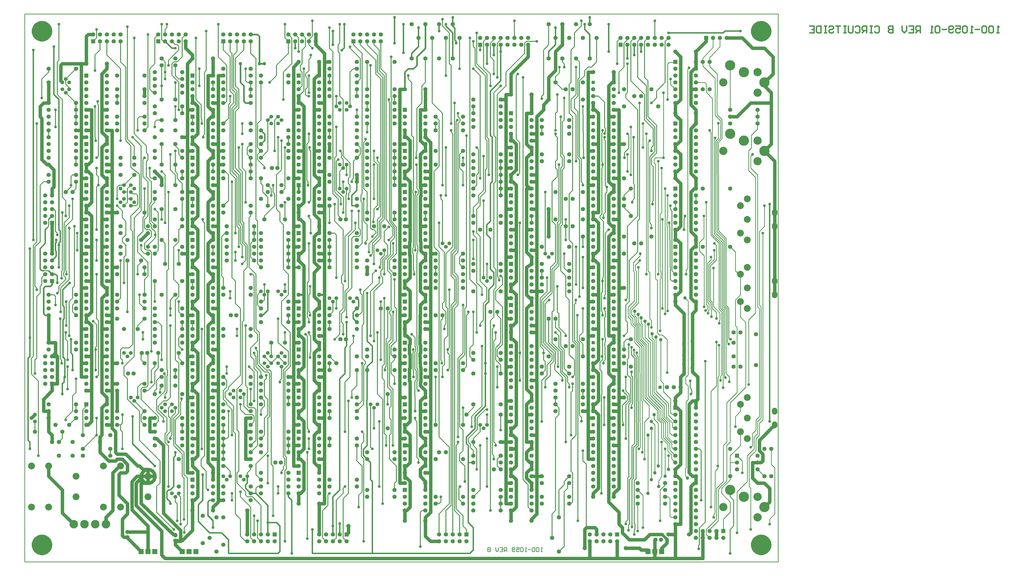
<source format=gbl>
*%FSLAX24Y24*%
*%MOIN*%
G01*
%ADD11C,0.0060*%
%ADD12C,0.0073*%
%ADD13C,0.0080*%
%ADD14C,0.0100*%
%ADD15C,0.0120*%
%ADD16C,0.0150*%
%ADD17C,0.0200*%
%ADD18C,0.0240*%
%ADD19C,0.0280*%
%ADD20C,0.0300*%
%ADD21C,0.0320*%
%ADD22C,0.0360*%
%ADD23C,0.0400*%
%ADD24C,0.0400*%
%ADD25C,0.0420*%
%ADD26C,0.0440*%
%ADD27C,0.0450*%
%ADD28C,0.0480*%
%ADD29C,0.0500*%
%ADD30C,0.0500*%
%ADD31C,0.0520*%
%ADD32C,0.0540*%
%ADD33C,0.0550*%
%ADD34C,0.0560*%
%ADD35C,0.0590*%
%ADD36C,0.0600*%
%ADD37C,0.0620*%
%ADD38C,0.0660*%
%ADD39C,0.0700*%
%ADD40C,0.0750*%
%ADD41C,0.0800*%
%ADD42O,0.0800X0.1000*%
%ADD43O,0.0840X0.1040*%
%ADD44C,0.0900*%
%ADD45C,0.0950*%
%ADD46C,0.1000*%
%ADD47C,0.1040*%
%ADD48C,0.1150*%
%ADD49C,0.1200*%
%ADD50C,0.1240*%
%ADD51C,0.1250*%
%ADD52C,0.1290*%
%ADD53C,0.1400*%
%ADD54C,0.1500*%
%ADD55C,0.1540*%
%ADD56C,0.1600*%
%ADD57C,0.2500*%
%ADD58R,0.0160X0.0750*%
%ADD59R,0.0200X0.0790*%
%ADD60R,0.0500X0.0500*%
%ADD61R,0.0540X0.0540*%
%ADD62R,0.0620X0.0620*%
%ADD63R,0.0660X0.0660*%
%ADD64R,0.0750X0.0160*%
%ADD65R,0.0750X0.0750*%
%ADD66R,0.0790X0.0200*%
%ADD67R,0.0790X0.0790*%
%ADD68R,0.2500X0.2500*%
D14*
X125560Y105670D02*
X125610Y111570D01*
X124510Y113920D02*
X126010Y115570D01*
X125010Y115470D02*
X123510Y113870D01*
X125610Y88520D02*
X126710Y87470D01*
X125310Y53570D02*
X125260Y47370D01*
X114360Y57020D02*
X114310Y71620D01*
X125610Y111570D02*
X124510Y112670D01*
X123510Y112720D02*
X125310Y110920D01*
X125160Y88220D02*
X126310Y87070D01*
X126060Y86970D02*
X124910Y88120D01*
X116660Y65270D02*
X118510Y63420D01*
X118810Y64120D02*
X117760Y65170D01*
X125860Y86870D02*
X124710Y88020D01*
X125360Y88370D02*
X126510Y87220D01*
X126910Y87570D02*
X125810Y88670D01*
X126260Y50320D02*
X127510Y49070D01*
X118210Y63270D02*
X116410Y65070D01*
X116160Y64770D02*
X117910Y63020D01*
X117660Y62870D02*
X115860Y64670D01*
X115560Y64520D02*
X117360Y62720D01*
X116810Y62520D02*
X115060Y64270D01*
X115310Y64370D02*
X117110Y62570D01*
X127510Y55820D02*
X128760Y57070D01*
X127510Y63570D02*
X129760Y65820D01*
X125760Y46320D02*
X124510Y45070D01*
X127010Y63570D02*
X128510Y65070D01*
X125510Y46570D02*
X124010Y45070D01*
X128510Y50570D02*
X130010Y52070D01*
X127510Y52320D02*
X126260Y51070D01*
X125760Y50920D02*
X127010Y52170D01*
X119510Y46820D02*
X118860D01*
X118060Y49820D02*
X118010D01*
X118060D02*
X118460D01*
X127510Y54820D02*
X128260D01*
X128510D01*
X127510D01*
X119510Y56820D02*
X119210D01*
X119110Y57820D02*
X119060D01*
X119110D02*
X119510D01*
X119260D01*
X119010Y58820D02*
X119510D01*
Y59820D02*
X119460D01*
X119260D01*
X119360Y60870D02*
X119510D01*
X119460Y61870D02*
X119060D01*
X127410Y72820D02*
X127560D01*
X117610Y73470D02*
X117160D01*
X128760Y82320D02*
X129010D01*
X117760Y99320D02*
X116610D01*
X122510Y110320D02*
X123810D01*
X119460Y113270D02*
X118610D01*
X113360Y84020D02*
Y82820D01*
X113510Y82670D02*
Y78420D01*
X112610Y77520D02*
Y76070D01*
X113010Y75670D02*
Y75070D01*
X113560Y74520D02*
Y72370D01*
X113660Y82920D02*
Y83670D01*
X113810Y82770D02*
Y78220D01*
X112860Y77270D02*
Y76270D01*
X113260Y75870D02*
Y75170D01*
X113810Y74620D02*
Y72520D01*
X113110Y76420D02*
Y77120D01*
X113560Y75970D02*
Y75170D01*
X113810Y75220D02*
Y76020D01*
X113560Y76270D02*
Y76920D01*
X112510Y97320D02*
Y99820D01*
X113010Y96820D02*
Y103820D01*
X114010Y74720D02*
Y72670D01*
Y48820D02*
Y44820D01*
X114110Y78120D02*
Y83320D01*
X114210Y74820D02*
Y72820D01*
X114060Y75420D02*
Y76470D01*
Y75420D02*
Y75270D01*
X113510Y82670D02*
X113360Y82820D01*
X112610Y76070D02*
X113010Y75670D01*
Y75070D02*
X113560Y74520D01*
X113810Y82770D02*
X113660Y82920D01*
X112860Y76270D02*
X113260Y75870D01*
Y75170D02*
X113810Y74620D01*
X113560Y75970D02*
X113110Y76420D01*
X113560Y75170D02*
X114010Y74720D01*
X114210Y74820D02*
X113810Y75220D01*
Y76020D02*
X113560Y76270D01*
X113810Y72520D02*
X114560Y71770D01*
X114310Y71620D02*
X113560Y72370D01*
X114010Y50820D02*
X114760Y50070D01*
X114810Y71870D02*
X114010Y72670D01*
X114460Y74870D02*
X114060Y75270D01*
X114210Y72820D02*
X115060Y71970D01*
X113360Y84020D02*
X114360Y85020D01*
X113510Y78420D02*
X112610Y77520D01*
X113660Y83670D02*
X114160Y84170D01*
X113810Y78220D02*
X112860Y77270D01*
X113110Y77120D02*
X114110Y78120D01*
X114160Y84170D02*
X114310Y84320D01*
X114360Y57020D02*
X114160Y56820D01*
X114360Y85020D02*
Y85320D01*
X115660Y63170D02*
Y62970D01*
Y61420D01*
X115010Y60770D02*
Y55320D01*
X115060Y73120D02*
Y75470D01*
X115560Y75020D02*
Y73120D01*
X115510Y58820D02*
Y50320D01*
X115260Y82320D02*
Y102820D01*
X115510Y101570D02*
Y82820D01*
X115760Y82570D02*
Y75820D01*
X114760Y100820D02*
Y104320D01*
Y50070D02*
Y45320D01*
X114460Y72870D02*
Y74870D01*
X114710Y74970D02*
Y73070D01*
X114510Y75170D02*
Y75970D01*
X114560Y71770D02*
Y63820D01*
X114810Y64020D02*
Y71870D01*
X115060Y71970D02*
Y64270D01*
X115310Y64370D02*
Y72020D01*
X115560Y72220D02*
Y64520D01*
X115860Y64670D02*
Y72320D01*
X114660Y63770D02*
Y56320D01*
X116110Y73020D02*
Y73620D01*
X116010Y59820D02*
Y52320D01*
Y74570D02*
Y75570D01*
X116160Y72520D02*
Y64770D01*
X114660Y63770D02*
X114560Y63820D01*
X115760Y82570D02*
X115510Y82820D01*
X115760Y75820D02*
X116010Y75570D01*
X114710Y74970D02*
X114510Y75170D01*
X115560Y73120D02*
X116160Y72520D01*
X115860Y72320D02*
X115060Y73120D01*
X114710Y73070D02*
X115560Y72220D01*
X114810Y64020D02*
X115660Y63170D01*
X115310Y72020D02*
X114460Y72870D01*
X116010Y60820D02*
X116510Y60320D01*
X116410Y72720D02*
X116110Y73020D01*
X115660Y61420D02*
X115010Y60770D01*
X115510Y101570D02*
X115760Y101820D01*
X116410Y99120D02*
Y98570D01*
X116610Y98370D02*
Y81670D01*
X116860Y81420D02*
Y73770D01*
X117610Y77320D02*
Y90320D01*
X117460Y58520D02*
Y58420D01*
Y58520D02*
Y60620D01*
X116860Y61220D02*
Y62470D01*
X116410Y61820D02*
Y61170D01*
X117110Y61270D02*
Y62570D01*
X117760Y60620D02*
Y58470D01*
X117360Y61320D02*
Y62720D01*
X117660Y62870D02*
Y61370D01*
X116510Y60320D02*
Y53320D01*
X117010Y54320D02*
Y60570D01*
X116660Y65270D02*
Y73170D01*
X117760Y66370D02*
Y65170D01*
X117510Y57820D02*
Y52820D01*
X117010Y82320D02*
Y98820D01*
X117510Y97820D02*
Y91320D01*
X117260Y91070D02*
Y82820D01*
Y81570D02*
Y74070D01*
X117410Y81720D02*
Y82670D01*
X117260Y50570D02*
Y46320D01*
Y50570D02*
Y50820D01*
X117060Y51320D02*
Y52120D01*
X117360Y66770D02*
Y72770D01*
X116410Y72720D02*
Y65070D01*
X117760Y99320D02*
Y108820D01*
X117910Y63020D02*
Y61470D01*
X118010Y76520D02*
Y94820D01*
X118060Y60620D02*
Y58520D01*
X118210Y61470D02*
Y63270D01*
X118010Y56820D02*
Y52820D01*
Y51820D02*
Y51570D01*
X117060Y52120D02*
X117510Y52820D01*
X116610Y98370D02*
X116410Y98570D01*
X116610Y81670D02*
X116860Y81420D01*
Y73770D02*
X116910Y73720D01*
X117160Y73470D01*
X117610D02*
X118310Y72770D01*
X117460Y58420D02*
X118410Y57470D01*
X117460Y60620D02*
X116860Y61220D01*
Y62470D02*
X116810Y62520D01*
X116410Y61170D02*
X117010Y60570D01*
X117110Y61270D02*
X117760Y60620D01*
X118060D02*
X117360Y61320D01*
X117660Y61370D02*
X118360Y60670D01*
X117760Y58470D02*
X118660Y57570D01*
X117760Y66370D02*
X117360Y66770D01*
X117410Y82670D02*
X117260Y82820D01*
X117910Y61470D02*
X118660Y60720D01*
X118060Y58520D02*
X118960Y57620D01*
X119060Y60620D02*
X118210Y61470D01*
X116410Y99120D02*
X116610Y99320D01*
X117510Y91320D02*
X117260Y91070D01*
X117410Y81720D02*
X117260Y81570D01*
X118010Y51570D02*
X117260Y50820D01*
X118710Y49570D02*
Y46970D01*
X118310Y67970D02*
Y72770D01*
X118360Y107820D02*
Y113020D01*
X118810Y110820D02*
Y110020D01*
X119510Y92820D02*
Y91820D01*
X118960Y55920D02*
Y55370D01*
X118410Y56470D02*
Y57470D01*
X118360Y58570D02*
Y60670D01*
X118660Y60720D02*
Y59170D01*
Y57570D02*
Y56820D01*
X118960Y57070D02*
Y57620D01*
X118710Y56770D02*
Y56620D01*
X119060Y60020D02*
Y60620D01*
X119510Y60820D02*
Y60870D01*
X118510Y61720D02*
Y63420D01*
X118810Y64120D02*
Y62120D01*
X118510Y55820D02*
Y53820D01*
X118360Y76970D02*
Y89170D01*
Y90620D02*
Y93820D01*
X118260Y90520D02*
Y89270D01*
X118360Y58570D02*
X119060Y57820D01*
X118460Y49820D02*
X118710Y49570D01*
Y46970D02*
X118860Y46820D01*
X119510Y109320D02*
X119060Y109770D01*
X118810Y110020D01*
X118960Y55370D02*
X119510Y54820D01*
X118960Y55920D02*
X118410Y56470D01*
X118710Y56620D02*
X119510Y55820D01*
X118710Y56770D02*
X118660Y56820D01*
X118960Y57070D02*
X119210Y56820D01*
X119010Y58820D02*
X118660Y59170D01*
X119260Y59820D02*
X119210Y59870D01*
X119160Y59920D01*
X119060Y60020D01*
X119360Y60870D02*
X118510Y61720D01*
X119460Y61870D02*
X119510Y61820D01*
X119060Y61870D02*
X118810Y62120D01*
X118360Y89170D02*
X118260Y89270D01*
X119460Y113270D02*
X119510Y113320D01*
X118610Y113270D02*
X118360Y113020D01*
Y90620D02*
X118260Y90520D01*
X121360Y66020D02*
Y64020D01*
X121010Y66370D02*
Y67270D01*
X121360Y67620D02*
Y67820D01*
Y78420D01*
X121310Y83170D02*
Y112270D01*
X121060Y82920D02*
Y82320D01*
Y63720D02*
Y54020D01*
X120960Y53920D02*
Y52870D01*
X121360Y66020D02*
X121010Y66370D01*
X121110Y78670D02*
X120910Y78870D01*
X121110Y78670D02*
X121360Y78420D01*
X120960Y52870D02*
X121260Y52570D01*
X121010Y67270D02*
X121360Y67620D01*
X121310Y112270D02*
X121510Y112470D01*
X121310Y83170D02*
X121060Y82920D01*
X121360Y64020D02*
X121060Y63720D01*
Y54020D02*
X121010Y53970D01*
X120960Y53920D01*
X123510Y112720D02*
Y113320D01*
Y113870D01*
X123660Y90820D02*
Y87620D01*
X123010Y86970D02*
Y85720D01*
X122510Y92820D02*
Y93820D01*
X123710Y85020D02*
Y77570D01*
X124010Y108920D02*
Y110170D01*
Y92820D02*
Y77920D01*
Y45070D02*
Y44320D01*
X124910Y107970D02*
X124010Y108920D01*
Y110170D02*
X123810Y110320D01*
X123010Y85720D02*
X123710Y85020D01*
X124010Y77920D02*
X124160Y77770D01*
X124010Y44320D02*
X124510Y43820D01*
X123010Y86970D02*
X123660Y87620D01*
X124160Y77270D02*
X123910Y77020D01*
X124510Y112670D02*
Y113920D01*
X125310Y110920D02*
Y105520D01*
X124910Y107970D02*
Y88120D01*
X124710Y65220D02*
Y48320D01*
X125310Y102020D02*
Y102220D01*
X125060Y83220D02*
Y77620D01*
X125510Y76720D02*
Y75870D01*
X125160Y85770D02*
Y85820D01*
Y85770D02*
Y84470D01*
X124410Y83720D02*
Y78420D01*
X124660Y78170D02*
Y77220D01*
X124710Y84420D02*
Y84820D01*
X124210Y83920D02*
Y78220D01*
X124710Y88020D02*
Y103020D01*
X125510Y86520D02*
Y84420D01*
X125360Y88370D02*
Y101770D01*
X125560Y101620D02*
Y96870D01*
X125010Y115470D02*
Y116820D01*
X125610Y96820D02*
Y88520D01*
X124510Y45070D02*
Y44820D01*
X125510Y46570D02*
Y51070D01*
X125110Y47220D02*
Y46820D01*
X125510Y66020D02*
Y72420D01*
X124610Y78520D02*
Y83520D01*
X124860Y78270D02*
Y77370D01*
X124160Y77270D02*
Y77770D01*
X124260Y76920D02*
Y76620D01*
X124410Y77070D02*
Y78020D01*
X124760Y77120D02*
Y76120D01*
X125160Y88220D02*
Y101870D01*
X125710Y54320D02*
Y53970D01*
Y54320D02*
Y67320D01*
X125860Y67470D02*
Y67670D01*
Y77220D02*
Y86870D01*
X125910Y75520D02*
Y75170D01*
X126010Y75620D02*
Y76670D01*
X125760Y102170D02*
Y104370D01*
X126010Y115570D02*
Y116820D01*
X125760Y50920D02*
Y46320D01*
X125860Y67670D02*
Y71970D01*
X125760Y97020D02*
Y101520D01*
X125810Y96970D02*
Y88670D01*
X125560Y101620D02*
X126110Y102220D01*
X124610Y103120D02*
X124510Y103320D01*
X126310Y102120D02*
X125760Y101520D01*
X125060Y77620D02*
X126010Y76670D01*
X125510Y76720D02*
X124860Y77370D01*
X124660Y78170D02*
X124410Y78420D01*
X124210Y78220D02*
X124410Y78020D01*
X124710Y103020D02*
X124610Y103120D01*
X125210Y86820D02*
X125510Y86520D01*
X126110Y104720D02*
X125310Y105520D01*
X125560Y96870D02*
X125610Y96820D01*
X126010Y105220D02*
X125560Y105670D01*
X124610Y78520D02*
X124860Y78270D01*
X124660Y77220D02*
X124760Y77120D01*
X125860Y77220D02*
X126260Y76820D01*
X126060Y105170D02*
X126010Y105220D01*
X125760Y97020D02*
X125810Y96970D01*
X125710Y53970D02*
X125310Y53570D01*
X124710Y65220D02*
X125510Y66020D01*
X124610Y83520D02*
X125510Y84420D01*
X125160Y84470D02*
X124410Y83720D01*
X124210Y83920D02*
X124710Y84420D01*
X125360Y101770D02*
X125760Y102170D01*
X126510Y52070D02*
X125510Y51070D01*
X125260Y47370D02*
X125110Y47220D01*
X124260Y76920D02*
X124410Y77070D01*
X125160Y101870D02*
X125310Y102020D01*
X125860Y67470D02*
X125710Y67320D01*
X125910Y75520D02*
X126010Y75620D01*
X126110Y67420D02*
Y66820D01*
X126460Y65770D02*
Y76970D01*
X126810Y67370D02*
Y67220D01*
X126310Y77420D02*
Y87070D01*
X126660Y77070D02*
Y67520D01*
X126060Y77370D02*
Y86970D01*
X127510Y55820D02*
Y54820D01*
Y106320D02*
Y112820D01*
X126260Y76820D02*
Y67570D01*
X127360Y67370D02*
Y66620D01*
X126910Y67820D02*
Y77170D01*
X126510Y77570D02*
Y87120D01*
Y87220D01*
X126110Y104270D02*
Y104720D01*
X126710Y87470D02*
Y77670D01*
X126310Y104120D02*
Y104920D01*
X127510Y63570D02*
Y57820D01*
X127010D02*
Y63570D01*
X126510Y57320D02*
Y52070D01*
X127510Y49070D02*
Y47570D01*
X126260Y50320D02*
Y51070D01*
X127510Y52820D02*
Y54820D01*
Y52820D02*
Y52320D01*
X126510Y46570D02*
Y44820D01*
X127010Y52170D02*
Y57320D01*
X127110Y72320D02*
Y77270D01*
X127310Y77370D02*
Y72920D01*
X126910Y77770D02*
Y87570D01*
X126310Y103970D02*
Y104120D01*
X126110D02*
Y104270D01*
Y104120D02*
Y102220D01*
X126310Y102120D02*
Y103970D01*
Y77420D02*
X126660Y77070D01*
Y67520D02*
X126810Y67370D01*
X126460Y76970D02*
X126060Y77370D01*
X128260Y85570D02*
X127510Y86320D01*
X126910Y67820D02*
X127360Y67370D01*
X126910Y77170D02*
X126510Y77570D01*
X126710Y77670D02*
X127110Y77270D01*
X127310Y72920D02*
X127410Y72820D01*
X126310Y104920D02*
X126060Y105170D01*
X127110Y72320D02*
X127310Y72120D01*
Y77370D02*
X126910Y77770D01*
X126260Y67570D02*
X126110Y67420D01*
X127510Y57820D02*
X127010Y57320D01*
X126510D02*
X127010Y57820D01*
X127510Y47570D02*
X126510Y46570D01*
X128260Y83320D02*
Y85570D01*
Y83320D02*
Y82820D01*
X129010Y63320D02*
Y62320D01*
X129260Y55070D02*
Y53320D01*
X129010Y57320D02*
Y59320D01*
Y76070D02*
Y78320D01*
X128260Y78570D02*
Y74820D01*
X128510Y74570D02*
Y65070D01*
X129010Y79320D02*
Y82320D01*
X128510Y50570D02*
Y44570D01*
X128260Y60070D02*
Y61520D01*
X129760Y65820D02*
Y75320D01*
X129010Y62320D02*
X128260Y61520D01*
X128760Y82320D02*
X128260Y82820D01*
X128510Y55820D02*
X129260Y55070D01*
X129760Y75320D02*
X129010Y76070D01*
X128260Y74820D02*
X128510Y74570D01*
X129010Y57320D02*
X128760Y57070D01*
X128260Y78570D02*
X129010Y79320D01*
X130510Y51070D02*
Y45070D01*
X130210Y66220D02*
Y75670D01*
X131510Y105320D02*
Y106320D01*
X131210Y96470D02*
Y76670D01*
X130210Y97470D02*
Y100370D01*
X130610Y100770D02*
Y102620D01*
X131510Y104320D02*
Y105320D01*
Y104270D02*
Y103520D01*
Y104270D02*
Y104320D01*
X131260Y58320D02*
Y56570D01*
X130260Y55570D02*
Y51320D01*
X131510Y59070D02*
Y60820D01*
X131010Y58570D02*
Y56820D01*
X130010Y55820D02*
Y52070D01*
X130760Y57320D02*
Y59070D01*
X131260Y59570D02*
Y61070D01*
X131510Y77570D02*
Y96820D01*
X130510Y97820D02*
Y99570D01*
X131760Y60570D02*
Y58820D01*
Y77820D02*
Y88570D01*
Y77320D02*
Y61570D01*
X131510Y53820D02*
X132510Y52820D01*
X131210Y96470D02*
X130210Y97470D01*
X130260Y51320D02*
X130510Y51070D01*
X131760Y77320D02*
X131510Y77570D01*
Y96820D02*
X130510Y97820D01*
X131760Y77820D02*
X132010Y77570D01*
X131210Y76670D02*
X130210Y75670D01*
Y100370D02*
X130460Y100620D01*
X130610Y100770D01*
Y102620D02*
X131510Y103520D01*
X131760Y58820D02*
X131260Y58320D01*
Y56570D02*
X131010Y56320D01*
X130760Y56070D01*
X130260Y55570D01*
X131510Y60820D02*
X132010Y61320D01*
X131510Y59070D02*
X131010Y58570D01*
Y56820D02*
X130010Y55820D01*
X130510Y57070D02*
X130760Y57320D01*
Y59070D02*
X131260Y59570D01*
Y61070D02*
X131760Y61570D01*
X130510Y99570D02*
X130760Y99820D01*
X132260Y61070D02*
X131760Y60570D01*
Y88570D02*
X132510Y89320D01*
X133260Y46570D02*
Y45820D01*
X132260Y61070D02*
Y88320D01*
X132010Y77570D02*
Y61320D01*
X132510Y89320D02*
Y92320D01*
X133510Y56820D02*
Y54570D01*
X134010Y54070D01*
Y47320D02*
X133260Y46570D01*
X134010Y47320D02*
Y54070D01*
X100060Y41820D02*
X99860D01*
X99960D01*
Y42420D01*
X99961D01*
X99960D02*
X100060Y42320D01*
X99560D02*
X99460Y42420D01*
X99260D01*
X99160Y42320D01*
Y41920D01*
X99260Y41820D01*
X99460D01*
X99560Y41920D01*
Y42320D01*
X98960D02*
X98860Y42420D01*
X98660D01*
X98560Y42320D01*
Y41920D01*
X98660Y41820D01*
X98860D01*
X98960Y41920D01*
Y42320D01*
X98361Y42120D02*
X97961D01*
X97761Y41820D02*
X97561D01*
X97661D01*
Y42420D01*
X97662D01*
X97661D02*
X97761Y42320D01*
X97261D02*
X97161Y42420D01*
X96961D01*
X96861Y42320D01*
Y41920D01*
X96961Y41820D01*
X97161D01*
X97261Y41920D01*
Y42320D01*
X96661Y42420D02*
X96261D01*
X96661D02*
Y42120D01*
X96461Y42220D01*
X96361D01*
X96261Y42120D01*
Y41920D01*
X96361Y41820D01*
X96561D01*
X96661Y41920D01*
X96061D02*
X95961Y41820D01*
X95761D01*
X95661Y41920D01*
Y42320D01*
X95761Y42420D01*
X95961D01*
X96061Y42320D01*
Y42220D01*
X95961Y42120D01*
X95661D01*
X94862Y41820D02*
Y42420D01*
X94562D01*
X94462Y42320D01*
Y42120D01*
X94562Y42020D01*
X94862D01*
X94662D02*
X94462Y41820D01*
X94262Y42420D02*
X93862D01*
X94262D02*
Y41820D01*
X93862D01*
X94062Y42120D02*
X94262D01*
X93662Y42020D02*
Y42420D01*
Y42020D02*
X93462Y41820D01*
X93262Y42020D01*
Y42420D01*
X92462D02*
Y41820D01*
X92163D01*
X92063Y41920D01*
Y42020D01*
X92163Y42120D01*
X92462D01*
X92463D01*
X92462D02*
X92463D01*
X92462D02*
X92463D01*
X92462D02*
X92163D01*
X92063Y42220D01*
Y42320D01*
X92163Y42420D01*
X92462D01*
X134510Y40320D02*
X24510D01*
Y120320D02*
X134510D01*
X24510D02*
Y40320D01*
X134510D02*
Y120320D01*
D15*
X106010Y106820D02*
X106110Y99320D01*
X59510Y68070D02*
X58510Y69120D01*
X41260Y96920D02*
X40010Y97920D01*
X109210Y72370D02*
X109260Y69820D01*
X109210Y73120D02*
X109160Y75970D01*
X81460Y66670D02*
X81510Y62320D01*
X71404Y90320D02*
X71410Y93870D01*
X61510Y72320D02*
X63010Y71070D01*
X78260Y89070D02*
X77260Y90320D01*
X114060Y70320D02*
X114110Y57270D01*
X113860Y57420D02*
X113810Y70220D01*
X118760Y81570D02*
X118710Y89170D01*
X57510Y48320D02*
X56010Y49820D01*
X56760Y50570D02*
X55510Y51820D01*
X55010Y63070D02*
X53760Y64320D01*
X57760Y49820D02*
X59010Y48570D01*
X114010Y106320D02*
X112260Y108070D01*
X71060Y93520D02*
X70010Y94570D01*
X69760Y90070D02*
X71010Y88820D01*
X54010Y112820D02*
X52760Y114070D01*
X115010Y104820D02*
X116260Y103570D01*
X115010Y108570D02*
X113010Y110570D01*
X115260Y105070D02*
X116510Y103820D01*
X115260Y109820D02*
X114010Y111070D01*
X115510Y105320D02*
X116760Y104070D01*
X45260Y61320D02*
X44010Y62570D01*
X43510Y62070D02*
X41510Y64070D01*
X38510Y112320D02*
X36510Y114320D01*
X46510Y57570D02*
X47760Y56320D01*
X41510Y101070D02*
X40260Y102320D01*
X39510Y64070D02*
X41260Y62320D01*
Y58070D02*
X43760Y55570D01*
Y47570D02*
X46260Y45070D01*
X47510Y56070D02*
X46260Y57320D01*
X42010Y62320D02*
X40510Y63820D01*
X42260Y101070D02*
X40510Y102820D01*
X32010Y107320D02*
X30510Y108820D01*
X62010Y75070D02*
X63260Y73820D01*
X85010Y58570D02*
X86510Y57070D01*
X76010Y114320D02*
X74510Y115820D01*
X73510D02*
X75760Y113570D01*
X73760Y114570D02*
X72510Y115820D01*
X90510Y112570D02*
X91760Y111320D01*
X85510Y105820D02*
X84010Y107320D01*
X42510Y84070D02*
X41010Y85570D01*
X90510Y113070D02*
X92010Y111570D01*
X100010Y72070D02*
X101510Y70570D01*
X102760Y71020D02*
X101510Y72270D01*
X100260D02*
X101760Y70770D01*
X102010Y70970D02*
X100510Y72470D01*
X101010Y72370D02*
X102360Y71020D01*
X73510Y113820D02*
X72010Y115320D01*
X56010Y67570D02*
X54260Y65820D01*
X45760Y113820D02*
X47010Y115070D01*
X74760Y86770D02*
X76010Y88020D01*
X45010Y65270D02*
X43760Y64020D01*
X112510Y89320D02*
X114010Y90820D01*
X94760Y111820D02*
X97510Y114570D01*
X76260Y81070D02*
X75010Y79820D01*
X100010Y78570D02*
X101260Y79820D01*
X61010Y92320D02*
X59510Y90820D01*
X61260Y112820D02*
X63010Y114570D01*
X63510Y113070D02*
X62260Y111820D01*
X31010Y81570D02*
X29760Y80320D01*
X40010Y90820D02*
X41260Y92070D01*
X40510Y70320D02*
X39010Y68820D01*
Y95320D02*
X40510Y96820D01*
X30510Y110820D02*
X32010Y112320D01*
X86510Y48820D02*
X85010Y47320D01*
X55260Y113820D02*
X56510Y115070D01*
X91260Y63070D02*
X89760Y61570D01*
X116760Y109070D02*
X118010Y110320D01*
X114010Y85570D02*
X112760Y84320D01*
X93510Y108570D02*
X94760Y109820D01*
X60010Y56370D02*
X58260Y54620D01*
X75510Y79820D02*
X76760Y81070D01*
X90560Y59620D02*
X89310Y58370D01*
X90560Y61370D02*
X91760Y62570D01*
X35010Y58820D02*
X33010Y56820D01*
X42510Y86570D02*
X43560Y87620D01*
X25760Y86570D02*
Y70320D01*
X25510Y70070D02*
Y67720D01*
X26010Y80570D02*
Y86320D01*
Y69820D02*
Y67820D01*
Y60820D02*
Y59320D01*
X26510Y66720D02*
X25510Y67720D01*
X26260Y80320D02*
X26010Y80570D01*
X25760Y86570D02*
X26260Y87070D01*
X25760Y70320D02*
X25510Y70070D01*
X26010Y86320D02*
X26760Y87070D01*
X26260Y70070D02*
X26010Y69820D01*
X56760Y43320D02*
X57010D01*
X27010Y108070D02*
Y110820D01*
X26260Y79070D02*
Y70070D01*
X26760Y79570D02*
Y80570D01*
X26260Y80320D02*
Y80070D01*
X26760Y87070D02*
Y95320D01*
X26260Y87070D02*
Y104320D01*
X27010Y81820D02*
Y80820D01*
X26510Y66720D02*
Y55820D01*
X28010Y89320D02*
Y90320D01*
Y111820D02*
Y112320D01*
Y103320D02*
Y102320D01*
Y89320D02*
X27760Y89070D01*
X27010Y110820D02*
X28010Y111820D01*
X26760Y79570D02*
X26260Y79070D01*
X26760Y80570D02*
X27010Y80820D01*
Y81820D02*
X27510Y82320D01*
X26760Y95320D02*
X27260Y95820D01*
X29010Y91570D02*
Y88570D01*
X29260Y88320D02*
Y88070D01*
X29510Y113570D02*
Y118820D01*
X29260Y113320D02*
Y108570D01*
X29710Y75820D02*
Y69970D01*
X29760Y76820D02*
Y80320D01*
X29510Y80570D02*
Y79820D01*
X29010Y79070D02*
Y77820D01*
Y103820D02*
Y106320D01*
X30010Y107820D02*
Y93570D01*
Y59320D02*
Y58320D01*
X29910Y69320D02*
Y69770D01*
Y81720D02*
Y82770D01*
X30010Y82870D02*
Y91320D01*
X29010Y88570D02*
X29260Y88320D01*
X29010Y91570D02*
X28760Y91820D01*
X29710Y69970D02*
X29910Y69770D01*
X30010Y107820D02*
X29260Y108570D01*
X28760Y79320D02*
X29010Y79070D01*
X30510Y93070D02*
X30010Y93570D01*
X29260Y113320D02*
X29510Y113570D01*
Y79820D02*
X29260Y79570D01*
X29510Y80570D02*
X30510Y81570D01*
X30010Y58320D02*
X29510Y57820D01*
X29910Y82770D02*
X30010Y82870D01*
X82510Y47820D02*
X83010D01*
X30760Y65570D02*
Y68820D01*
X30560Y74820D02*
Y78320D01*
X30510Y82820D02*
Y89320D01*
X30610Y82720D02*
Y82320D01*
X31010Y81570D02*
Y89070D01*
X30510Y81820D02*
Y81570D01*
X31010Y90570D02*
Y92320D01*
X30510Y61320D02*
Y61070D01*
X31510Y62320D02*
Y64570D01*
Y90320D02*
Y93320D01*
X30510Y73820D02*
Y72820D01*
X30760Y72570D02*
Y69820D01*
X31010Y73320D02*
Y78320D01*
X31510Y78820D02*
Y80320D01*
X30510Y90820D02*
Y93070D01*
X31260Y95070D02*
Y96570D01*
Y95320D01*
X31510Y77820D02*
Y76820D01*
X31010Y109320D02*
Y109570D01*
X30510Y110070D02*
Y110820D01*
X30210Y82570D02*
Y82120D01*
X30260Y82620D02*
Y89820D01*
X31760Y89320D02*
Y80570D01*
X32010Y67070D02*
Y65070D01*
Y94820D02*
Y95820D01*
Y63320D02*
Y62320D01*
Y106320D02*
Y107320D01*
Y106320D02*
Y105320D01*
Y104320D01*
Y99320D02*
Y98320D01*
X30510Y82820D02*
X30610Y82720D01*
X30510Y72820D02*
X30760Y72570D01*
X32010Y76320D02*
X31510Y76820D01*
X31010Y109570D02*
X30510Y110070D01*
X30210Y82120D02*
X30510Y81820D01*
X30260Y89820D02*
X31010Y90570D01*
X31510Y62320D02*
X30510Y61320D01*
X31510Y64570D02*
X32010Y65070D01*
X30510Y89320D02*
X31510Y90320D01*
Y78820D02*
X31010Y78320D01*
X31510Y80320D02*
X31760Y80570D01*
X30510Y94320D02*
X31260Y95070D01*
X31510Y94320D02*
X32010Y94820D01*
Y78320D02*
X31510Y77820D01*
X32010Y61320D02*
X31010Y60320D01*
X30210Y82570D02*
X30260Y82620D01*
X31260Y96570D02*
X31510Y96820D01*
X57010Y49820D02*
X57760D01*
X52010Y49370D02*
X51510D01*
X104010Y48820D02*
X104260D01*
X85010D02*
X84510D01*
X33510Y63070D02*
Y63320D01*
X33010Y62570D02*
Y58820D01*
X32160Y85820D02*
Y88320D01*
X33510Y63070D02*
X33010Y62570D01*
X103760Y51820D02*
X104010D01*
X59010Y51320D02*
X58510D01*
X34760Y102370D02*
Y106570D01*
X34860Y102270D02*
Y101820D01*
X35260Y99570D02*
Y107070D01*
X35160Y107170D02*
Y107570D01*
X34760Y106820D02*
Y106570D01*
X34860Y71320D02*
Y68320D01*
X35010Y116820D02*
Y118070D01*
Y74970D02*
Y71820D01*
X34860Y71670D02*
Y71320D01*
X35260Y67570D02*
Y75570D01*
X35010Y75820D02*
Y82320D01*
Y61320D02*
Y58820D01*
X35510Y115070D02*
Y116320D01*
X34760Y114320D02*
Y112070D01*
X35010Y97820D02*
Y96820D01*
X35260Y96570D02*
Y95320D01*
X35010Y95070D02*
Y88820D01*
Y87320D02*
Y84320D01*
X34860Y102270D02*
X34760Y102370D01*
X35260Y107070D02*
X35160Y107170D01*
X35010Y75820D02*
X35260Y75570D01*
Y96570D02*
X35010Y96820D01*
X34510Y75470D02*
X35010Y74970D01*
X34510Y116320D02*
X35010Y116820D01*
Y71820D02*
X34860Y71670D01*
X35260Y67570D02*
X35010Y67320D01*
X35260Y114820D02*
X35510Y115070D01*
X35260Y114820D02*
X34760Y114320D01*
X35260Y95320D02*
X35010Y95070D01*
Y99320D02*
X35260Y99570D01*
X36510Y114320D02*
Y116320D01*
X37010Y56820D02*
Y55820D01*
X53510Y54320D02*
X53760D01*
X39510Y76820D02*
Y84320D01*
Y102070D02*
Y118470D01*
X39260Y112570D02*
Y101820D01*
X39010Y84820D02*
Y81070D01*
X39260Y85070D02*
Y86570D01*
X38760Y87070D02*
Y87570D01*
X39260Y88070D02*
Y90070D01*
X38760Y90570D02*
Y91570D01*
X38510Y101820D02*
Y112320D01*
Y60320D02*
Y59570D01*
X38760Y59320D02*
Y56820D01*
X38510Y113320D02*
Y116320D01*
X38760Y69820D02*
Y69320D01*
X38510Y70070D02*
Y71320D01*
X39010Y68820D02*
Y67570D01*
X39510Y67070D02*
Y64070D01*
X38510Y78820D02*
Y84320D01*
X39510Y92820D02*
Y93320D01*
X38010D02*
Y95070D01*
X39510Y94320D02*
Y93320D01*
X38010Y107320D02*
Y108320D01*
X38760Y61820D02*
Y60570D01*
X39510Y94320D02*
Y94820D01*
X40510Y101070D02*
X39510Y102070D01*
X39260Y101820D02*
X40010Y101070D01*
X38760Y87070D02*
X39260Y86570D01*
Y90070D02*
X38760Y90570D01*
Y91570D02*
X38010Y92320D01*
X38510Y59570D02*
X38760Y59320D01*
Y69820D02*
X38510Y70070D01*
X39260Y112570D02*
X38510Y113320D01*
X39010Y67570D02*
X39510Y67070D01*
X39010Y84820D02*
X39260Y85070D01*
X38760Y87570D02*
X39260Y88070D01*
X38760Y60570D02*
X38510Y60320D01*
Y71320D02*
X38760Y71570D01*
X38010Y78320D02*
X38510Y78820D01*
X39010Y92320D02*
X39510Y92820D01*
X38010Y95070D02*
X38260Y95320D01*
X39510Y94820D02*
X40010Y95320D01*
X40260Y72070D02*
X39760Y71570D01*
X122510Y56820D02*
X123010D01*
X40010Y97920D02*
Y101070D01*
X41260Y96920D02*
Y92070D01*
X40510Y99320D02*
Y101070D01*
X41010Y65820D02*
Y64320D01*
X40260Y72070D02*
Y88570D01*
X40010Y88820D02*
Y90820D01*
X40510Y90570D02*
Y70320D01*
X41260Y62320D02*
Y58070D01*
X41010Y82320D02*
Y83570D01*
X41260Y79320D02*
Y78070D01*
X41010Y74820D02*
Y74320D01*
X40510Y102820D02*
Y116820D01*
X41010Y93820D02*
Y92570D01*
Y103320D02*
Y105070D01*
Y87820D02*
Y85570D01*
X41510Y85820D02*
Y86570D01*
Y70820D02*
Y69820D01*
Y65570D02*
Y64070D01*
Y91570D02*
Y101070D01*
Y84320D02*
Y84070D01*
Y61820D02*
Y60820D01*
X41760Y96570D02*
Y99070D01*
Y73820D02*
Y72820D01*
Y88570D02*
Y90570D01*
X40010Y88820D02*
X40260Y88570D01*
X41260Y78070D02*
X42010Y77320D01*
X40260Y94070D02*
X40010Y94320D01*
X40760Y94070D02*
X41010Y93820D01*
X41510Y85820D02*
X42010Y85320D01*
X41510Y69820D02*
X42010Y69320D01*
X41510Y60820D02*
X42010Y60320D01*
X42510Y95820D02*
X41760Y96570D01*
X41510Y66320D02*
X41010Y65820D01*
X40510Y90570D02*
X41510Y91570D01*
Y84070D02*
X41010Y83570D01*
X42010Y75820D02*
X41010Y74820D01*
X40760Y92320D02*
X41010Y92570D01*
Y105070D02*
X41260Y105320D01*
X41760Y88570D02*
X41010Y87820D01*
X41760Y65820D02*
X41510Y65570D01*
X42010Y62320D02*
X41510Y61820D01*
X41760Y99070D02*
X42010Y99320D01*
Y90820D02*
X41760Y90570D01*
X53510Y58320D02*
X54010D01*
X43010Y89070D02*
Y89570D01*
X42260Y100070D02*
Y101070D01*
X42510Y99820D02*
Y99020D01*
X42260Y98770D02*
Y96570D01*
X43010Y68320D02*
Y66570D01*
X42760Y109320D02*
Y112320D01*
X42510Y95820D02*
Y90820D01*
X42010Y90320D02*
Y89070D01*
X43010Y88570D02*
Y87820D01*
X42010Y86820D02*
Y86070D01*
X43010Y85570D02*
Y71070D01*
X42760Y89820D02*
Y92570D01*
X43010Y92820D02*
Y95820D01*
Y92320D02*
Y90070D01*
X42510Y70820D02*
Y66070D01*
Y103820D02*
Y117320D01*
X42010Y83320D02*
Y82320D01*
X42760Y96570D02*
Y97820D01*
X42510Y84070D02*
Y82070D01*
X42010Y91320D02*
Y94820D01*
Y91320D02*
Y90820D01*
Y81570D02*
Y79320D01*
X43560Y87620D02*
Y88070D01*
Y87620D02*
Y88520D01*
X43510Y69320D02*
Y68820D01*
Y68070D02*
Y66320D01*
Y65320D02*
Y64820D01*
Y113070D02*
Y116820D01*
Y89570D02*
Y89320D01*
Y92820D02*
Y93320D01*
Y103820D02*
Y104570D01*
Y81320D02*
Y78320D01*
X42510Y86320D02*
Y86570D01*
X43760Y64020D02*
Y62320D01*
Y65570D02*
Y66820D01*
Y51320D02*
Y47570D01*
X43510Y68070D02*
X44010Y68670D01*
X43560Y88520D02*
X43010Y89070D01*
X42510Y99820D02*
X42260Y100070D01*
X43260Y108820D02*
X42760Y109320D01*
X42010Y89070D02*
X42260Y88820D01*
X42760D02*
X43010Y88570D01*
X42010Y86070D02*
X42260Y85820D01*
X42760D02*
X43010Y85570D01*
Y89570D02*
X42760Y89820D01*
X43010Y90070D02*
X43510Y89570D01*
X43010Y95820D02*
X42260Y96570D01*
X42760D02*
X43010Y96320D01*
X43510Y62070D02*
X44010Y61570D01*
X43760Y91570D02*
X43510Y91820D01*
X43760Y62320D02*
X44760Y61320D01*
X43760Y55570D02*
X44260Y55070D01*
X44010Y91320D02*
X43760Y91570D01*
X42260Y98770D02*
X42510Y99020D01*
X43510Y68820D02*
X43010Y68320D01*
X43510Y66320D02*
X42510Y65320D01*
X42760Y112320D02*
X43510Y113070D01*
X42510Y90820D02*
X42010Y90320D01*
X43010Y87820D02*
X42010Y86820D01*
X42760Y92570D02*
X43010Y92820D01*
Y92320D02*
X43510Y92820D01*
X42510Y66070D02*
X42260Y65820D01*
X42010Y103320D02*
X42510Y103820D01*
Y82070D02*
X42010Y81570D01*
X43760Y65570D02*
X43510Y65320D01*
Y116820D02*
X44010Y117320D01*
Y60820D02*
X43510Y60320D01*
Y85320D02*
X44010Y85820D01*
X43510Y104570D02*
X43760Y104820D01*
X44260Y67320D02*
X43760Y66820D01*
X44260Y51820D02*
X43760Y51320D01*
X38510Y60320D02*
X38010D01*
X44010Y68670D02*
Y70820D01*
X45260Y67470D02*
Y65070D01*
X45360Y67570D02*
Y68320D01*
X45260Y68420D02*
Y82820D01*
X45010Y67720D02*
Y65270D01*
X44010Y87320D02*
Y88320D01*
Y87320D02*
Y87070D01*
Y88320D02*
Y88570D01*
X44510Y66070D02*
Y65820D01*
X44260Y65570D02*
Y65070D01*
X45010Y117320D02*
Y118070D01*
X45260Y118320D02*
Y118820D01*
X45010Y96820D02*
Y89820D01*
X45260Y61320D02*
Y59320D01*
X44010Y62570D02*
Y63070D01*
Y61570D02*
Y60820D01*
X45010Y64320D02*
Y64820D01*
X44760Y61320D02*
Y60820D01*
X45010Y111820D02*
Y113320D01*
X44510Y112820D02*
Y107820D01*
Y101320D02*
Y98320D01*
Y91820D02*
Y90320D01*
X44260Y55070D02*
Y51820D01*
X45260Y58070D02*
Y58820D01*
X44510Y69820D02*
Y74820D01*
Y116570D02*
Y118820D01*
X44010Y87070D02*
Y85820D01*
Y88570D02*
Y91320D01*
X45010Y86820D02*
Y83820D01*
Y59070D02*
Y57770D01*
X45510Y112820D02*
Y113570D01*
Y94320D02*
Y83070D01*
Y62820D02*
Y61570D01*
Y57270D02*
Y51320D01*
X45010Y110820D02*
Y111820D01*
X45760Y78570D02*
Y77320D01*
Y74820D02*
Y64320D01*
Y76320D02*
Y77320D01*
Y97570D02*
Y99820D01*
Y61320D02*
Y59320D01*
Y58570D02*
Y58320D01*
X45360Y68320D02*
X45260Y68420D01*
X44910Y67820D02*
X45010Y67720D01*
Y96820D02*
X44760Y97070D01*
X44510Y97320D01*
X45010Y113320D02*
X44510Y113820D01*
X45260Y58070D02*
X45510Y57820D01*
X44510Y74820D02*
X44010Y75320D01*
X44760Y116320D02*
X44510Y116570D01*
Y87320D02*
X45010Y86820D01*
Y57770D02*
X45510Y57270D01*
X45760Y61320D02*
X45510Y61570D01*
X46510Y96820D02*
X45760Y97570D01*
X45360Y67570D02*
X45260Y67470D01*
X44510Y65820D02*
X44260Y65570D01*
X45010Y118070D02*
X45260Y118320D01*
Y59320D02*
X45010Y59070D01*
X44010Y63070D02*
X44760Y63820D01*
X45260D02*
X45510Y64070D01*
X45260Y82820D02*
X45510Y83070D01*
X45260Y65070D02*
X45010Y64820D01*
X45760Y59320D02*
X45260Y58820D01*
X45510Y113570D02*
X45760Y113820D01*
Y64320D02*
X45510Y64070D01*
X46010Y63320D02*
X45510Y62820D01*
X45760Y78570D02*
X46510Y79320D01*
X46010Y58820D02*
X45760Y58570D01*
X57510Y61820D02*
X57760D01*
X57510D02*
X56760D01*
X73010Y63320D02*
X73260D01*
X58010Y62820D02*
X57260D01*
X91760Y62570D02*
X92010D01*
X57510Y62320D02*
X57260D01*
X47010Y115070D02*
Y115570D01*
Y73070D02*
Y71820D01*
X47260Y63720D02*
Y61820D01*
X47010Y62070D02*
Y69320D01*
Y76820D02*
Y78320D01*
X46510Y49820D02*
Y49070D01*
Y101070D02*
Y101320D01*
Y107820D02*
Y110320D01*
Y111320D02*
Y112820D01*
Y106820D02*
Y104820D01*
Y98320D02*
Y97320D01*
Y98320D02*
Y100320D01*
X46760Y97070D02*
Y96320D01*
X46510Y96820D02*
Y95320D01*
X47010Y99820D02*
Y100570D01*
X46510Y61070D02*
Y57570D01*
Y62070D02*
Y62820D01*
X46010Y61570D02*
Y58820D01*
X47010Y87070D02*
Y88820D01*
X46260Y86320D02*
Y81570D01*
X47010Y80820D02*
Y79070D01*
X46510Y78570D02*
Y69820D01*
X46260Y61320D02*
Y57320D01*
X46760Y48820D02*
Y46320D01*
X47010Y50070D02*
Y50320D01*
X47260Y49820D02*
Y45820D01*
X47010Y70070D02*
Y70820D01*
X46010Y111370D02*
Y113070D01*
X47010Y110370D02*
Y106320D01*
Y85820D02*
Y83820D01*
X46510Y68320D02*
Y67320D01*
X47410Y64170D02*
Y63870D01*
X47760Y52570D02*
Y46520D01*
X47510Y114070D02*
Y116820D01*
Y75320D02*
Y74320D01*
Y105820D02*
Y106820D01*
Y97320D02*
Y96320D01*
Y95570D02*
Y94320D01*
Y93320D02*
Y90320D01*
X47760Y56320D02*
Y53070D01*
X47510Y59320D02*
Y60320D01*
Y56070D02*
Y52820D01*
Y69320D02*
Y69570D01*
X46510Y115820D02*
X46010Y116320D01*
X46760Y115820D02*
X47010Y115570D01*
Y71820D02*
X47510Y71320D01*
Y76320D02*
X47010Y76820D01*
Y110820D02*
X46510Y111320D01*
X46760Y96320D02*
X47510Y95570D01*
X46760Y97070D02*
X46510Y97320D01*
X47010Y100570D02*
X46510Y101070D01*
X47010Y99820D02*
X47510Y99320D01*
X46260Y81570D02*
X47010Y80820D01*
X46510Y69820D02*
X47010Y69320D01*
X46510Y49070D02*
X46760Y48820D01*
X47260Y49820D02*
X47010Y50070D01*
X47510Y69570D02*
X47010Y70070D01*
Y110370D02*
X46010Y111370D01*
X47760Y53070D02*
X48260Y52570D01*
X47760D02*
X47510Y52820D01*
X47010Y73070D02*
X47260Y73320D01*
X47410Y63870D02*
X47260Y63720D01*
X47010Y62070D02*
X46260Y61320D01*
X47260Y113820D02*
X47510Y114070D01*
X47260Y113820D02*
X46760Y113320D01*
X46260D02*
X46010Y113070D01*
X47260Y61820D02*
X46510Y61070D01*
X46010Y61570D02*
X46510Y62070D01*
X47010Y88820D02*
X47510Y89320D01*
X47010Y87070D02*
X46260Y86320D01*
X47010Y79070D02*
X46510Y78570D01*
X47510Y116820D02*
X48010Y117320D01*
X45260Y63820D02*
X44760D01*
X121760Y64820D02*
X121810D01*
X42510Y65320D02*
X42010D01*
X47810Y45370D02*
Y44620D01*
X49010Y74320D02*
Y75320D01*
Y80320D02*
Y81320D01*
Y104320D02*
Y105320D01*
Y93320D02*
Y92320D01*
X48260Y52570D02*
Y45820D01*
X49510Y107820D02*
Y116820D01*
Y107820D02*
X50260Y107070D01*
X48260Y45820D02*
X47810Y45370D01*
X42260Y65820D02*
X41760D01*
Y66320D02*
X41510D01*
X41760D02*
X42010D01*
X44260Y67320D02*
X44510D01*
X50760Y102770D02*
Y111820D01*
X50560Y102570D02*
Y102320D01*
X50360Y104320D02*
Y104970D01*
X50260Y105070D02*
Y107070D01*
X50010Y109820D02*
Y112320D01*
X51010Y112070D02*
Y117820D01*
Y53570D02*
Y51070D01*
X50260Y54320D02*
Y55320D01*
X50760Y55820D02*
Y89820D01*
X50510Y90070D02*
Y90320D01*
X50360Y74320D02*
Y56820D01*
X51310Y49170D02*
Y47120D01*
X50360Y104970D02*
X50260Y105070D01*
X51010Y51070D02*
X51260Y50820D01*
X51010Y53570D02*
X50260Y54320D01*
X50760Y89820D02*
X50510Y90070D01*
X51310Y47120D02*
X52010Y46420D01*
X50560Y102570D02*
X50760Y102770D01*
Y111820D02*
X51010Y112070D01*
X50760Y55820D02*
X50260Y55320D01*
X51510Y49370D02*
X51310Y49170D01*
X59510Y68070D02*
X60010D01*
X59760Y68320D02*
X60260D01*
X52010Y46420D02*
Y45320D01*
X52760Y114070D02*
Y118820D01*
X52010Y110320D02*
Y109320D01*
Y98320D02*
Y97320D01*
Y86320D02*
Y85320D01*
X53260Y87820D02*
Y82070D01*
X53510Y65320D02*
Y64070D01*
Y58320D02*
Y57320D01*
Y56320D01*
Y55320D01*
Y80320D02*
Y81820D01*
Y60320D02*
Y59320D01*
Y115070D02*
Y116320D01*
X53260Y82070D02*
X53510Y81820D01*
Y64070D02*
X54010Y63570D01*
Y66820D02*
X53510Y67320D01*
X54510Y114070D02*
X53510Y115070D01*
X53760Y88320D02*
X53260Y87820D01*
X54010Y65820D02*
X53510Y65320D01*
Y104320D02*
X54260Y105070D01*
Y93070D02*
X53510Y92320D01*
X78260Y70320D02*
X78510D01*
X41616Y70820D02*
X41510D01*
X42404D02*
X42510D01*
X55010Y63070D02*
Y59320D01*
X54760Y58820D02*
Y62570D01*
X53760Y64320D02*
Y65070D01*
X54260Y65570D02*
Y65820D01*
X54010Y63570D02*
Y63320D01*
Y65820D02*
Y66820D01*
X54510Y107320D02*
Y108320D01*
X54260Y107070D02*
Y105070D01*
X54010Y107570D02*
Y112820D01*
X55010Y108570D02*
Y107320D01*
X54510Y109070D02*
Y114070D01*
X54760Y114570D02*
Y109320D01*
X55010Y109570D02*
Y114320D01*
X54510Y106820D02*
Y97070D01*
X54760Y97320D02*
Y106570D01*
X55010Y106320D02*
Y97570D01*
X54010Y68820D02*
Y67820D01*
X54510Y53570D02*
Y52820D01*
X54260Y58570D02*
Y62320D01*
X54510Y78820D02*
Y79820D01*
X54760Y81820D02*
Y95820D01*
X54260Y96820D02*
Y93070D01*
X54510Y114820D02*
Y116320D01*
X54760Y50320D02*
Y49320D01*
X55260Y47320D02*
Y59070D01*
Y84320D02*
Y85570D01*
Y88320D02*
Y96320D01*
Y107070D02*
Y108820D01*
Y109820D02*
Y113820D01*
Y106070D02*
Y97820D01*
Y81320D02*
Y78070D01*
X55510Y53320D02*
Y51820D01*
Y59570D02*
Y63320D01*
Y65570D01*
Y89320D02*
Y96570D01*
Y106820D02*
Y109070D01*
Y74320D02*
Y73320D01*
Y114820D02*
Y116320D01*
X55010Y59320D02*
X55260Y59070D01*
X54760Y62570D02*
X54010Y63320D01*
X55010Y108570D02*
X54510Y109070D01*
X54760Y109320D02*
X55260Y108820D01*
X55510Y109070D02*
X55010Y109570D01*
X53760Y54320D02*
X54510Y53570D01*
X55260Y81320D02*
X54760Y81820D01*
X54260Y96820D02*
X53760Y97320D01*
X54510Y97070D02*
X55010Y96570D01*
X55260Y96320D01*
X54760Y114570D02*
X54510Y114820D01*
X54760Y97320D02*
X55510Y96570D01*
X55760Y96820D02*
X55010Y97570D01*
X55260Y47320D02*
X56010Y46570D01*
X55760Y109320D02*
X55260Y109820D01*
Y78070D02*
X56010Y77320D01*
Y97070D02*
X55260Y97820D01*
X55510Y59570D02*
X55760Y59320D01*
Y89070D02*
X55510Y89320D01*
X54260Y65570D02*
X53760Y65070D01*
X54260Y107070D02*
X54510Y107320D01*
X54010Y107570D02*
X53760Y107320D01*
X54510Y106820D02*
X55010Y107320D01*
X55260Y107070D02*
X54760Y106570D01*
X55010Y106320D02*
X55510Y106820D01*
X54260Y58570D02*
X54010Y58320D01*
X55010Y114320D02*
X55510Y114820D01*
X55760Y106570D02*
X55260Y106070D01*
X55760Y53570D02*
X55510Y53320D01*
Y65570D02*
X56260Y66320D01*
X39760Y71570D02*
X38760D01*
X47260Y73320D02*
X47510D01*
X112410Y72820D02*
X113010D01*
X56010Y50570D02*
Y49820D01*
X56260Y97820D02*
Y101320D01*
X56760Y97320D02*
Y92820D01*
X57010Y84070D02*
Y83320D01*
Y84070D02*
Y85070D01*
X56760Y84320D02*
Y86420D01*
X56260Y85070D02*
Y84820D01*
X55760Y59320D02*
Y53570D01*
X56260Y66320D02*
Y75320D01*
X56510Y75570D02*
Y82820D01*
X57010Y85070D02*
Y86570D01*
X56510Y87070D02*
Y89820D01*
X56260Y90070D02*
Y97320D01*
X55760Y97820D02*
Y100820D01*
X56760Y50570D02*
Y50070D01*
X56260Y86920D02*
Y89570D01*
X55760Y89070D02*
Y86320D01*
Y89570D02*
Y96820D01*
X56010Y89320D02*
Y86820D01*
Y89820D02*
Y97070D01*
X55760Y106570D02*
Y109320D01*
X56010Y63320D02*
Y62570D01*
X57010Y63570D02*
Y65820D01*
Y63570D02*
Y63070D01*
X56760Y66070D02*
Y74820D01*
X56260Y102820D02*
Y104320D01*
X56510Y64820D02*
Y63070D01*
X56760Y110570D02*
Y112320D01*
X57010Y100820D02*
Y99820D01*
Y53320D02*
Y52820D01*
X56010Y46570D02*
Y44070D01*
Y67570D02*
Y77320D01*
X56260Y85070D02*
Y86570D01*
X56510Y115070D02*
Y116320D01*
X57260Y90570D02*
Y83320D01*
X57510Y71570D02*
Y70320D01*
Y114570D02*
Y116320D01*
Y109320D02*
Y108320D01*
Y109320D02*
Y110320D01*
Y65570D02*
Y63320D01*
Y54320D02*
Y53820D01*
Y48320D02*
Y43820D01*
Y90820D02*
Y91320D01*
Y86820D02*
Y84820D01*
Y98320D02*
Y99320D01*
Y98270D02*
Y97320D01*
Y98270D02*
Y98320D01*
Y97320D02*
Y96320D01*
X56760Y97320D02*
X56260Y97820D01*
X56510Y87070D02*
X57010Y86570D01*
X56510Y89820D02*
X56260Y90070D01*
Y97320D02*
X55760Y97820D01*
X56760Y50070D02*
X57010Y49820D01*
X56760Y86420D02*
X56260Y86920D01*
X56010Y89320D02*
X55760Y89570D01*
X56010Y89820D02*
X56260Y89570D01*
X56010Y62570D02*
X56760Y61820D01*
X57010Y65820D02*
X56760Y66070D01*
X57010Y63070D02*
X57260Y62820D01*
X57510Y99320D02*
X57010Y99820D01*
X56510Y63070D02*
X57260Y62320D01*
X57010Y110320D02*
X56760Y110570D01*
X56010Y44070D02*
X56760Y43320D01*
X56260Y86570D02*
X56010Y86820D01*
X57260Y68820D02*
X58010Y68070D01*
X58260Y82320D02*
X57260Y83320D01*
X57510Y70320D02*
X58010Y69820D01*
X58260Y113820D02*
X57510Y114570D01*
Y43820D02*
X58010Y43320D01*
Y84320D02*
X57510Y84820D01*
X57010Y83320D02*
X56510Y82820D01*
X56260Y83820D02*
X56760Y84320D01*
X56510Y75570D02*
X56260Y75320D01*
X57010Y100820D02*
X57510Y101320D01*
Y53820D02*
X57010Y53320D01*
X57260Y90570D02*
X57510Y90820D01*
X58510Y72570D02*
X57510Y71570D01*
X58010Y60820D02*
X57510Y60320D01*
X58260Y58070D02*
X57510Y57320D01*
Y56320D02*
X58510Y57320D01*
X57510Y86820D02*
X58010Y87320D01*
X44010Y75320D02*
X43510D01*
X59010Y48570D02*
Y44320D01*
X58510Y77820D02*
Y79320D01*
X58260Y70320D02*
Y68820D01*
X58010Y70570D02*
Y70820D01*
X58260Y71320D02*
Y71570D01*
X58510Y72570D02*
Y73570D01*
X58010Y69820D02*
Y68570D01*
X59010Y68070D02*
Y67320D01*
X58510Y68070D02*
Y57320D01*
Y83820D02*
Y90070D01*
X58260Y90320D02*
Y113820D01*
X58010Y61570D02*
Y60820D01*
Y63820D02*
Y68070D01*
X58260Y62570D02*
Y58070D01*
X59010Y61820D02*
Y62570D01*
Y95570D02*
Y96320D01*
Y104820D02*
Y110320D01*
X58510Y104320D02*
Y100820D01*
X58010Y82070D02*
Y74070D01*
X58510Y46320D02*
Y43820D01*
Y99070D02*
Y99820D01*
X58760Y73820D02*
Y69320D01*
X58260Y74320D02*
Y82320D01*
X58010Y47070D02*
Y44320D01*
Y88320D02*
Y89320D01*
Y88320D02*
Y87320D01*
X58510Y71070D02*
Y69120D01*
X58260Y54620D02*
Y53070D01*
Y51070D02*
Y50320D01*
X59510Y78570D02*
Y79320D01*
Y80820D01*
Y90320D02*
Y90820D01*
Y63820D02*
Y63070D01*
Y61320D02*
Y58820D01*
Y64570D02*
Y66820D01*
X59260Y94320D02*
Y95320D01*
X59510Y97820D02*
Y98070D01*
X58760Y69320D02*
X59760Y68320D01*
X59010Y77320D02*
X58510Y77820D01*
X58010Y70570D02*
X58260Y70320D01*
X58510Y71070D02*
X58260Y71320D01*
Y68820D02*
X59010Y68070D01*
X58510D02*
X58010Y68570D01*
X59010Y83320D02*
X58510Y83820D01*
Y90070D02*
X58260Y90320D01*
X57760Y61820D02*
X58010Y61570D01*
X58260Y53070D02*
X59010Y52320D01*
X58260Y62570D02*
X58010Y62820D01*
X59010Y64320D02*
X59510Y63820D01*
X59260Y95320D02*
X59010Y95570D01*
Y100320D02*
X58510Y100820D01*
X57760Y82320D02*
X58010Y82070D01*
Y74070D02*
X58510Y73570D01*
Y43820D02*
X59010Y43320D01*
X59510Y98070D02*
X58510Y99070D01*
Y74070D02*
X58760Y73820D01*
X58510Y74070D02*
X58260Y74320D01*
X59510Y64570D02*
X60010Y64070D01*
Y93570D02*
X59260Y94320D01*
X59510Y70320D02*
X60510Y69320D01*
X58510Y79320D02*
X59010Y79820D01*
X59510Y63070D02*
X59010Y62570D01*
X59510Y58820D02*
X59010Y58320D01*
X58510Y99820D02*
X59010Y100320D01*
X58510Y104320D02*
X59010Y104820D01*
X59510Y99820D02*
X59010Y99320D01*
X58510Y51320D02*
X58260Y51070D01*
X59260Y78320D02*
X59510Y78570D01*
X60010Y61820D02*
X59510Y61320D01*
Y66820D02*
X59760Y67070D01*
X59510Y99820D02*
X60010Y100320D01*
X73010Y76320D02*
X73260D01*
X59760Y67570D02*
Y67070D01*
X60260Y67820D02*
Y61570D01*
X60510Y68070D02*
Y54570D01*
X61010Y92320D02*
Y94070D01*
X60760Y94320D02*
Y95320D01*
X61010Y100320D02*
Y104820D01*
X60010D02*
Y100320D01*
Y55820D02*
Y51820D01*
Y61820D02*
Y64070D01*
X60510Y93820D02*
Y94820D01*
X60010Y93570D02*
Y92320D01*
X60760Y54320D02*
Y47070D01*
X60510Y70320D02*
Y72320D01*
X60010Y61320D02*
Y56370D01*
X61260Y111320D02*
Y112820D01*
Y96820D02*
Y91820D01*
X60010Y68070D02*
X60260Y67820D01*
X60510Y68070D02*
X60260Y68320D01*
X61010Y94070D02*
X60760Y94320D01*
X60510Y94820D02*
X60010Y95320D01*
X60510Y54570D02*
X60760Y54320D01*
X61760Y91320D02*
X61260Y91820D01*
X61510Y70320D02*
X60510Y69320D01*
X61010Y104820D02*
X61510Y105320D01*
X60510D02*
X60010Y104820D01*
X60260Y110320D02*
X61260Y111320D01*
X60260Y61570D02*
X60010Y61320D01*
X61260Y96820D02*
X61760Y97320D01*
X59260Y78320D02*
X59010D01*
X62510Y79820D02*
Y80820D01*
Y94820D02*
Y100820D01*
X63010Y114570D02*
Y116320D01*
X62510Y116820D02*
Y118820D01*
X62260Y111820D02*
Y107820D01*
X63010Y76320D02*
Y75320D01*
Y71070D02*
Y70820D01*
Y69070D01*
X61510Y72320D02*
Y75820D01*
X62010Y68820D02*
Y67070D01*
X61760Y66820D02*
Y66570D01*
X62010Y53570D02*
Y53320D01*
X63010Y63320D02*
Y64320D01*
X61510Y97820D02*
Y102320D01*
X63010D02*
Y101320D01*
X62010Y78320D02*
Y75070D01*
X63010Y79320D02*
Y82320D01*
X62260Y83070D02*
Y89570D01*
X61760Y90070D02*
Y91320D01*
X62010Y97570D02*
Y101820D01*
X63010Y84320D02*
Y83320D01*
Y84320D02*
Y85320D01*
Y86320D02*
Y87320D01*
Y86320D02*
Y85320D01*
Y58320D02*
Y57320D01*
Y56320D01*
X62510Y55820D02*
Y68070D01*
X62710Y55620D02*
Y53870D01*
X62510Y53670D02*
Y43320D01*
X62260Y53820D02*
Y54220D01*
X62460Y54420D02*
Y55420D01*
X62260Y55620D02*
Y68320D01*
X61510Y51320D02*
Y50320D01*
X62510Y90320D02*
Y92820D01*
Y73820D02*
Y72320D01*
X63260Y73820D02*
Y68820D01*
X62510Y69320D02*
X61510Y70320D01*
X63010Y116320D02*
X62510Y116820D01*
X63010Y117320D02*
X63510Y116820D01*
X62260Y83070D02*
X63010Y82320D01*
X62260Y89570D02*
X61760Y90070D01*
X62510Y55820D02*
X62710Y55620D01*
X62460Y55420D02*
X62260Y55620D01*
X62010Y94320D02*
X62510Y94820D01*
X62010Y67070D02*
X61760Y66820D01*
X62260Y53820D02*
X62010Y53570D01*
X62260Y68320D02*
X63010Y69070D01*
X63260Y68820D02*
X62510Y68070D01*
X62010Y78320D02*
X63010Y79320D01*
X61760Y97320D02*
X62010Y97570D01*
X62710Y53870D02*
X62510Y53670D01*
X62260Y54220D02*
X62460Y54420D01*
X28760Y79320D02*
X28010D01*
X64760Y112070D02*
Y112820D01*
X63510Y113070D02*
Y116820D01*
X64510D02*
Y114820D01*
X65010Y111820D02*
Y109820D01*
Y113070D02*
Y115070D01*
X65260Y112320D02*
Y109070D01*
X65010Y111820D02*
X64760Y112070D01*
X64510Y116820D02*
X64010Y117320D01*
X65010D02*
X65510Y116820D01*
X65010Y113070D02*
X64760Y112820D01*
X65260Y109070D02*
X64510Y108320D01*
Y109320D02*
X65010Y109820D01*
Y115070D02*
X65510Y115570D01*
X119010Y81320D02*
X119510D01*
X28010Y82820D02*
X27260D01*
X57510Y82320D02*
X57760D01*
X103660Y82820D02*
X104010D01*
X66160Y80570D02*
Y79470D01*
X65760Y81070D02*
Y76070D01*
X66010Y81320D02*
Y86820D01*
Y112070D02*
Y113670D01*
X66260Y113920D02*
Y114320D01*
X65760Y56320D02*
Y43720D01*
X66010Y90570D02*
Y90820D01*
X66260Y90320D02*
Y88320D01*
Y93070D02*
Y100320D01*
X66110Y100470D02*
Y100820D01*
X65860Y95870D02*
Y95320D01*
X65710Y96020D02*
Y101320D01*
X66010Y101620D02*
Y102820D01*
Y73820D02*
Y73570D01*
Y75320D02*
Y75820D01*
Y115820D02*
Y116320D01*
Y116570D01*
X66510Y117070D02*
Y119320D01*
X65510Y109320D02*
Y108570D01*
X66010Y108820D02*
Y111320D01*
X65510Y115570D02*
Y116820D01*
X66010Y58320D02*
Y56820D01*
X65760Y59820D02*
Y73320D01*
X66010Y59570D02*
Y59320D01*
X66160Y76320D02*
Y76720D01*
X66010Y76870D02*
Y79320D01*
X65510Y111220D02*
Y111570D01*
X65760Y110970D02*
Y109570D01*
X66160Y70820D02*
Y70170D01*
X66260Y70920D02*
Y73320D01*
Y90320D02*
X66010Y90570D01*
X66260Y100320D02*
X66110Y100470D01*
X65710Y96020D02*
X65860Y95870D01*
X66010Y73570D02*
X66260Y73320D01*
X66010Y75820D02*
X65760Y76070D01*
X66510Y115320D02*
X66010Y115820D01*
X65510Y108570D02*
X65760Y108320D01*
X65510Y73570D02*
X65760Y73320D01*
Y59820D02*
X66010Y59570D01*
X66160Y76720D02*
X66010Y76870D01*
X65760Y110970D02*
X65510Y111220D01*
X66160Y79470D02*
X66010Y79320D01*
X65760Y81070D02*
X66010Y81320D01*
Y113670D02*
X66260Y113920D01*
X66010Y101620D02*
X65710Y101320D01*
X66260Y93070D02*
X66010Y92820D01*
Y116570D02*
X66510Y117070D01*
X66010Y112070D02*
X65510Y111570D01*
X65760Y109570D02*
X65510Y109320D01*
X66260Y70920D02*
X66160Y70820D01*
X68010Y47820D02*
Y43820D01*
X68760Y48570D02*
Y50070D01*
X69010Y89820D02*
Y92320D01*
Y102320D02*
Y103320D01*
Y75320D02*
Y74320D01*
Y62320D02*
Y61320D01*
Y110320D02*
Y111320D01*
Y87320D02*
Y86320D01*
Y85320D01*
Y84320D01*
Y83320D01*
Y115320D02*
Y118320D01*
Y69320D02*
Y68320D01*
Y58320D02*
Y57320D01*
X68010Y43820D02*
X68510Y43320D01*
X69510Y114820D02*
X69010Y115320D01*
Y70320D02*
X70010Y69320D01*
X68760Y48570D02*
X68010Y47820D01*
X68760Y50070D02*
X69010Y50320D01*
Y76320D02*
X69510Y76820D01*
X42510Y85320D02*
X42010D01*
X42260Y85820D02*
X42760D01*
X73010Y86320D02*
X73260D01*
X70510Y116070D02*
Y118820D01*
X70260Y115820D02*
Y114820D01*
X70510Y114570D02*
Y108320D01*
Y74070D02*
Y73570D01*
Y74070D02*
Y75070D01*
X70760Y81070D02*
Y82070D01*
X70010Y81820D02*
Y88070D01*
X70660Y92570D02*
Y93420D01*
X69760Y92570D02*
Y90070D01*
X70010Y94570D02*
Y98820D01*
X69760Y99320D02*
Y94320D01*
X70260Y93320D02*
Y90926D01*
X69510Y94070D02*
Y114820D01*
X70760Y100070D02*
Y99320D01*
X69510Y78320D02*
Y76820D01*
X70010Y106820D02*
Y108320D01*
X70510Y76820D02*
Y75070D01*
X70760Y75320D02*
Y76570D01*
X70010Y77320D02*
Y78820D01*
X70510Y94820D02*
Y97320D01*
X70010Y49320D02*
Y43820D01*
X70616Y90320D02*
Y90570D01*
X70010Y99570D02*
Y103820D01*
X71010Y75070D02*
Y74070D01*
Y73570D01*
X71060Y91970D02*
Y93520D01*
X71010Y91920D02*
Y91320D01*
Y88820D02*
Y82320D01*
Y80820D02*
Y77320D01*
X71260Y66570D02*
Y59320D01*
X71010Y97820D02*
Y99070D01*
X71260Y87820D02*
Y81320D01*
Y79820D02*
Y77070D01*
X71010Y49570D02*
Y43820D01*
Y99570D02*
Y107820D01*
Y51070D02*
Y50320D01*
Y94320D02*
Y95820D01*
X70760Y100070D02*
X70610Y100320D01*
X70510Y114570D02*
X70260Y114820D01*
X70760Y75320D02*
X71010Y75070D01*
Y80820D02*
X70760Y81070D01*
X70010Y88070D02*
X69760Y88320D01*
X70660Y93420D02*
X69760Y94320D01*
X69510Y94070D02*
X70260Y93320D01*
X71010Y99070D02*
X70760Y99320D01*
X71010Y107820D02*
X70510Y108320D01*
X70260Y90926D02*
X70616Y90570D01*
X71010Y43820D02*
X71510Y43320D01*
X72010Y98570D02*
X71010Y99570D01*
X70260Y115820D02*
X70510Y116070D01*
Y73570D02*
X69760Y72820D01*
X70760Y82070D02*
X71010Y82320D01*
X70010Y98820D02*
X70260Y99070D01*
X71010Y97820D02*
X70510Y97320D01*
X71260Y77070D02*
X70760Y76570D01*
X70510Y76820D02*
X71010Y77320D01*
Y50320D02*
X70010Y49320D01*
Y43820D02*
X69510Y43320D01*
X69760Y99320D02*
X70010Y99570D01*
X71060Y91970D02*
X71010Y91920D01*
X72010Y67320D02*
X71260Y66570D01*
Y87820D02*
X72260Y88820D01*
X71760Y50320D02*
X71010Y49570D01*
Y51070D02*
X71260Y51320D01*
Y79820D02*
X71760Y80320D01*
X69760Y88320D02*
X69010D01*
X42760Y88820D02*
X42260D01*
X53760Y88320D02*
X54010D01*
X72510Y87820D02*
X73260D01*
X75260Y88820D02*
X75510D01*
X71510Y93970D02*
Y94820D01*
X71810Y94120D02*
Y93320D01*
X72510Y73320D02*
Y72320D01*
X72010Y71820D02*
Y67320D01*
Y96570D02*
Y98570D01*
X71760Y96320D02*
Y95570D01*
X72010Y95320D02*
Y94320D01*
X72260Y95820D02*
Y96070D01*
X72510Y96320D02*
Y98820D01*
X72010Y106820D02*
Y111820D01*
X72260Y65320D02*
Y64320D01*
Y88820D02*
Y91570D01*
X71510Y79570D02*
Y76070D01*
X72260Y80320D02*
Y87570D01*
X71760Y63820D02*
Y50320D01*
X71510Y96820D02*
Y98320D01*
X72510Y115820D02*
Y116320D01*
X72760Y89820D02*
Y88820D01*
X71760Y87820D02*
Y80320D01*
X72010Y115320D02*
Y115520D01*
X73010Y106320D02*
Y105320D01*
Y68320D02*
Y66070D01*
Y57320D02*
Y55070D01*
Y108320D02*
Y109320D01*
X71760Y95570D02*
X72010Y95320D01*
X73510Y100820D02*
X73010Y101320D01*
Y55070D02*
X73760Y54320D01*
X71410Y93870D02*
X71510Y93970D01*
X71810Y94120D02*
X72010Y94320D01*
X72510Y72320D02*
X72010Y71820D01*
X71760Y96320D02*
X72010Y96570D01*
X72510Y98820D02*
X73010Y99320D01*
X72510Y96320D02*
X72260Y96070D01*
X72010Y111820D02*
X72510Y112320D01*
X73010Y66070D02*
X72260Y65320D01*
X71510Y79570D02*
X72260Y80320D01*
Y87570D02*
X72510Y87820D01*
X71760D02*
X72760Y88820D01*
X74010Y63320D02*
X73010Y62320D01*
Y99320D02*
X73510Y99820D01*
X73010Y110320D02*
X73510Y110820D01*
X74760Y86770D02*
Y85570D01*
X73610Y92920D02*
Y93870D01*
X73760Y94020D02*
Y114570D01*
Y92770D02*
Y86820D01*
Y79320D02*
Y76820D01*
X73510Y79570D02*
Y80070D01*
X74010Y54820D02*
Y43320D01*
X73760Y70070D02*
Y74570D01*
Y74820D01*
X74010Y75070D02*
Y79820D01*
X73760Y69320D02*
Y63820D01*
X73510Y99820D02*
Y100820D01*
X74010Y93320D02*
Y90070D01*
X74510Y89570D02*
Y87320D01*
X74260Y87070D02*
Y86820D01*
X73510Y88070D02*
Y88820D01*
X73260Y89070D02*
Y91570D01*
X74510Y91320D02*
Y94320D01*
X74260Y101820D02*
Y102070D01*
X74010Y101570D02*
Y94820D01*
X73260Y50070D02*
Y48320D01*
X73760Y50570D02*
Y54320D01*
X74510Y106320D02*
Y107320D01*
Y109320D02*
Y113320D01*
Y115820D02*
Y116320D01*
X73510D02*
Y115820D01*
X74510Y104320D02*
Y103070D01*
X74260Y69570D02*
Y69270D01*
X74010Y69020D02*
Y63320D01*
Y59070D02*
Y57870D01*
Y55370D02*
Y54820D01*
X73660Y55720D02*
Y57520D01*
X73510Y110820D02*
Y113820D01*
X75010Y79820D02*
Y73320D01*
Y63320D02*
Y57070D01*
Y89070D02*
Y112820D01*
X73610Y92920D02*
X73760Y92770D01*
X73510Y79570D02*
X73760Y79320D01*
Y59320D02*
X74010Y59070D01*
X74260Y69570D02*
X73760Y70070D01*
X74510Y89570D02*
X74010Y90070D01*
X73260Y89070D02*
X73510Y88820D01*
X74510Y94320D02*
X74010Y94820D01*
X73660Y55720D02*
X74010Y55370D01*
X75260Y56820D02*
X75010Y57070D01*
X75260Y88820D02*
X75010Y89070D01*
X73610Y93870D02*
X73760Y94020D01*
X74010Y75070D02*
X73760Y74820D01*
X74010Y79820D02*
X74260Y80070D01*
X75260Y81070D01*
X73760Y63820D02*
X73260Y63320D01*
Y76320D02*
X73760Y76820D01*
X74260Y87070D02*
X74510Y87320D01*
X73510Y88070D02*
X73260Y87820D01*
X74010Y101570D02*
X74260Y101820D01*
X73760Y50570D02*
X73260Y50070D01*
Y86320D02*
X73760Y86820D01*
X74260Y69270D02*
X74010Y69020D01*
Y57870D02*
X73660Y57520D01*
X75010Y85070D02*
X75260Y85320D01*
X28760Y91820D02*
X28510D01*
X40010Y92320D02*
X40760D01*
X76010Y90320D02*
Y88020D01*
X76260Y81820D02*
Y81070D01*
X75260D02*
Y82320D01*
X76010Y71820D02*
Y64820D01*
Y71820D02*
Y73820D01*
X76510Y77320D02*
Y69820D01*
Y77320D02*
Y78320D01*
X75510Y62820D02*
Y59820D01*
X76260Y60820D02*
Y51320D01*
X75510Y93320D02*
Y98320D01*
X76010Y98820D02*
Y99320D01*
X75760Y88570D02*
Y88320D01*
X76510Y112320D02*
Y116320D01*
X76260Y115070D02*
Y112070D01*
X76510Y89820D02*
Y87570D01*
X75510Y86570D02*
Y83820D01*
Y115820D02*
Y116320D01*
X76010Y114320D02*
Y111820D01*
X75760Y111570D02*
Y113570D01*
X76510Y110820D02*
Y90820D01*
X76260Y90070D02*
Y87820D01*
X75260Y86820D02*
Y85320D01*
X75510Y99070D02*
Y100320D01*
Y91070D02*
Y90570D01*
X76260Y92070D02*
Y98570D01*
X75410Y90470D02*
Y89970D01*
X75510Y79820D02*
Y72570D01*
X76360Y83320D02*
Y83620D01*
X76510Y83770D02*
Y84570D01*
X75510Y98870D02*
Y99070D01*
X76710Y68870D02*
Y67120D01*
X76510Y82120D02*
Y82820D01*
X75510Y91070D02*
Y91870D01*
X76010Y92370D02*
Y98370D01*
X76760Y64070D02*
Y48820D01*
Y90570D02*
Y111070D01*
Y84420D02*
Y83070D01*
Y81870D02*
Y81070D01*
X77010Y85070D02*
Y85820D01*
Y90320D02*
Y111320D01*
Y88570D02*
Y87070D01*
Y84320D02*
Y82320D01*
Y78820D02*
Y69170D01*
Y66820D02*
Y59070D01*
X77110Y68320D02*
Y68670D01*
X76010Y64820D02*
X76760Y64070D01*
X76260Y98570D02*
X76010Y98820D01*
X75510Y88820D02*
X75760Y88570D01*
X77260Y111570D02*
X76510Y112320D01*
X76010Y115320D02*
X75510Y115820D01*
X76010Y115320D02*
X76260Y115070D01*
Y112070D02*
X77010Y111320D01*
X76760Y111070D02*
X76010Y111820D01*
X75760Y111570D02*
X76510Y110820D01*
X75510Y98870D02*
X76010Y98370D01*
X76710Y67120D02*
X77010Y66820D01*
X76760Y81870D02*
X76510Y82120D01*
X77010Y59070D02*
X77260Y58820D01*
X77510Y86570D02*
X77010Y87070D01*
X75760Y82820D02*
X75260Y82320D01*
X76510Y84570D02*
X77010Y85070D01*
X76010Y91820D02*
X76260Y92070D01*
X75760Y88320D02*
X75260Y87820D01*
X76510Y89820D02*
X77010Y90320D01*
X76510Y87570D02*
X75510Y86570D01*
X76260Y90070D02*
X76760Y90570D01*
X76510Y90820D02*
X76010Y90320D01*
X76260Y87820D02*
X75260Y86820D01*
X75410Y90470D02*
X75510Y90570D01*
X76760Y83070D02*
X76510Y82820D01*
X76360Y83620D02*
X76510Y83770D01*
X77010Y69170D02*
X76710Y68870D01*
X75510Y91870D02*
X76010Y92370D01*
X77510Y85170D02*
X76760Y84420D01*
X77010Y88570D02*
X77260Y88820D01*
X77910Y85220D02*
X77010Y84320D01*
X77260Y68820D02*
X77110Y68670D01*
X40760Y94070D02*
X40260D01*
X39510Y94320D02*
X39010D01*
X39510Y93320D02*
X40010D01*
X78010Y71820D02*
Y70570D01*
X78510Y77570D02*
Y81570D01*
Y70320D02*
Y69820D01*
X77760Y83070D02*
Y84320D01*
X77510Y77320D02*
Y73070D01*
X77260Y58820D02*
Y57320D01*
X78010Y77070D02*
Y82320D01*
X77760Y76820D02*
Y76570D01*
X78010Y76320D02*
Y72820D01*
X77510Y72320D02*
Y65820D01*
X78010Y65320D02*
Y63070D01*
X77760Y62820D02*
Y61320D01*
X78010Y61070D02*
Y59070D01*
X77760Y58820D02*
Y55320D01*
X78510Y51820D02*
Y50820D01*
X78010Y67820D02*
Y69320D01*
X78510Y67320D02*
Y66320D01*
X77510Y64820D02*
Y63320D01*
X78260Y65570D02*
Y57320D01*
X77760Y66070D02*
Y72070D01*
X78510Y107320D02*
Y108320D01*
X78010Y112070D02*
Y112320D01*
Y114070D01*
X78510Y91320D02*
Y90320D01*
X77260D02*
Y111570D01*
X78510Y100320D02*
Y99320D01*
Y95570D02*
Y95320D01*
Y96320D02*
Y97320D01*
Y96320D02*
Y95570D01*
Y97320D02*
Y98320D01*
Y99320D01*
X77510Y84420D02*
Y82820D01*
X77910Y85220D02*
Y87020D01*
X77510Y86570D02*
Y85170D01*
X78310Y85220D02*
Y86820D01*
X77760Y90120D02*
Y107420D01*
X78510Y89120D02*
Y87620D01*
X78260Y87920D02*
Y89070D01*
X78010Y90170D02*
Y107520D01*
X78110Y107620D02*
Y108020D01*
X78010Y108120D02*
Y112070D01*
X77660Y107820D02*
Y107520D01*
X78310Y76820D02*
Y76470D01*
X78260Y76420D02*
Y72570D01*
X77260Y72820D02*
Y68820D01*
X78760Y72570D02*
Y77320D01*
Y54320D02*
Y52070D01*
Y85320D02*
Y89170D01*
X78010Y90170D01*
X77760Y90120D02*
X78510Y89120D01*
X78010Y70570D02*
X78260Y70320D01*
X78760Y77320D02*
X78510Y77570D01*
X78010Y82320D02*
X77510Y82820D01*
X77760Y76570D02*
X78010Y76320D01*
X77510Y65820D02*
X78010Y65320D01*
X77760Y61320D02*
X78010Y61070D01*
X77760Y55320D02*
X78760Y54320D01*
X78510Y67320D02*
X78010Y67820D01*
X77760Y66070D02*
X78260Y65570D01*
X78510Y82320D02*
X77760Y83070D01*
X78110Y108020D02*
X78010Y108120D01*
X77660Y107520D02*
X77760Y107420D01*
X78760Y72570D02*
X78010Y71820D01*
X77260Y72820D02*
X77510Y73070D01*
X77760Y76820D02*
X78010Y77070D01*
Y72820D02*
X77510Y72320D01*
X78010Y63070D02*
X77760Y62820D01*
X78010Y59070D02*
X77760Y58820D01*
X78760Y52070D02*
X78510Y51820D01*
X78010Y69320D02*
X78510Y69820D01*
X77760Y72070D02*
X78260Y72570D01*
X77760Y84320D02*
X78760Y85320D01*
X77910Y87020D02*
X78510Y87620D01*
X78310Y85220D02*
X77510Y84420D01*
X77660Y87320D02*
X78260Y87920D01*
X77260Y88820D02*
X77660Y89220D01*
X78010Y107520D02*
X78110Y107620D01*
X78310Y76470D02*
X78260Y76420D01*
X39010Y95320D02*
X38260D01*
X28010Y95820D02*
X27260D01*
X43010Y96320D02*
X43510D01*
X32010Y96820D02*
X31510D01*
X80510Y110820D02*
Y111320D01*
X81010Y110320D02*
Y102570D01*
Y110320D02*
X80510Y110820D01*
X81010Y73570D02*
X81510Y73070D01*
X81260Y102320D02*
X81010Y102570D01*
X53760Y97320D02*
X53510D01*
X61404Y97820D02*
X61510D01*
X81610Y71670D02*
Y71170D01*
X81510Y71770D02*
Y73070D01*
X81240Y71320D02*
Y70950D01*
X81460Y71020D02*
Y68470D01*
X81760Y68570D02*
Y70970D01*
X81860Y71070D02*
Y71770D01*
X81760Y71870D02*
Y85420D01*
X81210Y70870D02*
Y68320D01*
X81260Y68270D02*
Y67320D01*
X81660Y66870D02*
Y68270D01*
X81760Y66620D02*
Y65570D01*
X81910Y66770D02*
Y68420D01*
X81510Y61320D02*
Y61070D01*
X81760Y60820D02*
Y55570D01*
X82010Y55320D02*
Y54820D01*
X81360Y82320D02*
Y82720D01*
X81910Y85570D02*
Y86420D01*
X81760Y86570D02*
Y93820D01*
X81260Y85270D02*
Y82820D01*
X81160Y85370D02*
Y86120D01*
X81260Y86220D02*
Y94070D01*
X81510Y93870D02*
Y86320D01*
X81610Y94020D02*
Y94320D01*
X81760Y94870D02*
Y97820D01*
X81260Y94670D02*
Y102320D01*
X81210Y94620D02*
Y94120D01*
X81760Y97820D02*
Y98070D01*
X82260Y47570D02*
Y42570D01*
X82510Y107320D02*
Y109820D01*
X81760Y106570D02*
Y100320D01*
X81660Y100220D02*
Y99320D01*
X81710Y98320D02*
Y98120D01*
X81970Y94660D02*
Y94030D01*
X81530Y86120D02*
Y85820D01*
X81510Y86140D02*
Y86320D01*
X81240Y70950D02*
X81210Y70870D01*
X81510Y93870D02*
X81610Y94020D01*
X81510Y71770D02*
X81610Y71670D01*
X81760Y71870D02*
X81860Y71770D01*
X81210Y68320D02*
X81260Y68270D01*
X81460Y68470D02*
X81660Y68270D01*
X81910Y68420D02*
X81760Y68570D01*
X81510Y61070D02*
X81760Y60820D01*
Y55570D02*
X82010Y55320D01*
X81360Y82720D02*
X81260Y82820D01*
X81910Y86420D02*
X81760Y86570D01*
X81160Y85370D02*
X81260Y85270D01*
Y94070D02*
X81210Y94120D01*
X81760Y65570D02*
X82010Y65320D01*
X81760Y98070D02*
X81710Y98120D01*
X81760Y94870D02*
X81970Y94660D01*
X81510Y86140D02*
X81530Y86120D01*
X81610Y71170D02*
X81460Y71020D01*
X81760Y70970D02*
X81860Y71070D01*
X81660Y66870D02*
X81460Y66670D01*
X81760Y66620D02*
X81910Y66770D01*
X81760Y85420D02*
X81910Y85570D01*
X81260Y86220D02*
X81160Y86120D01*
X81210Y94620D02*
X81260Y94670D01*
X82510Y47820D02*
X82260Y47570D01*
X82510Y109820D02*
X83010Y110320D01*
X82510Y107320D02*
X81760Y106570D01*
Y100320D02*
X81660Y100220D01*
X81970Y94030D02*
X81760Y93820D01*
X84260Y97320D02*
Y86320D01*
X84510Y103320D02*
Y104320D01*
X83010Y91320D02*
Y90320D01*
X84510Y67320D02*
Y60320D01*
Y82320D02*
Y83320D01*
X83010Y110320D02*
Y113820D01*
X84010Y116820D02*
Y107320D01*
X84260Y86320D02*
X85010Y85570D01*
Y104820D02*
X84510Y105320D01*
X85010Y98070D02*
X84260Y97320D01*
X85810Y69970D02*
Y69120D01*
X85410Y69320D02*
Y69620D01*
X85760Y74570D02*
Y74820D01*
Y74570D02*
Y74320D01*
X85510Y77320D02*
Y78070D01*
X85760Y78320D02*
Y85570D01*
X85010Y86320D02*
Y89820D01*
X86010Y76820D02*
Y75070D01*
X85760Y72820D02*
Y70320D01*
X86260Y73320D02*
Y77320D01*
X85760Y70320D02*
Y70070D01*
X86010Y77570D02*
Y85070D01*
X85010Y98070D02*
Y104820D01*
Y85570D02*
Y58570D01*
X85260Y69770D02*
Y75570D01*
X85510Y68820D02*
Y67320D01*
Y75820D02*
Y76320D01*
X86510Y70570D02*
Y68570D01*
X86260Y70820D02*
Y71320D01*
X86510Y79820D02*
Y80070D01*
Y79820D02*
Y71570D01*
X86010Y111320D02*
Y116820D01*
X85510Y118570D02*
Y119570D01*
X86510Y117570D02*
Y113070D01*
X85260Y49820D02*
Y49070D01*
X86510Y48820D02*
Y57070D01*
X85010Y47320D02*
Y44320D01*
X86010D02*
Y47820D01*
Y85070D02*
Y85320D01*
Y93820D02*
Y100820D01*
X85510Y105820D02*
Y95320D01*
X85260Y93820D02*
Y93320D01*
X85510Y93070D02*
Y86820D01*
X86760Y85570D02*
Y82070D01*
Y77820D02*
Y48570D01*
Y104320D02*
Y112820D01*
Y103320D02*
Y103070D01*
X85760Y70070D02*
X85810Y69970D01*
X86010Y76820D02*
X85510Y77320D01*
X85760Y85570D02*
X85510Y85820D01*
X85010Y86320D01*
X86010Y77570D02*
X86260Y77320D01*
X85260Y69770D02*
X85410Y69620D01*
X86510Y70570D02*
X86260Y70820D01*
X86510Y117570D02*
X85510Y118570D01*
X86510Y113070D02*
X86760Y112820D01*
X85260Y93320D02*
X85510Y93070D01*
X86760Y82070D02*
X87260Y81570D01*
X87010Y102820D02*
X86760Y103070D01*
X85810Y69120D02*
X85510Y68820D01*
Y78070D02*
X85760Y78320D01*
X86010Y75070D02*
X85760Y74820D01*
X86260Y73320D02*
X85760Y72820D01*
X85260Y75570D02*
X85510Y75820D01*
X86510Y68570D02*
X86260Y68320D01*
Y71320D02*
X86510Y71570D01*
X85260Y49070D02*
X85010Y48820D01*
X86010Y47820D02*
X86760Y48570D01*
X86010Y85320D02*
X87010Y86320D01*
X87260Y78320D02*
X86760Y77820D01*
Y85570D02*
X87260Y86070D01*
X87510Y81820D02*
Y78070D01*
X87010Y82320D02*
Y85320D01*
X87260Y81570D02*
Y78320D01*
X87010Y77570D02*
Y44320D01*
X87260Y47820D02*
Y77320D01*
X87760Y77820D02*
Y82070D01*
X87260Y82570D02*
Y85070D01*
X88010Y97820D02*
Y99820D01*
Y69820D02*
Y60070D01*
Y56070D02*
Y55070D01*
Y112320D02*
Y116820D01*
X87910Y51170D02*
Y49470D01*
X87760Y58570D02*
Y70070D01*
Y57820D02*
Y57570D01*
X87510Y57320D02*
Y48070D01*
X88010Y47070D02*
Y44320D01*
X87760Y105320D02*
Y105820D01*
Y104320D02*
Y85570D01*
X87260Y86070D02*
Y107320D01*
X87010Y102820D02*
Y86320D01*
X88010Y84820D02*
Y83820D01*
X87510Y85820D02*
Y104670D01*
X88060Y104620D02*
Y105020D01*
X88510Y97320D02*
Y95320D01*
Y59570D02*
Y56570D01*
Y48870D02*
Y48820D01*
Y70820D02*
Y77820D01*
Y62820D02*
Y60320D01*
Y47070D02*
Y45570D01*
Y98570D02*
Y99320D01*
Y98570D02*
Y98320D01*
X88760Y77320D02*
Y70570D01*
Y54320D02*
Y52070D01*
X87510Y81820D02*
X87010Y82320D01*
X87260Y82570D02*
X87760Y82070D01*
X88510Y97320D02*
X88010Y97820D01*
Y60070D02*
X88510Y59570D01*
X88010Y55070D02*
X88760Y54320D01*
X87910Y49470D02*
X88510Y48870D01*
X87510Y48070D02*
X88510Y47070D01*
X87510Y47570D02*
X87260Y47820D01*
X87510Y47570D02*
X88010Y47070D01*
X88510Y83320D02*
X88010Y83820D01*
X88060Y105020D02*
X87760Y105320D01*
X88510Y45570D02*
X89010Y45070D01*
X87010Y77570D02*
X87510Y78070D01*
X87760Y77820D02*
X87260Y77320D01*
X88010Y99820D02*
X88510Y100320D01*
X88760Y70570D02*
X88010Y69820D01*
X88510Y56570D02*
X88010Y56070D01*
X88060Y51320D02*
X87910Y51170D01*
X87760Y70070D02*
X88510Y70820D01*
X87760Y57570D02*
X87510Y57320D01*
X87260Y85070D02*
X87760Y85570D01*
X87510Y85820D02*
X87010Y85320D01*
X88010Y84820D02*
X88510Y85320D01*
X87510Y104670D02*
X87660Y104820D01*
X88060Y104620D02*
X87760Y104320D01*
X89010Y68820D02*
X88510Y68320D01*
X88760Y77320D02*
X89010Y77570D01*
X44510Y104820D02*
X43760D01*
X42010Y105320D02*
X41260D01*
X90010Y87320D02*
Y84570D01*
Y90820D02*
Y92070D01*
X89010Y102570D02*
Y77570D01*
X90010Y56570D02*
Y55820D01*
Y57320D02*
Y57820D01*
Y58320D01*
Y88070D02*
Y88570D01*
X89010Y45070D02*
Y44320D01*
X90010Y105820D02*
Y106820D01*
X90260Y112820D02*
Y115320D01*
X90010Y115570D02*
Y116320D01*
Y63320D02*
Y62820D01*
X89510Y81570D02*
Y116820D01*
X90010Y76820D02*
Y72070D01*
X89510Y71570D02*
Y70320D01*
X89760Y61570D02*
Y60070D01*
X89010Y68820D02*
Y76320D01*
X89260Y76570D02*
Y76820D01*
X89560Y57520D02*
Y57020D01*
X89310Y57770D02*
Y58370D01*
X90510Y95320D02*
Y96820D01*
Y56820D02*
Y53820D01*
Y81070D02*
Y87570D01*
Y88320D02*
Y91820D01*
Y80570D02*
Y73820D01*
Y113070D02*
Y117570D01*
X90760Y93820D02*
Y92820D01*
Y97070D02*
Y100570D01*
X90560Y61370D02*
Y59620D01*
X90010Y57320D02*
X90510Y56820D01*
X91010Y111320D02*
X90010Y112320D01*
Y88070D02*
X90510Y87570D01*
Y112570D02*
X90260Y112820D01*
Y115320D02*
X90010Y115570D01*
X90260Y80820D02*
X90510Y80570D01*
X90260Y80820D02*
X89510Y81570D01*
Y70320D02*
X90010Y69820D01*
X89560Y57020D02*
X90010Y56570D01*
X89560Y57520D02*
X89310Y57770D01*
X90760Y100570D02*
X90510Y100820D01*
Y81070D02*
X91260Y80320D01*
X91010Y87820D02*
X90510Y88320D01*
X90010Y92070D02*
X90760Y92820D01*
X90010Y94820D02*
X90510Y95320D01*
X90010Y62820D02*
X89010Y61820D01*
X91010Y59320D02*
X90010Y58320D01*
X91010Y50820D02*
X90010Y49820D01*
X89510Y71570D02*
X90010Y72070D01*
X89010Y76320D02*
X89260Y76570D01*
X90510Y96820D02*
X90760Y97070D01*
X91010Y92320D02*
X90510Y91820D01*
X90760Y93820D02*
X91510Y94570D01*
X107510Y108320D02*
X108260D01*
X53760Y107320D02*
X53510D01*
X65760Y108320D02*
X66010D01*
X91510Y112570D02*
Y116320D01*
Y99570D02*
Y95820D01*
X91760Y96320D02*
Y97320D01*
Y96320D02*
Y96070D01*
Y97320D02*
Y97570D01*
X92010Y97820D02*
Y101820D01*
X91760Y102070D02*
Y111320D01*
X92010Y111570D02*
Y102320D01*
X92260Y102070D02*
Y96820D01*
X91510Y95820D02*
Y94570D01*
X91010Y96320D02*
Y111320D01*
X91260Y80320D02*
Y79320D01*
X92010Y58320D02*
Y51320D01*
X91510Y81820D02*
Y93070D01*
X92010Y83820D02*
Y81320D01*
X91010Y75070D02*
Y74820D01*
Y81320D02*
Y87820D01*
Y92320D02*
Y93570D01*
X92010Y61820D02*
Y60320D01*
X91010D02*
Y59320D01*
Y57320D02*
Y50820D01*
X91260Y63070D02*
Y71820D01*
X91760Y94320D02*
Y96070D01*
X91460Y78070D02*
Y75620D01*
X91960Y78570D02*
Y80370D01*
X91010Y115070D02*
Y115820D01*
X92510Y111570D02*
Y109820D01*
Y114070D02*
Y116070D01*
Y75570D02*
Y47820D01*
X92760Y56070D02*
Y74320D01*
X91460Y75620D02*
X91010Y75070D01*
X92510Y111570D02*
X91510Y112570D01*
X91760Y102070D02*
X92010Y101820D01*
X92260Y102070D02*
X92010Y102320D01*
X91010Y81320D02*
X91960Y80370D01*
X93010Y113570D02*
X92510Y114070D01*
X92760Y56070D02*
X93010Y55820D01*
X91760Y97570D02*
X92010Y97820D01*
X91510Y116320D02*
X92010Y116820D01*
X91760Y94320D02*
X91010Y93570D01*
X91960Y78570D02*
X91460Y78070D01*
X92510Y116070D02*
X93010Y116570D01*
Y76070D02*
X92510Y75570D01*
X93010Y74570D02*
X92760Y74320D01*
X43510Y108820D02*
X43260D01*
X57010Y110320D02*
X57510D01*
X103010Y109320D02*
X103510D01*
X93010Y95570D02*
Y83320D01*
X93260Y95820D02*
Y102320D01*
X93010Y102570D02*
Y108820D01*
X94010Y98820D02*
Y97820D01*
Y96820D01*
Y95820D01*
Y94820D01*
X93010Y116570D02*
Y116820D01*
Y113570D02*
Y111570D01*
X94010Y49820D02*
Y48820D01*
Y47820D01*
Y93820D02*
Y94820D01*
X93510Y71320D02*
Y70320D01*
X94260Y72070D02*
Y77570D01*
X93260Y78570D02*
Y79820D01*
X93510Y55320D02*
Y54320D01*
X93010Y76070D02*
Y80070D01*
X93510Y111070D02*
Y116070D01*
X94010Y116570D02*
Y116820D01*
X93010Y55820D02*
Y55320D01*
Y74570D02*
Y74820D01*
X93260Y73820D02*
Y72820D01*
X93010Y72570D02*
Y57820D01*
X93260Y57570D02*
Y57320D01*
X94010Y67820D02*
Y69070D01*
X93260Y69820D02*
Y71570D01*
X94010Y72320D02*
Y75820D01*
X93510Y76320D02*
Y76820D01*
Y68820D02*
Y65820D01*
X94010Y61820D02*
Y59570D01*
X94260Y80820D02*
Y81820D01*
X93760Y81770D02*
Y81470D01*
X93310Y80370D02*
Y83020D01*
X93510Y84120D02*
Y108570D01*
X93540Y84090D02*
Y81990D01*
X93260Y102320D02*
X93010Y102570D01*
X93510Y70320D02*
X94010Y69820D01*
X94260Y77570D02*
X93260Y78570D01*
X93510Y54320D02*
X94010Y53820D01*
X93260Y57570D02*
X93010Y57820D01*
X94010Y69070D02*
X93260Y69820D01*
X94010Y75820D02*
X93510Y76320D01*
X94260Y81820D02*
X94010Y82070D01*
X93310Y83020D02*
X93010Y83320D01*
X93540Y81990D02*
X93760Y81770D01*
X93540Y84090D02*
X93510Y84120D01*
X93010Y95570D02*
X93260Y95820D01*
X94260Y72070D02*
X93510Y71320D01*
X94010Y55820D02*
X93510Y55320D01*
X93010Y108820D02*
X94010Y109820D01*
X93510Y116070D02*
X94010Y116570D01*
X93260Y72820D02*
X93010Y72570D01*
X93260Y71570D02*
X94010Y72320D01*
X93260Y79820D02*
X94260Y80820D01*
X93310Y80370D02*
X93010Y80070D01*
X47510Y110820D02*
X47010D01*
X72510Y112320D02*
X73010D01*
X94760Y111820D02*
Y109820D01*
X96010Y116820D02*
Y119320D01*
X96260Y111320D02*
Y102070D01*
X96760Y101570D01*
X96260Y111320D02*
X96510Y111570D01*
X96760Y97070D02*
X96510Y96820D01*
X106760Y112570D02*
X107260D01*
X46760Y113320D02*
X46260D01*
X97510Y114570D02*
Y116070D01*
X96760Y101570D02*
Y97070D01*
Y89570D02*
Y89320D01*
X98010Y51570D02*
Y48320D01*
X97260Y52320D02*
Y111070D01*
X96810Y67220D02*
Y66820D01*
Y70470D02*
Y70820D01*
X96760Y70420D02*
Y67270D01*
X96810Y70820D02*
Y71170D01*
X96760Y71220D02*
Y89320D01*
X96810Y89620D02*
Y89820D01*
X98510D02*
Y90820D01*
X97260Y52320D02*
X98010Y51570D01*
Y48320D02*
X98510Y47820D01*
X96810Y67220D02*
X96760Y67270D01*
X96810Y71170D02*
X96760Y71220D01*
X97510Y116070D02*
X97760Y116320D01*
X96810Y70470D02*
X96760Y70420D01*
Y89570D02*
X96810Y89620D01*
X46760Y115820D02*
X46510D01*
X97760Y116320D02*
X99260D01*
X45010D02*
X44760D01*
X100010Y108320D02*
Y107970D01*
Y78570D02*
Y75070D01*
Y66820D02*
Y60820D01*
X99760Y71820D02*
Y78820D01*
X100010Y81820D02*
Y82820D01*
Y102820D02*
Y103820D01*
Y75070D02*
Y72070D01*
X100260Y75320D02*
Y78320D01*
Y71320D02*
Y70820D01*
Y69820D01*
Y108570D02*
Y115070D01*
Y75320D02*
Y72270D01*
X100510Y66820D02*
Y65820D01*
Y85320D02*
Y94320D01*
Y69570D02*
Y68320D01*
Y75570D02*
Y78020D01*
Y75570D02*
Y72470D01*
X99760Y71820D02*
X100260Y71320D01*
Y69820D02*
X100510Y69570D01*
X100760Y67570D02*
X100010Y66820D01*
X99760Y78820D02*
X100760Y79820D01*
X100510Y68320D02*
X100010Y67820D01*
Y108320D02*
X100260Y108570D01*
X101260Y79320D02*
X100260Y78320D01*
Y115070D02*
X101010Y115820D01*
X101260Y67570D02*
X100510Y66820D01*
Y78020D02*
X101060Y78570D01*
X102010Y97820D02*
Y98820D01*
X101510Y83070D02*
Y79570D01*
X101260Y79820D02*
Y83320D01*
X102010Y84070D02*
Y84820D01*
X101760Y82820D02*
Y77070D01*
X101510Y76820D02*
Y75070D01*
Y74570D01*
X102010Y84820D02*
Y89570D01*
Y102570D02*
Y102820D01*
X101510Y95820D02*
Y90070D01*
X100760Y81820D02*
Y79820D01*
X101510Y47320D02*
Y43820D01*
X102010Y63320D02*
Y64320D01*
Y61320D02*
Y47820D01*
Y110320D02*
Y111170D01*
Y75820D02*
Y74570D01*
Y103320D02*
Y105820D01*
X101010Y115820D02*
Y118820D01*
X101510Y74570D02*
Y72270D01*
X101760Y70770D02*
Y70570D01*
X101010Y72370D02*
Y75820D01*
X101510Y70570D02*
Y69820D01*
X100760Y69070D02*
Y67570D01*
X101760Y69620D02*
Y70570D01*
X101260Y69120D02*
Y67570D01*
X102010Y69270D02*
Y70970D01*
X101910Y69170D02*
Y68370D01*
X102260Y96570D02*
Y97570D01*
Y99070D02*
Y102320D01*
Y89570D02*
Y83820D01*
Y89570D02*
Y89820D01*
Y106070D02*
Y108570D01*
Y80570D02*
Y76820D01*
X102510Y90070D02*
Y98320D01*
Y89570D02*
Y83570D01*
Y76570D02*
Y74570D01*
Y62820D02*
Y61820D01*
Y50820D02*
Y46820D01*
X102560Y111720D02*
Y112570D01*
X102510Y73320D02*
Y71670D01*
X102360Y71020D02*
Y68820D01*
X102260Y97570D02*
X102010Y97820D01*
Y73820D02*
X102510Y73320D01*
X102260Y102320D02*
X102010Y102570D01*
X101510Y90070D02*
X102010Y89570D01*
Y63320D02*
X102510Y62820D01*
X103010Y109320D02*
X102010Y110320D01*
Y74570D02*
X102760Y73820D01*
X102010Y68270D02*
X103010Y67270D01*
X102010Y68270D02*
X101910Y68370D01*
X102510Y76570D02*
X102260Y76820D01*
X102510Y74570D02*
X103010Y74070D01*
X102510Y71670D02*
X103010Y71170D01*
X102010Y98820D02*
X102260Y99070D01*
X101510Y79570D02*
X101260Y79320D01*
X101510Y83070D02*
X102260Y83820D01*
X102510Y83570D02*
X101760Y82820D01*
X101260Y83320D02*
X102010Y84070D01*
X101760Y77070D02*
X101510Y76820D01*
Y95820D02*
X102260Y96570D01*
X102510Y61820D02*
X102010Y61320D01*
Y47820D02*
X101510Y47320D01*
X102010Y111170D02*
X102560Y111720D01*
X102260Y106070D02*
X102010Y105820D01*
X101510Y69820D02*
X100760Y69070D01*
X101260Y69120D02*
X101760Y69620D01*
X102010Y69270D02*
X101910Y69170D01*
X102260Y89820D02*
X102510Y90070D01*
X102760Y89820D02*
X102510Y89570D01*
X103260Y51570D02*
X102510Y50820D01*
X103260Y42570D02*
X102510Y41820D01*
X102760Y89820D02*
Y97820D01*
X103010Y98070D02*
Y99320D01*
X102760Y99570D02*
Y105320D01*
X103010Y104570D02*
Y99820D01*
X103260Y99570D02*
Y97820D01*
X103010Y97570D02*
Y89570D01*
X102760Y89320D02*
Y82820D01*
X103260Y71320D02*
Y68570D01*
X102760Y71820D02*
Y73820D01*
X103760Y67320D02*
Y67070D01*
X103510Y87320D02*
Y89320D01*
Y90320D01*
Y73570D02*
Y73320D01*
X103260Y104820D02*
Y108070D01*
X103510Y82070D02*
Y79070D01*
X104010Y78570D02*
Y70570D01*
Y87320D02*
Y94070D01*
Y105820D02*
Y110070D01*
X103260Y52070D02*
Y51570D01*
X103760Y51820D02*
Y51070D01*
X103260Y50570D02*
Y42570D01*
Y83220D02*
Y85320D01*
Y112570D02*
Y113070D01*
X103010Y113320D02*
Y113820D01*
Y67270D02*
Y66820D01*
Y68070D02*
Y71170D01*
X102760Y71020D02*
Y67970D01*
X103510Y67220D02*
Y57820D01*
X104010Y65820D02*
Y66320D01*
X103760Y66570D02*
Y67070D01*
X104510Y72570D02*
Y86820D01*
Y53320D02*
Y49070D01*
X104260Y53570D02*
Y58070D01*
X104510Y94570D02*
Y105320D01*
X104260Y110320D02*
Y115070D01*
Y107820D02*
Y106320D01*
X104510Y66320D02*
Y65320D01*
X104260Y65070D02*
Y58820D01*
X103010Y99320D02*
X102760Y99570D01*
X103010Y99820D02*
X103260Y99570D01*
X102760Y71820D02*
X103260Y71320D01*
X103010Y68070D02*
X103760Y67320D01*
X103510Y73570D02*
X103010Y74070D01*
X103510Y82070D02*
X102760Y82820D01*
X103510Y79070D02*
X104010Y78570D01*
Y70570D02*
X104760Y69820D01*
X104510Y86820D02*
X104010Y87320D01*
X104510Y105320D02*
X104010Y105820D01*
X103260Y83220D02*
X103660Y82820D01*
X103260Y68570D02*
X104010Y67820D01*
X103260Y113070D02*
X103010Y113320D01*
X102760Y67970D02*
X103510Y67220D01*
X103760Y66570D02*
X104010Y66320D01*
X105010Y72070D02*
X104510Y72570D01*
X104260Y53570D02*
X104510Y53320D01*
X105010Y105570D02*
X104260Y106320D01*
X103010Y98070D02*
X102760Y97820D01*
X103010Y97570D02*
X103260Y97820D01*
X103010Y104570D02*
X103260Y104820D01*
X103010Y89570D02*
X102760Y89320D01*
X104010Y94070D02*
X104510Y94570D01*
X104010Y110070D02*
X104260Y110320D01*
X104010Y52820D02*
X103260Y52070D01*
X103760Y51070D02*
X103260Y50570D01*
X104510Y67320D02*
X104760Y67570D01*
X104510Y49070D02*
X104260Y48820D01*
Y58070D02*
X105010Y58820D01*
X104260Y115070D02*
X104760Y115570D01*
X105010Y108570D02*
X104260Y107820D01*
X104510Y65320D02*
X104260Y65070D01*
X105510Y61720D02*
Y69570D01*
Y72270D01*
X104760Y72670D02*
Y77920D01*
X105160Y76170D02*
Y72620D01*
X105260Y72170D02*
Y55820D01*
X105160Y76170D02*
Y76270D01*
X106010Y72120D02*
Y70320D01*
X105510Y72620D02*
Y73320D01*
X104960Y78070D02*
Y78120D01*
Y78070D02*
Y78570D01*
X105010Y72070D02*
Y58820D01*
X105760Y95820D02*
Y99170D01*
X105510Y99420D02*
Y110570D01*
X105260Y106070D02*
Y99270D01*
X105510Y99020D02*
Y79070D01*
X106010Y80320D02*
Y84820D01*
X104760Y115570D02*
Y117570D01*
X105760Y118570D02*
Y119320D01*
X106010Y56570D02*
Y55070D01*
X105260Y55820D02*
Y46320D01*
X104760Y67570D02*
Y69820D01*
X106010Y73820D02*
Y77320D01*
Y86320D02*
Y87820D01*
Y65320D02*
Y64320D01*
X105010Y98820D02*
Y105570D01*
Y108570D02*
Y112570D01*
X104760Y107820D02*
Y106570D01*
X106010Y95570D02*
Y95320D01*
X105510Y111020D02*
Y113320D01*
X105260Y110770D02*
Y108320D01*
X105010Y86320D02*
Y80820D01*
X105810Y61420D02*
Y60870D01*
X106260Y111320D02*
Y112070D01*
X104760Y72670D02*
X105260Y72170D01*
X105510Y61720D02*
X105810Y61420D01*
X105510Y72270D02*
X105160Y72620D01*
X105510D02*
X106010Y72120D01*
X105760Y99170D02*
X105510Y99420D01*
X105260Y99270D02*
X105510Y99020D01*
X106010Y55070D02*
X106260Y54820D01*
X105260Y106070D02*
X104760Y106570D01*
X105510Y113320D02*
X105010Y113820D01*
X105760Y95820D02*
X106010Y95570D01*
X106260Y54820D02*
X106510Y54570D01*
X105160Y76270D02*
X105210Y76320D01*
X104760Y77920D02*
X104960Y78120D01*
X104760Y117570D02*
X105760Y118570D01*
X106010Y73820D02*
X105510Y73320D01*
X104760Y107820D02*
X105260Y108320D01*
X105510Y110570D02*
X106260Y111320D01*
X105510Y111020D02*
X105260Y110770D01*
X106260Y112070D02*
X106760Y112570D01*
X106510Y54570D02*
Y45570D01*
X108010Y113320D02*
Y116820D01*
X108260Y108320D02*
X109160Y107420D01*
X107260Y112570D02*
X108010Y113320D01*
X108510Y90820D02*
Y90520D01*
X109010Y90020D02*
Y81870D01*
X109310Y73020D02*
Y72470D01*
X109260Y79320D02*
Y88320D01*
X109160Y79220D02*
Y78820D01*
X108860Y79770D02*
Y81320D01*
X109260Y76920D02*
Y76070D01*
X109160Y77020D02*
Y77320D01*
X108860Y76770D02*
Y76320D01*
X109110Y64320D02*
Y60320D01*
X108710Y52770D02*
Y50320D01*
X109160Y102870D02*
Y103020D01*
X109310Y103120D02*
Y103620D01*
X109160Y103770D02*
Y107420D01*
X108710Y64670D02*
Y52770D01*
X108760Y64720D02*
Y68120D01*
X108510Y68370D02*
Y69470D01*
X108860Y69820D02*
Y69920D01*
Y70320D01*
Y72820D01*
X109010Y69570D02*
Y69320D01*
X109260Y95320D02*
Y101820D01*
X109160Y101920D02*
Y102320D01*
X108860Y103070D02*
Y103320D01*
Y98620D02*
Y98320D01*
X108760Y98720D02*
Y102970D01*
X109010Y91070D02*
Y90570D01*
X109260Y91320D02*
Y94070D01*
X109510Y94320D02*
Y95070D01*
X108760Y97820D02*
Y91070D01*
X108860Y97970D02*
Y98320D01*
Y97970D02*
Y97920D01*
Y81720D02*
Y81320D01*
X108710Y79620D02*
Y76920D01*
X109160Y103020D02*
X109310Y103120D01*
X108510Y90520D02*
X109010Y90020D01*
X109210Y73120D02*
X109310Y73020D01*
X109260Y76920D02*
X109160Y77020D01*
X108860Y76770D02*
X108710Y76920D01*
X109310Y103620D02*
X109160Y103770D01*
X108510Y68370D02*
X108760Y68120D01*
X109510Y95070D02*
X109260Y95320D01*
Y101820D02*
X109160Y101920D01*
X108760Y98720D02*
X108860Y98620D01*
X109310Y72470D02*
X109210Y72370D01*
X109160Y79220D02*
X109260Y79320D01*
X108860Y79770D02*
X108710Y79620D01*
X109260Y76070D02*
X109160Y75970D01*
X109260Y88320D02*
X109760Y88820D01*
X108760Y64720D02*
X108710Y64670D01*
X108510Y69470D02*
X108860Y69820D01*
X109010Y69570D02*
X109260Y69820D01*
X108760Y102970D02*
X108860Y103070D01*
X109260Y91320D02*
X109010Y91070D01*
X109260Y94070D02*
X109510Y94320D01*
X108760Y91070D02*
X108510Y90820D01*
X108760Y97820D02*
X108860Y97920D01*
X109010Y81870D02*
X108860Y81720D01*
X111760Y63170D02*
Y60820D01*
X111860Y60720D02*
Y60320D01*
Y65220D02*
Y65320D01*
X111010Y113070D02*
Y116320D01*
X111260Y111820D02*
Y108820D01*
X112010Y72420D02*
Y71320D01*
Y112570D02*
Y116070D01*
Y93820D02*
Y93320D01*
Y92320D02*
Y92070D01*
X112060Y99320D02*
Y100070D01*
X112260Y108070D02*
Y108570D01*
Y62820D02*
Y58320D01*
Y46170D02*
Y45870D01*
Y75570D02*
Y77820D01*
Y67320D02*
Y65270D01*
Y63270D02*
Y62820D01*
X111760Y60820D02*
X111860Y60720D01*
X112510Y64570D02*
X111860Y65220D01*
X113010Y91070D02*
X112010Y92070D01*
X112260Y75570D02*
X112510Y75320D01*
X112260Y65270D02*
X112760Y64770D01*
X111010Y116320D02*
X111510Y116820D01*
X112010Y112570D02*
X111260Y111820D01*
X112510Y63920D02*
X111760Y63170D01*
X112010Y72420D02*
X112410Y72820D01*
X112010Y116070D02*
X112510Y116570D01*
X113010Y94820D02*
X112010Y93820D01*
X112510Y73820D02*
X112010Y73320D01*
X112060Y100070D02*
X112710Y100720D01*
X112260Y108570D02*
X112510Y108820D01*
Y78820D02*
X112260Y78570D01*
X112560Y46470D02*
X112260Y46170D01*
Y77820D02*
X112760Y78320D01*
Y63770D02*
X112260Y63270D01*
X113510Y93320D02*
Y95470D01*
X113060Y71370D02*
Y71020D01*
X113110Y71420D02*
Y71670D01*
Y70970D02*
Y70570D01*
X113860Y70520D02*
Y70870D01*
X112710Y70120D02*
Y72070D01*
X113510Y52220D02*
Y45970D01*
X113610Y45870D02*
Y45070D01*
X113510Y44970D02*
Y44320D01*
X112710Y100720D02*
Y102620D01*
X113210Y93020D02*
Y92820D01*
X113410Y95570D02*
Y102320D01*
X113010Y110570D02*
Y116320D01*
X112510Y113070D02*
Y108820D01*
Y89320D02*
Y78820D01*
Y116570D02*
Y116820D01*
X113560Y70070D02*
Y67720D01*
X112560Y52620D02*
Y46470D01*
X112660Y45670D02*
Y44920D01*
X112810Y45820D02*
Y52320D01*
X113160D02*
Y45420D01*
X113460Y70570D02*
Y70720D01*
Y71260D01*
X113760Y57020D02*
Y52470D01*
X113010Y90820D02*
Y91070D01*
X112760Y84320D02*
Y78320D01*
X112510Y75320D02*
Y73820D01*
X113160Y57220D02*
Y52670D01*
X113560Y57620D02*
Y67720D01*
X113410Y57070D02*
Y52570D01*
X112510Y67620D02*
Y69920D01*
X113110Y63270D02*
Y62820D01*
X113260Y63420D02*
Y67320D01*
X113110Y67470D02*
Y68070D01*
X112710Y63320D02*
Y52770D01*
X113010Y63620D02*
Y67170D01*
X112760Y64770D02*
Y63770D01*
X112510Y63920D02*
Y64570D01*
X114010Y90820D02*
Y106320D01*
Y90120D02*
Y85570D01*
Y111070D02*
Y116320D01*
X114260Y107320D02*
Y90370D01*
X113110Y70570D02*
X113560Y70070D01*
X114110Y57270D02*
X113760Y57020D01*
X113410Y57070D02*
X113860Y57420D01*
X113010Y67170D02*
X112710Y67420D01*
X113510Y95470D02*
X113410Y95570D01*
X113060Y71020D02*
X113110Y70970D01*
X113510Y45970D02*
X113610Y45870D01*
X112710Y102620D02*
X112510Y102820D01*
X113860Y70520D02*
X114060Y70320D01*
X113810Y70220D02*
X113460Y70570D01*
X112510Y67620D02*
X112710Y67420D01*
X113110Y67470D02*
X113260Y67320D01*
X113210Y93020D02*
X113510Y93320D01*
X113110Y71420D02*
X113060Y71370D01*
X113610Y45070D02*
X113510Y44970D01*
X113010Y116320D02*
X113510Y116820D01*
X112710Y70120D02*
X112510Y69920D01*
X112710Y52770D02*
X112560Y52620D01*
X112810Y45820D02*
X112660Y45670D01*
X112810Y52320D02*
X113160Y52670D01*
X113410Y52570D02*
X113160Y52320D01*
X113510Y52220D02*
X113760Y52470D01*
X113160Y57220D02*
X113560Y57620D01*
X113110Y63270D02*
X113260Y63420D01*
X113010Y63620D02*
X112710Y63320D01*
X114010Y90120D02*
X114260Y90370D01*
X114010Y116320D02*
X114510Y116820D01*
X115760Y99470D02*
Y89820D01*
X115010Y104820D02*
Y108570D01*
X115260Y109820D02*
Y105070D01*
X115510Y105320D02*
Y110570D01*
X115010Y111070D02*
Y116320D01*
X116160Y92970D02*
Y92570D01*
X116010Y98320D02*
Y99270D01*
Y100320D02*
Y100820D01*
X116260Y101070D02*
Y103570D01*
X116010Y89570D02*
Y89070D01*
X116260Y93070D02*
Y98070D01*
X115760Y89820D02*
X116010Y89570D01*
X115510Y110570D02*
X115010Y111070D01*
X116010Y98320D02*
X116260Y98070D01*
X115760Y99470D02*
X116510Y100220D01*
X115010Y116320D02*
X115510Y116820D01*
X116260Y93070D02*
X116160Y92970D01*
X116010Y99270D02*
X116760Y100020D01*
X116010Y100820D02*
X116260Y101070D01*
X116010Y107320D02*
X116760Y108070D01*
X116510Y116820D02*
Y119320D01*
Y103820D02*
Y100220D01*
X116760Y100020D02*
Y104070D01*
Y108070D02*
Y109070D01*
X118010Y110320D02*
Y116320D01*
X118510Y116820D01*
X118760Y92320D02*
Y91820D01*
X119010Y91570D02*
Y82820D01*
X118610Y89270D02*
Y89820D01*
X119010Y82820D02*
X119510Y82320D01*
X118760Y81570D02*
X119010Y81320D01*
Y91570D02*
X118760Y91820D01*
X118610Y89270D02*
X118710Y89170D01*
X121670Y66770D02*
Y65720D01*
X120760Y88820D02*
Y90470D01*
X120910Y90620D02*
Y90820D01*
X121760Y50620D02*
Y50320D01*
X121910Y64920D02*
Y65480D01*
X121670Y65720D01*
X120760Y90470D02*
X120910Y90620D01*
X121910Y64920D02*
X121810Y64820D01*
X123010Y45270D02*
Y42870D01*
X122910Y42770D02*
Y42220D01*
X123260Y49320D02*
Y56570D01*
X123860Y46120D02*
Y69640D01*
X123010Y56820D02*
X123260Y56570D01*
X123010Y42870D02*
X122910Y42770D01*
X123010Y45270D02*
X123860Y46120D01*
X127510Y49820D02*
Y50820D01*
Y45070D02*
Y41570D01*
X128010Y45570D02*
Y49320D01*
X127510Y49820D01*
X128010Y45570D02*
X127510Y45070D01*
D16*
X90010Y54820D02*
X89260D01*
D17*
X43510Y54320D02*
X40260Y57570D01*
X58760Y49820D02*
X60010Y48570D01*
X51510Y44570D02*
X49860Y46220D01*
X92510Y109070D02*
X94010Y110570D01*
X91760Y63070D02*
X90260Y61570D01*
Y59820D02*
X89010Y58570D01*
X89510Y41570D02*
X75260D01*
X61510D02*
X54260D01*
X66510D02*
X75260D01*
X25260Y73070D02*
Y86070D01*
Y73070D02*
Y70320D01*
X25010Y70070D02*
Y58070D01*
X25260Y57820D02*
Y56820D01*
X25760Y87320D02*
Y115070D01*
X25010Y58070D02*
X25260Y57820D01*
X25010Y70070D02*
X25260Y70320D01*
X26760Y83070D02*
Y86070D01*
X27510Y86820D02*
Y88820D01*
X26760Y83070D02*
X27010Y82820D01*
X28010D02*
X28510Y82320D01*
X27510Y88820D02*
X27760Y89070D01*
X27510Y86820D02*
X26760Y86070D01*
X28010Y90320D02*
X28510Y90820D01*
X51510Y44570D02*
X53260D01*
X29710Y87070D02*
Y88620D01*
X29510Y88820D02*
Y91820D01*
X28760Y115320D02*
Y115570D01*
X29260Y82070D02*
Y81070D01*
X28760Y108570D02*
Y115320D01*
X29510Y107820D02*
Y91820D01*
Y86870D02*
Y86570D01*
X29110Y86970D02*
Y87320D01*
X29010Y86870D02*
Y85770D01*
X29110Y85670D02*
Y84920D01*
X29510Y83320D02*
Y86570D01*
X30010Y66320D02*
Y64820D01*
X30060Y77770D02*
Y80070D01*
X30110Y75670D02*
Y70220D01*
X29710Y88620D02*
X29510Y88820D01*
X29010Y82320D02*
X29260Y82070D01*
X29510Y107820D02*
X28760Y108570D01*
X29010Y85770D02*
X29110Y85670D01*
X30060Y77770D02*
X30260Y77570D01*
X30110Y70220D02*
X30360Y69970D01*
X29510Y86870D02*
X29710Y87070D01*
X29110Y86970D02*
X29010Y86870D01*
X29110Y84920D02*
X28510Y84320D01*
X30260Y66570D02*
X30010Y66320D01*
X30060Y80070D02*
X31060Y81070D01*
X30260Y75820D02*
X30110Y75670D01*
X60010Y46070D02*
X61260D01*
X30260Y66570D02*
Y67320D01*
X31510Y68320D02*
Y70570D01*
X30260Y75820D02*
Y77570D01*
X30360Y69970D02*
Y67320D01*
X31260Y70820D02*
Y72820D01*
Y70820D02*
X31510Y70570D01*
X51510Y49320D02*
X52010D01*
X57510Y50320D02*
X58260D01*
X45760Y50820D02*
X45510D01*
X40260Y57570D02*
Y61570D01*
X45260Y50570D02*
Y49570D01*
X45760Y49070D02*
Y48820D01*
X46010Y115320D02*
X45010Y116320D01*
X45260Y49570D02*
X45760Y49070D01*
X45260Y50570D02*
X45510Y50820D01*
X45760D02*
X46260Y51320D01*
X46510Y55820D02*
Y56320D01*
X46260Y55570D02*
Y53320D01*
Y51820D01*
Y51320D01*
Y55570D02*
X46510Y55820D01*
X50510Y53070D02*
Y49320D01*
X51260Y49070D02*
Y47070D01*
X49860Y46220D02*
Y48670D01*
X51260Y47070D02*
X52010Y46320D01*
X51260Y49070D02*
X51510Y49320D01*
X50510D02*
X49860Y48670D01*
X52010Y46320D02*
Y45320D01*
X53260Y44570D02*
X54010Y43820D01*
X54260Y43570D02*
Y41570D01*
Y43570D02*
X54010Y43820D01*
X71404Y72820D02*
X71510D01*
X57010Y52820D02*
Y51820D01*
X56760Y51570D02*
Y51070D01*
X57510Y50320D01*
X56760Y51570D02*
X57010Y51820D01*
X59560Y102770D02*
X59010Y103320D01*
X58260Y50320D02*
X58760Y49820D01*
X59010Y101320D02*
X59560Y101870D01*
X60010Y77070D02*
X59260Y76320D01*
X59010D01*
X59560Y101870D02*
Y102770D01*
X60010Y48570D02*
Y46070D01*
Y77070D02*
Y79820D01*
Y46070D02*
Y44320D01*
X61260Y46070D02*
X61760Y45570D01*
X63010Y49820D02*
Y50320D01*
X61760Y45570D02*
Y41820D01*
X63510Y49320D02*
X63010Y49820D01*
X61760Y41820D02*
X61510Y41570D01*
X63510D02*
Y49320D01*
X64010Y115320D02*
Y116320D01*
X29010Y82320D02*
X28510D01*
X27260Y82820D02*
X27010D01*
X66510Y45070D02*
Y41570D01*
X70510Y50820D02*
Y67070D01*
X69510Y115820D02*
Y117820D01*
Y45570D02*
Y44320D01*
Y49820D01*
X70510Y45920D02*
Y44320D01*
X71160Y115370D02*
Y118820D01*
X71260Y71570D02*
Y67820D01*
X70810Y115020D02*
X71160Y115370D01*
X70510Y50820D02*
X69510Y49820D01*
X70510Y67070D02*
X71260Y67820D01*
Y71570D02*
X71510Y71820D01*
X72260Y92320D02*
Y93820D01*
X71510Y75320D02*
Y72820D01*
Y71820D01*
X72460Y75870D02*
Y76770D01*
X73010Y94570D02*
Y95820D01*
X72460Y75870D02*
X73010Y75320D01*
X73260Y78570D02*
X73010Y78820D01*
X72260Y93820D02*
X73010Y94570D01*
Y77320D02*
X72460Y76770D01*
X73010Y77320D02*
X73260Y77570D01*
X74510Y79570D02*
Y72570D01*
Y58320D02*
Y57320D01*
Y68320D02*
Y68820D01*
X73260Y77570D02*
Y78570D01*
X74510Y68320D02*
Y64020D01*
X74460Y63970D02*
Y62920D01*
X74510Y62820D02*
Y58320D01*
X73960Y56770D02*
Y55870D01*
X75010Y54820D02*
Y52320D01*
X74510Y62820D02*
X74460Y62920D01*
X75260Y71820D02*
X74510Y72570D01*
X73960Y55870D02*
X74510Y55320D01*
X75010Y54820D01*
Y52320D02*
X75260Y52070D01*
X74510Y68820D02*
X75260Y69570D01*
X74510Y64020D02*
X74460Y63970D01*
X74510Y57320D02*
X73960Y56770D01*
X73010Y92320D02*
X72260D01*
X75260Y71820D02*
Y69570D01*
Y52070D02*
Y41570D01*
X78510Y116070D02*
Y119820D01*
X79810Y115620D02*
Y114670D01*
Y115620D02*
Y118820D01*
X81010Y114570D02*
Y113820D01*
Y114570D02*
X82010Y115570D01*
Y116820D02*
Y118320D01*
Y116820D02*
Y115570D01*
X86010Y118570D02*
Y118820D01*
X85010D02*
Y117820D01*
X86010Y118570D02*
X87010Y117570D01*
X87310Y118270D02*
Y116520D01*
X87010Y118820D02*
Y119820D01*
Y117570D02*
Y113820D01*
X87510Y116070D02*
Y116320D01*
X87010Y118570D02*
Y118820D01*
Y118570D02*
X87310Y118270D01*
Y116520D02*
X87510Y116320D01*
X90010Y45320D02*
Y42070D01*
X90260Y59820D02*
Y61570D01*
X89010Y58570D02*
Y57570D01*
X89260Y57320D02*
Y46070D01*
Y57320D02*
X89010Y57570D01*
X89260Y46070D02*
X90010Y45320D01*
Y42070D02*
X89510Y41570D01*
X91760Y63070D02*
Y77820D01*
X92260Y78320D02*
Y80070D01*
X91960Y88120D02*
Y89520D01*
X92010Y113070D02*
Y115820D01*
X92760Y102320D02*
Y95820D01*
X92510Y95570D02*
Y90070D01*
Y102570D02*
Y109070D01*
Y87570D02*
Y83070D01*
Y87570D02*
X91960Y88120D01*
X92760Y102320D02*
X92510Y102570D01*
Y83070D02*
X93010Y82570D01*
X92260Y78320D02*
X91760Y77820D01*
X92260Y80070D02*
X93010Y80820D01*
X91960Y89520D02*
X92510Y90070D01*
Y95570D02*
X92760Y95820D01*
X93010Y114320D02*
Y115820D01*
Y82570D02*
Y80820D01*
X94010Y110570D02*
Y114820D01*
Y115820D01*
X46510Y115320D02*
X46010D01*
X126760Y117820D02*
X129010D01*
X126510Y117570D02*
X118510D01*
X101010Y114820D02*
Y113820D01*
X102010Y115820D02*
Y116820D01*
Y118320D01*
Y115820D02*
X101010Y114820D01*
X106260Y118070D02*
Y118820D01*
Y118070D02*
X107010Y117320D01*
Y118820D02*
Y119820D01*
Y117320D02*
Y113820D01*
X109760Y114820D02*
Y118820D01*
X112510Y115820D02*
Y114070D01*
Y113820D01*
X113510Y114320D02*
Y115820D01*
X114510D02*
Y114820D01*
X126510Y117570D02*
X126760Y117820D01*
X133260Y92570D02*
Y60820D01*
X166427Y117570D02*
X166760D01*
X166593D02*
X166427D01*
X166593D02*
Y118570D01*
X166594D01*
X166593D02*
X166760Y118403D01*
X165927D02*
X165760Y118570D01*
X165427D01*
X165260Y118403D01*
Y117737D01*
X165427Y117570D01*
X165760D01*
X165927Y117737D01*
Y118403D01*
X164927D02*
X164761Y118570D01*
X164427D01*
X164261Y118403D01*
Y117737D01*
X164427Y117570D01*
X164761D01*
X164927Y117737D01*
Y118403D01*
X163928Y118070D02*
X163261D01*
X162928Y117570D02*
X162595D01*
X162761D01*
Y118570D01*
X162762D01*
X162761D02*
X162928Y118403D01*
X162095D02*
X161928Y118570D01*
X161595D01*
X161428Y118403D01*
Y117737D01*
X161595Y117570D01*
X161928D01*
X162095Y117737D01*
Y118403D01*
X161095Y118570D02*
X160429D01*
X161095D02*
Y118070D01*
X160762Y118236D01*
X160595D01*
X160429Y118070D01*
Y117737D01*
X160595Y117570D01*
X160929D01*
X161095Y117737D01*
X160095D02*
X159929Y117570D01*
X159596D01*
X159429Y117737D01*
Y118403D01*
X159596Y118570D01*
X159929D01*
X160095Y118403D01*
Y118236D01*
X159929Y118070D01*
X159429D01*
X159096D02*
X158429D01*
X158096Y118403D02*
X157930Y118570D01*
X157596D01*
X157430Y118403D01*
Y117737D01*
X157596Y117570D01*
X157930D01*
X158096Y117737D01*
Y118403D01*
X157096Y117570D02*
X156763D01*
X156930D01*
Y118570D01*
X156931D01*
X156930D02*
X157096Y118403D01*
X155264Y118570D02*
Y117570D01*
Y118570D02*
X154764D01*
X154597Y118403D01*
Y118070D01*
X154764Y117903D01*
X155264D01*
X154930D02*
X154597Y117570D01*
X154264Y118570D02*
X153598D01*
X154264D02*
Y117570D01*
X153598D01*
X153931Y118070D02*
X154264D01*
X153264Y117903D02*
Y118570D01*
Y117903D02*
X152931Y117570D01*
X152598Y117903D01*
Y118570D01*
X151265D02*
Y117570D01*
X150765D01*
X150599Y117737D01*
Y117903D01*
X150765Y118070D01*
X151265D01*
X151266D01*
X151265D02*
X151266D01*
X151265D02*
X151266D01*
X151265D02*
X150765D01*
X150599Y118236D01*
Y118403D01*
X150765Y118570D01*
X151265D01*
X148766D02*
X148599Y118403D01*
X148766Y118570D02*
X149099D01*
X149266Y118403D01*
Y117737D01*
X149099Y117570D01*
X148766D01*
X148599Y117737D01*
X148266Y118570D02*
X147933D01*
X148099D01*
Y117570D01*
X148266D01*
X147933D01*
X147433D02*
Y118570D01*
X146933D01*
X146766Y118403D01*
Y118070D01*
X146933Y117903D01*
X147433D01*
X147100D02*
X146766Y117570D01*
X145767Y118403D02*
X145933Y118570D01*
X146267D01*
X146433Y118403D01*
Y117737D01*
X146267Y117570D01*
X145933D01*
X145767Y117737D01*
X145434D02*
Y118570D01*
Y117737D02*
X145267Y117570D01*
X144934D01*
X144767Y117737D01*
Y118570D01*
X144434D02*
X144101D01*
X144267D01*
Y117570D01*
X144434D01*
X144101D01*
X143601Y118570D02*
X142934D01*
X143268D01*
Y117570D01*
X142101Y118570D02*
X141935Y118403D01*
X142101Y118570D02*
X142435D01*
X142601Y118403D01*
Y118236D01*
X142435Y118070D01*
X142101D01*
X141935Y117903D01*
Y117737D01*
X142101Y117570D01*
X142435D01*
X142601Y117737D01*
X141601Y118570D02*
X141268D01*
X141435D01*
Y117570D01*
X141601D01*
X141268D01*
X140768D02*
Y118570D01*
Y117570D02*
X140269D01*
X140102Y117737D01*
Y118403D01*
X140269Y118570D01*
X140768D01*
X139769D02*
X139102D01*
X139769D02*
Y117570D01*
X139102D01*
X139435Y118070D02*
X139769D01*
D18*
X29260Y70570D02*
X29010Y70820D01*
X27510Y76320D02*
X27260Y76570D01*
X58760Y117070D02*
X58510Y117320D01*
X56510Y107570D02*
X56760Y107320D01*
X56510Y109820D02*
X56010Y110320D01*
X27510Y80570D02*
X27260Y80320D01*
X28260Y80570D02*
X28510Y80820D01*
X80010Y111820D02*
X80510Y112320D01*
X81260D02*
X81760Y112820D01*
Y114070D02*
X83010Y115320D01*
X27260Y80320D02*
Y76570D01*
X29260Y70570D02*
Y70320D01*
X29010Y70820D02*
Y71070D01*
X28510Y80820D02*
Y81320D01*
X56510Y107570D02*
Y109820D01*
X56010Y110320D02*
Y113070D01*
X58760D02*
Y117070D01*
X28010Y76320D02*
X27510D01*
Y80570D02*
X28260D01*
X80010Y109320D02*
Y111820D01*
X81760Y112820D02*
Y114070D01*
X83010Y115320D02*
Y118820D01*
X57510Y107320D02*
X56760D01*
X80510Y112320D02*
X81260D01*
X59510Y113070D02*
X58760D01*
X58510Y117320D02*
X57510D01*
D20*
X64510Y79320D02*
X65260D01*
X67510D02*
X68260D01*
X64510Y94320D02*
Y95320D01*
Y83320D02*
X63760D01*
D24*
X117560Y44320D02*
X118260Y43620D01*
X133260Y92570D02*
D03*
X132260Y88320D02*
D03*
X132510Y92320D02*
D03*
X133260Y60820D02*
D03*
Y45820D02*
D03*
X130760Y99820D02*
D03*
X130210Y66220D02*
D03*
X130510Y57070D02*
D03*
Y45070D02*
D03*
X129010Y117820D02*
D03*
X129260Y53320D02*
D03*
X128260Y60070D02*
D03*
X128510Y44570D02*
D03*
X126460Y65770D02*
D03*
X126810Y67220D02*
D03*
X126110Y66820D02*
D03*
X127360Y66620D02*
D03*
X127560Y72820D02*
D03*
X127310Y72120D02*
D03*
X127510Y41570D02*
D03*
X125310Y102220D02*
D03*
X124510Y103320D02*
D03*
X125760Y104370D02*
D03*
X125060Y83220D02*
D03*
X125160Y85820D02*
D03*
X124710Y84820D02*
D03*
X125210Y86820D02*
D03*
X125510Y75870D02*
D03*
Y72420D02*
D03*
X124260Y76620D02*
D03*
X124760Y76120D02*
D03*
X125910Y75170D02*
D03*
X125860Y71970D02*
D03*
X124710Y48320D02*
D03*
X125110Y46820D02*
D03*
X125710Y54320D02*
D03*
X124010Y92820D02*
D03*
X123910Y77020D02*
D03*
X123660Y90820D02*
D03*
X123710Y77570D02*
D03*
X123860Y69640D02*
D03*
X123260Y49320D02*
D03*
X122910Y42220D02*
D03*
X121510Y112470D02*
D03*
X121760Y110320D02*
D03*
X121060Y82320D02*
D03*
X120760Y88820D02*
D03*
X120910Y90820D02*
D03*
X121670Y66770D02*
D03*
X121760Y64820D02*
D03*
Y50320D02*
D03*
X118510Y117570D02*
D03*
X118810Y110820D02*
D03*
X118360Y107820D02*
D03*
Y93820D02*
D03*
X118760Y92320D02*
D03*
X118610Y89820D02*
D03*
X118310Y67970D02*
D03*
X118360Y76970D02*
D03*
X118510Y55820D02*
D03*
X116510Y119320D02*
D03*
X117760Y108820D02*
D03*
Y99320D02*
D03*
X117010Y98820D02*
D03*
X117510Y97820D02*
D03*
X118010Y94820D02*
D03*
X117610Y90320D02*
D03*
Y77320D02*
D03*
X117010Y82320D02*
D03*
X117260Y74070D02*
D03*
X118010Y76520D02*
D03*
X117260Y46320D02*
D03*
X118010Y56820D02*
D03*
X117510Y57820D02*
D03*
X114510Y114820D02*
D03*
X115260Y102820D02*
D03*
X115760Y101820D02*
D03*
X114760Y100820D02*
D03*
Y104320D02*
D03*
X116010Y100320D02*
D03*
Y107320D02*
D03*
X114360Y85320D02*
D03*
X115260Y82320D02*
D03*
X116160Y92570D02*
D03*
X116010Y89070D02*
D03*
Y74570D02*
D03*
X115010Y55320D02*
D03*
X114660Y56320D02*
D03*
X114760Y45320D02*
D03*
X112510Y113070D02*
D03*
Y113820D02*
D03*
X113510Y114320D02*
D03*
X112510Y102820D02*
D03*
X113210Y92820D02*
D03*
X113410Y102320D02*
D03*
X112510Y99820D02*
D03*
Y97320D02*
D03*
X113010Y96820D02*
D03*
Y103820D02*
D03*
X114260Y107320D02*
D03*
X114310Y84320D02*
D03*
X114110Y83320D02*
D03*
X113860Y70870D02*
D03*
X113110Y71670D02*
D03*
X112710Y72070D02*
D03*
X113460Y71260D02*
D03*
X113110Y68070D02*
D03*
Y62820D02*
D03*
X114160Y56820D02*
D03*
X112660Y44920D02*
D03*
X113160Y45420D02*
D03*
X113510Y44320D02*
D03*
X114010Y44820D02*
D03*
X111010Y113070D02*
D03*
X111260Y108820D02*
D03*
X112060Y99320D02*
D03*
X112260Y78570D02*
D03*
X111860Y65320D02*
D03*
X112010Y73320D02*
D03*
X112260Y67320D02*
D03*
X111860Y60320D02*
D03*
X112260Y58320D02*
D03*
Y45870D02*
D03*
X109760Y118820D02*
D03*
Y114820D02*
D03*
X109160Y102870D02*
D03*
X109510Y95070D02*
D03*
X109160Y102320D02*
D03*
X108860Y103320D02*
D03*
Y98320D02*
D03*
X109160Y78820D02*
D03*
Y77320D02*
D03*
X109760Y88820D02*
D03*
X109010Y90570D02*
D03*
X108860Y81320D02*
D03*
X109110Y64320D02*
D03*
X108860Y72820D02*
D03*
X108810Y70320D02*
D03*
X108860Y76320D02*
D03*
X109010Y69320D02*
D03*
X109110Y60320D02*
D03*
X108710Y50320D02*
D03*
X107010Y119820D02*
D03*
X106760Y85820D02*
D03*
X105760Y119320D02*
D03*
X105010Y112570D02*
D03*
X106260Y118820D02*
D03*
X106010Y106820D02*
D03*
X105010Y98820D02*
D03*
X106010Y95320D02*
D03*
X106110Y99320D02*
D03*
X104960Y78570D02*
D03*
X106010Y84820D02*
D03*
Y80320D02*
D03*
Y77320D02*
D03*
Y86320D02*
D03*
X105510Y79070D02*
D03*
X105010Y80820D02*
D03*
Y86320D02*
D03*
X105210Y76320D02*
D03*
X105810Y60870D02*
D03*
X106010Y56570D02*
D03*
X105260Y46320D02*
D03*
X103260Y112570D02*
D03*
X102760Y105320D02*
D03*
X103260Y108070D02*
D03*
X103510Y87320D02*
D03*
Y90320D02*
D03*
X103260Y85320D02*
D03*
X103510Y73320D02*
D03*
X103010Y66820D02*
D03*
X104010Y65820D02*
D03*
X104510Y67320D02*
D03*
Y66320D02*
D03*
X103510Y57820D02*
D03*
X104260Y58820D02*
D03*
X102010Y118320D02*
D03*
X102260Y108570D02*
D03*
X102560Y112570D02*
D03*
X102010Y102820D02*
D03*
Y103320D02*
D03*
X102510Y98320D02*
D03*
X100760Y81820D02*
D03*
X101060Y78570D02*
D03*
X102260Y80570D02*
D03*
X102010Y73820D02*
D03*
X102360Y68820D02*
D03*
X99260Y116320D02*
D03*
X100010Y107970D02*
D03*
X100510Y94320D02*
D03*
X99260Y65320D02*
D03*
Y70320D02*
D03*
X100260Y70820D02*
D03*
X100510Y65820D02*
D03*
X100010Y60820D02*
D03*
X97260Y111070D02*
D03*
X96810Y89820D02*
D03*
Y66820D02*
D03*
Y70820D02*
D03*
X96010Y119320D02*
D03*
X96510Y111570D02*
D03*
Y96820D02*
D03*
X94760Y89070D02*
D03*
Y72320D02*
D03*
X93010Y114320D02*
D03*
X94010Y114820D02*
D03*
X93010Y111570D02*
D03*
X94010Y109820D02*
D03*
X93510Y111070D02*
D03*
X94010Y82070D02*
D03*
X93760Y81470D02*
D03*
X93010Y74820D02*
D03*
X93260Y73820D02*
D03*
X93510Y65820D02*
D03*
Y68820D02*
D03*
X93010Y55320D02*
D03*
X93260Y57320D02*
D03*
X94010Y59570D02*
D03*
X92010Y113070D02*
D03*
X91010Y115070D02*
D03*
X92510Y109820D02*
D03*
X91510Y99570D02*
D03*
X92260Y96820D02*
D03*
X91010Y96320D02*
D03*
X91510Y93070D02*
D03*
X91260Y79320D02*
D03*
X92010Y83820D02*
D03*
X91760Y69320D02*
D03*
Y67820D02*
D03*
X92010Y62570D02*
D03*
X91010Y74820D02*
D03*
X92010Y61820D02*
D03*
X91260Y71820D02*
D03*
X92010Y51320D02*
D03*
Y58320D02*
D03*
X91010Y57320D02*
D03*
X92510Y47820D02*
D03*
X90010Y112320D02*
D03*
Y116320D02*
D03*
X89510Y116820D02*
D03*
X90510Y117570D02*
D03*
X89010Y102570D02*
D03*
X90510Y100820D02*
D03*
X90010Y84570D02*
D03*
Y87320D02*
D03*
Y88570D02*
D03*
Y76820D02*
D03*
X89260D02*
D03*
X90510Y73820D02*
D03*
X89760Y60070D02*
D03*
X90510Y53820D02*
D03*
X87010Y119820D02*
D03*
X88010Y112320D02*
D03*
X87510Y116070D02*
D03*
X87760Y105820D02*
D03*
X87260Y107320D02*
D03*
X87660Y104820D02*
D03*
X88510Y95320D02*
D03*
Y99320D02*
D03*
Y77820D02*
D03*
Y62820D02*
D03*
X88060Y51320D02*
D03*
X87760Y58570D02*
D03*
Y57820D02*
D03*
X88760Y52070D02*
D03*
X86010Y111320D02*
D03*
X85510Y119570D02*
D03*
X86010Y118820D02*
D03*
X85010Y117820D02*
D03*
X86010Y93820D02*
D03*
Y100820D02*
D03*
X85510Y95320D02*
D03*
X85260Y93820D02*
D03*
X86760Y104320D02*
D03*
Y103320D02*
D03*
X85010Y89820D02*
D03*
X86510Y80070D02*
D03*
X85410Y69320D02*
D03*
X85760Y74320D02*
D03*
X86260Y68320D02*
D03*
Y71320D02*
D03*
X85510Y67320D02*
D03*
X85260Y49820D02*
D03*
X84510Y67320D02*
D03*
X82010Y118320D02*
D03*
X81610Y94320D02*
D03*
X81660Y99320D02*
D03*
X81710Y98320D02*
D03*
X81360Y82320D02*
D03*
X81530Y85820D02*
D03*
X81240Y71320D02*
D03*
X81510Y62320D02*
D03*
X81260Y67320D02*
D03*
X82010Y65320D02*
D03*
X81510Y61320D02*
D03*
X82010Y54820D02*
D03*
X82260Y42570D02*
D03*
X79810Y114670D02*
D03*
Y118820D02*
D03*
X80510Y111320D02*
D03*
X79260Y102320D02*
D03*
Y83820D02*
D03*
Y70820D02*
D03*
X81010Y73570D02*
D03*
X79260Y61320D02*
D03*
X78010Y114070D02*
D03*
X78510Y119820D02*
D03*
Y116070D02*
D03*
X77660Y107820D02*
D03*
X78510Y81570D02*
D03*
X78310Y86820D02*
D03*
X77660Y87320D02*
D03*
Y89220D02*
D03*
X78510Y66320D02*
D03*
X77510Y63320D02*
D03*
X78310Y76820D02*
D03*
X77260Y57320D02*
D03*
X78260D02*
D03*
X77010Y78820D02*
D03*
Y82320D02*
D03*
X77110Y68320D02*
D03*
X75510Y98320D02*
D03*
Y93320D02*
D03*
X76010Y99320D02*
D03*
X75510Y100320D02*
D03*
X76260Y81820D02*
D03*
X75760Y82820D02*
D03*
X76510Y78320D02*
D03*
X76010Y91820D02*
D03*
X75260Y87820D02*
D03*
X75510Y83820D02*
D03*
X75410Y89970D02*
D03*
X76360Y83320D02*
D03*
X76010Y73820D02*
D03*
X76510Y69820D02*
D03*
X75510Y72570D02*
D03*
X75260Y56820D02*
D03*
X75510Y59820D02*
D03*
X76260Y60820D02*
D03*
Y51320D02*
D03*
X76760Y48820D02*
D03*
X75010Y112820D02*
D03*
X74010Y93320D02*
D03*
X74260Y102070D02*
D03*
X74510Y103070D02*
D03*
X73510Y80070D02*
D03*
X74260Y86820D02*
D03*
X73260Y91570D02*
D03*
X74510Y79570D02*
D03*
X74760Y85570D02*
D03*
X75010Y85070D02*
D03*
X73760Y69320D02*
D03*
X75010Y73320D02*
D03*
X73760Y59320D02*
D03*
X73260Y48320D02*
D03*
X74010Y43320D02*
D03*
X72010Y115520D02*
D03*
X71810Y93320D02*
D03*
X72260Y95820D02*
D03*
X71510Y96820D02*
D03*
X73010Y106320D02*
D03*
X72260Y91570D02*
D03*
X72760Y89820D02*
D03*
X72510Y73320D02*
D03*
X72260Y64320D02*
D03*
X71510Y76070D02*
D03*
X71760Y63820D02*
D03*
X71510Y75320D02*
D03*
X70810Y115020D02*
D03*
X70510Y118820D02*
D03*
X69510Y117820D02*
D03*
Y115820D02*
D03*
X71160Y118820D02*
D03*
X70260Y99070D02*
D03*
X70610Y100320D02*
D03*
X70010Y108320D02*
D03*
Y103820D02*
D03*
X71010Y95820D02*
D03*
X70010Y81820D02*
D03*
X70660Y92570D02*
D03*
X69760D02*
D03*
X70010Y77320D02*
D03*
X71010Y91320D02*
D03*
X71260Y81320D02*
D03*
X69760Y72820D02*
D03*
X71010Y73570D02*
D03*
X71260Y59320D02*
D03*
Y51320D02*
D03*
X69510Y45570D02*
D03*
X70510Y45920D02*
D03*
X69010Y118320D02*
D03*
X68260Y104820D02*
D03*
Y89320D02*
D03*
X69010Y89820D02*
D03*
X68260Y72320D02*
D03*
X69010Y50320D02*
D03*
X66260Y114320D02*
D03*
X66510Y115320D02*
D03*
Y119320D02*
D03*
X66010Y111320D02*
D03*
Y108820D02*
D03*
X66110Y100820D02*
D03*
X65860Y95320D02*
D03*
X66010Y92820D02*
D03*
Y102820D02*
D03*
Y108320D02*
D03*
X66760Y98820D02*
D03*
X66160Y80570D02*
D03*
X66010Y90820D02*
D03*
X66260Y88320D02*
D03*
X66010Y86820D02*
D03*
Y73820D02*
D03*
Y75320D02*
D03*
X65510Y73570D02*
D03*
X66160Y76320D02*
D03*
Y70170D02*
D03*
X65760Y56320D02*
D03*
X66010Y56820D02*
D03*
Y58320D02*
D03*
Y59320D02*
D03*
X66510Y45070D02*
D03*
X65760Y43720D02*
D03*
X64510Y114820D02*
D03*
X64010Y115320D02*
D03*
X65260Y112320D02*
D03*
X63760Y104070D02*
D03*
Y92320D02*
D03*
X65260Y80370D02*
D03*
X63760Y70820D02*
D03*
Y68320D02*
D03*
X65260Y64820D02*
D03*
X63510Y41570D02*
D03*
X62510Y118820D02*
D03*
Y100820D02*
D03*
X62260Y107820D02*
D03*
X61510Y102320D02*
D03*
X62010Y101820D02*
D03*
X62510Y92820D02*
D03*
Y80820D02*
D03*
X61760Y66570D02*
D03*
X61510Y75820D02*
D03*
X62510Y73820D02*
D03*
X62010Y53320D02*
D03*
X61510Y50320D02*
D03*
Y51320D02*
D03*
X62510Y43320D02*
D03*
X60260Y110320D02*
D03*
X60760Y95320D02*
D03*
X61010Y100320D02*
D03*
X60510Y93820D02*
D03*
X59760Y67570D02*
D03*
X60010Y55820D02*
D03*
Y51820D02*
D03*
Y46070D02*
D03*
X60760Y47070D02*
D03*
X59510Y97820D02*
D03*
Y80820D02*
D03*
X58260Y71570D02*
D03*
X58010Y70820D02*
D03*
Y63820D02*
D03*
X59010Y61820D02*
D03*
X58510Y46320D02*
D03*
X58010Y47070D02*
D03*
X56760Y112320D02*
D03*
Y92820D02*
D03*
X55760Y100820D02*
D03*
X56260Y101320D02*
D03*
Y102820D02*
D03*
Y104320D02*
D03*
Y83820D02*
D03*
Y84820D02*
D03*
X55760Y86320D02*
D03*
X57510Y82320D02*
D03*
X56010Y63320D02*
D03*
X56760Y74820D02*
D03*
X57260Y68820D02*
D03*
X57510Y65570D02*
D03*
X56010Y50570D02*
D03*
X54510Y108320D02*
D03*
X54760Y95820D02*
D03*
X54510Y78820D02*
D03*
Y79820D02*
D03*
X55260Y85570D02*
D03*
Y88320D02*
D03*
Y84320D02*
D03*
X54010Y68820D02*
D03*
Y67820D02*
D03*
X54260Y62320D02*
D03*
X55510Y73320D02*
D03*
Y74320D02*
D03*
X54760Y58820D02*
D03*
Y50320D02*
D03*
Y49320D02*
D03*
X52760Y118820D02*
D03*
Y87320D02*
D03*
Y76320D02*
D03*
Y53820D02*
D03*
X52010Y45320D02*
D03*
X50010Y112320D02*
D03*
Y109820D02*
D03*
X51010Y117820D02*
D03*
X50560Y102320D02*
D03*
X50360Y104320D02*
D03*
X50510Y90320D02*
D03*
X50360Y74320D02*
D03*
X50510Y53070D02*
D03*
X51260Y50820D02*
D03*
X50360Y56820D02*
D03*
X48260Y109320D02*
D03*
X49510Y116820D02*
D03*
X48260Y91820D02*
D03*
Y79820D02*
D03*
Y66320D02*
D03*
X47810Y44620D02*
D03*
X46510Y115320D02*
D03*
Y110320D02*
D03*
X47010Y106320D02*
D03*
X46510Y106820D02*
D03*
Y100320D02*
D03*
X47010Y78320D02*
D03*
Y85820D02*
D03*
X47410Y64170D02*
D03*
X47510Y71320D02*
D03*
X46760Y46320D02*
D03*
X46510Y56320D02*
D03*
X47760Y46520D02*
D03*
X46260Y45070D02*
D03*
X47260Y45820D02*
D03*
X45760Y99820D02*
D03*
Y77320D02*
D03*
Y74820D02*
D03*
Y76320D02*
D03*
Y58320D02*
D03*
Y48820D02*
D03*
X45260Y118820D02*
D03*
X45010Y110820D02*
D03*
Y111820D02*
D03*
X44510Y109820D02*
D03*
Y118820D02*
D03*
X45510Y112820D02*
D03*
X44510Y97320D02*
D03*
X45510Y94320D02*
D03*
X45010Y89820D02*
D03*
X44510Y90320D02*
D03*
X44910Y67820D02*
D03*
X44260Y65070D02*
D03*
X45010Y64320D02*
D03*
X44510Y69820D02*
D03*
X44760Y60820D02*
D03*
X45510Y57820D02*
D03*
Y51320D02*
D03*
X42510Y117320D02*
D03*
X42010Y99320D02*
D03*
Y94820D02*
D03*
X42760Y97820D02*
D03*
X43510Y103820D02*
D03*
X43560Y88070D02*
D03*
X43510Y91820D02*
D03*
Y78320D02*
D03*
X43010Y66570D02*
D03*
Y71070D02*
D03*
X43510Y54320D02*
D03*
X40510Y116820D02*
D03*
X40260Y102320D02*
D03*
X41010Y103320D02*
D03*
Y82320D02*
D03*
X41260Y79320D02*
D03*
X41510Y86570D02*
D03*
X40260Y61570D02*
D03*
X41760Y72820D02*
D03*
Y73820D02*
D03*
X39510Y118470D02*
D03*
X38510Y101820D02*
D03*
X38010Y93320D02*
D03*
X39010Y81070D02*
D03*
X38010Y92320D02*
D03*
X38510Y84320D02*
D03*
X39510Y76820D02*
D03*
X38760Y69320D02*
D03*
Y61820D02*
D03*
Y56820D02*
D03*
X37260Y94820D02*
D03*
Y72320D02*
D03*
Y74320D02*
D03*
X35010Y118070D02*
D03*
X34760Y112070D02*
D03*
X35760Y109820D02*
D03*
X34760Y106820D02*
D03*
X34860Y101820D02*
D03*
X35160Y107570D02*
D03*
X35010Y97820D02*
D03*
Y99320D02*
D03*
X35260Y95320D02*
D03*
X35010Y82320D02*
D03*
Y88820D02*
D03*
Y87320D02*
D03*
Y84320D02*
D03*
X34860Y68320D02*
D03*
Y71320D02*
D03*
X35010Y67320D02*
D03*
X34510Y75470D02*
D03*
X35760Y71820D02*
D03*
X35010Y58820D02*
D03*
Y61320D02*
D03*
X32160Y88320D02*
D03*
Y85820D02*
D03*
X31510Y93320D02*
D03*
X31260Y95320D02*
D03*
X31060Y81070D02*
D03*
X30560Y78320D02*
D03*
X30610Y82320D02*
D03*
X31010Y92320D02*
D03*
Y89070D02*
D03*
X30510Y90820D02*
D03*
X31760Y89320D02*
D03*
X30760Y65570D02*
D03*
X30560Y74820D02*
D03*
X30360Y67320D02*
D03*
X31260Y72820D02*
D03*
X31510Y68320D02*
D03*
X30510Y73820D02*
D03*
X30760Y69820D02*
D03*
Y68820D02*
D03*
X31010Y73320D02*
D03*
X32010Y67070D02*
D03*
X30510Y61070D02*
D03*
X28760Y115570D02*
D03*
X29510Y118820D02*
D03*
X29010Y106320D02*
D03*
Y103820D02*
D03*
X29260Y88070D02*
D03*
Y81070D02*
D03*
Y79570D02*
D03*
X29510Y83320D02*
D03*
X29010Y77820D02*
D03*
X29510Y86570D02*
D03*
X29110Y87320D02*
D03*
X30010Y91320D02*
D03*
X29910Y81720D02*
D03*
X29710Y75820D02*
D03*
X29760Y76820D02*
D03*
X30010Y64820D02*
D03*
X29910Y69320D02*
D03*
X27010Y108070D02*
D03*
X26260Y104320D02*
D03*
Y80070D02*
D03*
X26510Y55820D02*
D03*
X25760Y115070D02*
D03*
X25260Y86070D02*
D03*
X25760Y87320D02*
D03*
X25260Y73070D02*
D03*
X26010Y67820D02*
D03*
X25260Y56820D02*
D03*
D27*
X82360Y93770D02*
Y94870D01*
D30*
X97760Y83320D02*
X98510Y83820D01*
X82210Y70770D02*
X82260Y68770D01*
X82210Y72070D02*
X82260Y77820D01*
X46210Y44320D02*
X41510Y48870D01*
X65260Y83570D02*
X64510Y84320D01*
X66760Y79070D02*
X67510Y78320D01*
X30010Y110320D02*
X29760Y110570D01*
X97760Y85570D02*
X98510Y84820D01*
X82310Y71970D02*
X82210Y72070D01*
X80760Y70620D02*
X80680Y70700D01*
Y66750D02*
X80760Y66670D01*
X82340Y68690D02*
X82260Y68770D01*
X43760Y97070D02*
X43510Y97320D01*
X43760Y97070D02*
X44510Y96320D01*
X44760Y47420D02*
X47260Y44920D01*
X49010Y114320D02*
X48010Y115320D01*
X27760Y98320D02*
X27010Y99070D01*
X28010Y98320D02*
X28760Y97570D01*
X27010Y105070D02*
X26760Y105320D01*
X122010Y68070D02*
X122760Y67320D01*
X82360Y94870D02*
X82260Y94970D01*
X114260Y42320D02*
X114510Y42070D01*
X108010Y45070D02*
X107760Y45320D01*
X111760Y44570D02*
X112760Y43570D01*
X111760Y45320D02*
X111260Y45820D01*
Y47570D02*
X109760Y49070D01*
X28510Y58820D02*
X28010Y59320D01*
X119510Y77820D02*
X120760Y76570D01*
X122510Y96320D02*
X121760Y97070D01*
X122510Y106320D02*
X121760Y107070D01*
X119510Y105570D02*
X120260Y104820D01*
X119760Y100320D02*
X120260Y99820D01*
X119510Y96320D02*
X120260Y95570D01*
X42510Y45570D02*
X40160Y47920D01*
X44510Y41320D02*
X45010Y40820D01*
X41760Y51820D02*
X41260Y52320D01*
X40760Y48570D02*
X44510Y44820D01*
X119760Y62820D02*
X120260Y62320D01*
X119760Y52820D02*
X120260Y52320D01*
Y86820D02*
X119760Y87320D01*
X121760Y88570D02*
X122510Y87820D01*
X121760Y78820D02*
X122260Y78320D01*
X121510Y53320D02*
X122010Y52820D01*
X68260Y114570D02*
X67010Y115820D01*
X66760Y54820D02*
X67260Y54320D01*
Y60320D02*
X66760Y60820D01*
X67260Y66320D02*
X66760Y66820D01*
X67260Y72320D02*
X66760Y72820D01*
X67510Y83320D02*
X66760Y84070D01*
X67510Y90320D02*
X66760Y91070D01*
X67260Y96320D02*
X66760Y96820D01*
X64760Y55320D02*
X65260Y54820D01*
Y60820D02*
X64760Y61320D01*
X65260Y66820D02*
X64760Y67320D01*
X65260Y72820D02*
X64760Y73320D01*
X65260Y89820D02*
X64760Y90320D01*
X65260Y106820D02*
X64760Y107320D01*
X51260Y54820D02*
X52010Y54070D01*
X51760Y70320D02*
X51260Y70820D01*
X51760Y76320D02*
X51260Y76820D01*
X51760Y82320D02*
X51260Y82820D01*
X51760Y88320D02*
X51260Y88820D01*
X51760Y94320D02*
X51260Y94820D01*
X51760Y100320D02*
X51260Y100820D01*
X51760Y106320D02*
X51260Y106820D01*
X49010Y54320D02*
X49760Y53570D01*
X49510Y65070D02*
X49260Y65320D01*
X49510Y65070D02*
X49760Y64820D01*
Y70820D02*
X49260Y71320D01*
X49760Y76820D02*
X49260Y77320D01*
X49760Y82820D02*
X49260Y83320D01*
X49760Y88820D02*
X49260Y89320D01*
X49760Y94820D02*
X49260Y95320D01*
X49760Y100820D02*
X49260Y101320D01*
X49760Y106820D02*
X49260Y107320D01*
X39510Y43820D02*
X41510Y41820D01*
X36760Y55070D02*
X35510Y56320D01*
X38760Y55320D02*
X39510Y54570D01*
X38260Y50070D02*
X39510Y48820D01*
X38760Y44176D02*
X39010Y43926D01*
X41010Y54320D02*
X39260Y56070D01*
X38010D02*
X37760Y56320D01*
X41260Y54320D02*
X41760Y53820D01*
X37760Y59320D02*
X37260Y59820D01*
X36510Y64320D02*
X35760Y65070D01*
X36260Y80320D02*
X35760Y80820D01*
X36260Y96320D02*
X35760Y96820D01*
X36510Y102320D02*
X35760Y103070D01*
X46510Y42820D02*
X47510Y41820D01*
X31670Y45820D02*
X30010Y47480D01*
Y50820D02*
X28010Y52820D01*
X34260Y96820D02*
X33760Y97320D01*
Y91320D02*
X34260Y90820D01*
X33760Y75320D02*
X34260Y74820D01*
X80260Y102320D02*
X80760Y101820D01*
X80260Y96320D02*
X80760Y95820D01*
X80260Y80320D02*
X80760Y79820D01*
X80260Y73320D02*
X80760Y72820D01*
X80260Y59320D02*
X80760Y58820D01*
X80260Y52570D02*
X80760Y52070D01*
X82760Y101320D02*
X82260Y101820D01*
Y79820D02*
X82760Y79320D01*
X82260Y66070D02*
X83010Y65320D01*
X82260Y58820D02*
X82760Y58320D01*
X82260Y55820D02*
X82760Y55320D01*
X82260Y52820D02*
X83010Y52070D01*
X83760Y101570D02*
X83010Y102320D01*
X95760Y101820D02*
X96260Y101320D01*
X95760Y95820D02*
X96260Y95320D01*
X95760Y79820D02*
X96260Y79320D01*
X95760Y72820D02*
X96260Y72320D01*
X95760Y58820D02*
X96260Y58320D01*
X95760Y52820D02*
X96260Y52320D01*
X98260Y100820D02*
X97760Y101320D01*
Y95320D02*
X98260Y94820D01*
X97760Y79320D02*
X98260Y78820D01*
X97760Y65570D02*
X98510Y64820D01*
X97760Y55320D02*
X98260Y54820D01*
X97760Y52570D02*
X98510Y51820D01*
X108260Y105820D02*
X107760Y106320D01*
Y90320D02*
X108260Y89820D01*
X107760Y84320D02*
X108260Y83820D01*
X107760Y68320D02*
X108260Y67820D01*
X107760Y62320D02*
X108260Y61820D01*
X110260Y95320D02*
X109760Y95820D01*
Y89820D02*
X110260Y89320D01*
X109760Y67820D02*
X110260Y67320D01*
X120260Y114070D02*
X119510Y114820D01*
X132510Y115320D02*
X133760Y114070D01*
X130760Y115320D02*
X129260Y116820D01*
X132510Y51820D02*
X133260Y51070D01*
X131510Y51820D02*
X130760Y52570D01*
X132260Y56070D02*
X131760Y56570D01*
X134010Y98820D02*
X132510Y100320D01*
X83010Y44070D02*
X83760Y43320D01*
X44760Y57320D02*
X43760Y58320D01*
X80710Y85070D02*
X80760Y85020D01*
X82340Y85740D02*
X82760Y85320D01*
X82340Y87040D02*
X82260Y87120D01*
X132510Y109820D02*
X133510Y108820D01*
X67510Y83320D02*
X66760Y82570D01*
X30010Y113070D02*
X29760Y112820D01*
X95510Y96820D02*
X96260Y97570D01*
X82310Y70870D02*
X82210Y70770D01*
X95510Y111570D02*
X98010Y114070D01*
X80760Y72120D02*
X80680Y72040D01*
X80760Y68620D02*
X80680Y68540D01*
X82340Y66600D02*
X82260Y66520D01*
X48260Y113070D02*
X49010Y113820D01*
X33760Y117320D02*
X33510Y117070D01*
X27260Y107320D02*
X26760Y106820D01*
X120260Y67320D02*
X120760Y67820D01*
X82360Y93770D02*
X82260Y93670D01*
X106510Y45320D02*
X106260Y45070D01*
X117510Y42320D02*
X118260Y43070D01*
X115760Y44320D02*
X115010Y43570D01*
X42510Y88320D02*
X41510Y87320D01*
X49010Y44926D02*
X47510Y43426D01*
X122010Y76570D02*
X122510Y77070D01*
X121760Y103570D02*
X122510Y104320D01*
X121760Y111820D02*
X122260Y112320D01*
X120260Y101820D02*
X119760Y101320D01*
X120260Y97820D02*
X119760Y97320D01*
X120260Y89320D02*
X119760Y88820D01*
X40910Y52820D02*
X40160Y52070D01*
X40760Y51820D02*
X41260Y52320D01*
X41510Y51820D02*
X41760Y52070D01*
X122510Y63820D02*
X122760Y64070D01*
X120260Y54570D02*
X119510Y53820D01*
Y64320D02*
X120260Y65070D01*
X119760Y79320D02*
X120260Y79820D01*
X121760Y94320D02*
X122260Y94820D01*
Y86320D02*
X121760Y85820D01*
X122010Y63820D02*
X121510Y63320D01*
X67260Y59320D02*
X66760Y58820D01*
Y64820D02*
X67260Y65320D01*
X67010Y71070D02*
X67260Y71320D01*
X67010Y71070D02*
X66760Y70820D01*
Y76820D02*
X67260Y77320D01*
X66760Y87820D02*
X67260Y88320D01*
X66760Y94820D02*
X67260Y95320D01*
X66760Y110820D02*
X67260Y111320D01*
X64510Y113320D02*
X63760Y112570D01*
X65260Y50820D02*
X64760Y50320D01*
Y56320D02*
X65260Y56820D01*
X64760Y62320D02*
X65260Y62820D01*
X64760Y68320D02*
X65260Y68820D01*
X64760Y74320D02*
X65260Y74820D01*
X64760Y85320D02*
X65260Y85820D01*
X64760Y92320D02*
X65260Y92820D01*
X51760Y69320D02*
X51260Y68820D01*
Y74820D02*
X51760Y75320D01*
X51260Y80820D02*
X51760Y81320D01*
X51260Y86820D02*
X51760Y87320D01*
X51260Y92820D02*
X51760Y93320D01*
X51260Y98820D02*
X51760Y99320D01*
X51260Y104820D02*
X51760Y105320D01*
X49760Y49820D02*
X49260Y49320D01*
Y55320D02*
X49760Y55820D01*
X49260Y66320D02*
X49760Y66820D01*
X49260Y72320D02*
X49760Y72820D01*
X49260Y78320D02*
X49760Y78820D01*
X49260Y84320D02*
X49760Y84820D01*
X49260Y90320D02*
X49760Y90820D01*
X49260Y96320D02*
X49760Y96820D01*
X49260Y102320D02*
X49760Y102820D01*
X38010Y55320D02*
X37760Y55070D01*
X39260Y53320D02*
X39510Y53570D01*
X38510Y53320D02*
X38260Y53070D01*
X39510Y47320D02*
X38760Y46570D01*
X35760Y62820D02*
X36260Y63320D01*
X35760Y58820D02*
X35510Y58570D01*
X35760Y78820D02*
X36260Y79320D01*
X35760Y94820D02*
X36260Y95320D01*
X35760Y100820D02*
X36260Y101320D01*
X35760Y111570D02*
X36510Y112320D01*
X38350Y54320D02*
X37350Y53320D01*
Y47820D02*
X36350Y46820D01*
X33760Y98320D02*
X34260Y98820D01*
Y92820D02*
X33760Y92320D01*
X34260Y76820D02*
X33760Y76320D01*
X34260Y60820D02*
X33760Y60320D01*
X80260Y97320D02*
X80760Y97820D01*
Y81820D02*
X80260Y81320D01*
X80760Y75820D02*
X80260Y75320D01*
X80760Y60820D02*
X80260Y60320D01*
X80760Y54820D02*
X80260Y54320D01*
X80760Y48320D02*
X80260Y47820D01*
X82260Y99820D02*
X82760Y100320D01*
Y84320D02*
X82260Y83820D01*
X82760Y78320D02*
X82260Y77820D01*
X82760Y64320D02*
X82260Y63820D01*
X82760Y57320D02*
X82260Y56820D01*
X82760Y54320D02*
X82260Y53820D01*
X83760Y47570D02*
X83010Y46820D01*
X95760Y80820D02*
X96260Y81320D01*
Y75320D02*
X95760Y74820D01*
X96260Y60320D02*
X95760Y59820D01*
X96260Y54320D02*
X95760Y53820D01*
X96260Y48320D02*
X95760Y47820D01*
X97760Y99320D02*
X98260Y99820D01*
Y77820D02*
X97760Y77320D01*
X98260Y63820D02*
X97760Y63320D01*
X98260Y56820D02*
X97760Y56320D01*
X98260Y53820D02*
X97760Y53320D01*
X102010Y114820D02*
X103010Y115820D01*
X102010Y112070D02*
X101010Y111070D01*
X100260Y106320D02*
X99260Y105320D01*
X100260Y107070D02*
X101010Y107820D01*
X99260Y47320D02*
X98510Y46570D01*
X107760Y85320D02*
X108260Y85820D01*
Y69820D02*
X107760Y69320D01*
X108260Y63820D02*
X107760Y63320D01*
X108260Y51070D02*
X107510Y50320D01*
X109760Y109820D02*
X110260Y110320D01*
Y94320D02*
X109760Y93820D01*
X110260Y88320D02*
X109760Y87820D01*
X110260Y72320D02*
X109760Y71820D01*
X110260Y66320D02*
X109760Y65820D01*
X111260Y51070D02*
X110510Y50320D01*
X121760Y51320D02*
X122260Y51820D01*
X121760Y44570D02*
X121510Y44320D01*
X122510Y114820D02*
X124010Y116320D01*
X133260Y49070D02*
X132510Y48320D01*
X131760Y58070D02*
X134010Y60320D01*
X132260Y55070D02*
X132010Y54820D01*
X128510Y105320D02*
X130510Y107320D01*
X132510Y110320D02*
X133760Y111570D01*
X133510Y101320D02*
X132510Y100320D01*
X28760Y95070D02*
X28510Y94820D01*
Y65320D02*
X27260Y64070D01*
X26010Y61820D02*
X25510Y61320D01*
X28510Y70320D02*
X29010Y70820D01*
X71510Y44320D02*
X71760Y44570D01*
X119760Y107320D02*
X120260Y107820D01*
X80760Y87070D02*
X80710Y87020D01*
X52760Y49070D02*
X52010Y48320D01*
X45010Y40820D02*
X107010D01*
X111010D02*
X116510D01*
X111010D02*
X107010D01*
X116510D02*
X123510D01*
X119510D02*
X116510D01*
X115510Y42070D02*
X114510D01*
X114260Y42320D02*
X112260D01*
X112760Y43570D02*
X115010D01*
X116510D02*
X116616D01*
X39510Y43926D02*
X39010D01*
X46510Y43426D02*
X47510D01*
X47260Y43320D02*
X46510D01*
X83760D02*
X85010D01*
X27010Y99070D02*
Y105070D01*
X26760Y105320D02*
Y106820D01*
X27260Y64070D02*
Y62320D01*
X28010Y107320D02*
Y110320D01*
Y54320D02*
Y52820D01*
Y59320D02*
Y61320D01*
Y62320D01*
Y72320D02*
Y76320D01*
X115760Y44320D02*
X117560D01*
X46510D02*
X46210D01*
X118510D02*
X119510D01*
X107760Y45320D02*
X106510D01*
X42510Y44714D02*
X39510D01*
X119510Y45820D02*
X120260D01*
X28510Y85320D02*
Y89820D01*
X29760Y110570D02*
Y112820D01*
X28510Y58820D02*
Y57820D01*
X28760Y95070D02*
Y97570D01*
X28510Y94820D02*
Y93820D01*
X29010Y72320D02*
Y70820D01*
X29260Y70320D02*
Y66320D01*
X28510D02*
Y65320D01*
X30010Y50820D02*
Y47480D01*
X80010Y47820D02*
X80260D01*
X95510D02*
X95760D01*
X68260Y48820D02*
X67510D01*
X49260Y49320D02*
X49010D01*
X94760Y48820D02*
X95510D01*
X53510Y49320D02*
X52760D01*
X33510Y113070D02*
Y117070D01*
Y98320D02*
Y97320D01*
Y92320D02*
Y91320D01*
Y76320D02*
Y75320D01*
X32760Y103320D02*
Y113070D01*
Y103320D02*
Y102320D01*
Y96320D01*
Y93320D01*
Y90320D01*
Y85320D01*
Y80320D01*
Y74320D01*
Y69320D01*
Y67320D01*
X64510Y50320D02*
X64760D01*
X42510Y51820D02*
X41760D01*
X79260D02*
X80010D01*
X122260D02*
X122510D01*
X131510D02*
X132510D01*
X95510D02*
X94760D01*
X35510Y56320D02*
Y57820D01*
Y58570D01*
X34260Y103320D02*
Y106320D01*
Y103320D02*
Y98820D01*
Y96820D02*
Y92820D01*
Y90820D02*
Y86320D01*
Y81320D01*
Y76820D01*
Y74820D02*
Y70320D01*
Y65320D01*
Y60820D01*
X35760Y58820D02*
Y62820D01*
Y65070D02*
Y70320D01*
Y74320D01*
Y78820D01*
Y80820D02*
Y86320D01*
Y90320D01*
Y94820D01*
Y96820D02*
Y100820D01*
Y103070D02*
Y106320D01*
Y111570D01*
X40910Y52820D02*
X42510D01*
X41510D02*
X43510D01*
X119510D02*
X119760D01*
X122010D02*
X122510D01*
X49010Y53320D02*
X48260D01*
X39260D02*
X38510D01*
X80010Y52570D02*
X80260D01*
X95510Y52820D02*
X95760D01*
X98510D02*
X99260D01*
X100010D01*
X83760Y53320D02*
X83010D01*
X37260Y59820D02*
Y60320D01*
Y65320D01*
Y66320D01*
Y69320D01*
Y75320D01*
Y76320D01*
Y81320D01*
Y83320D01*
Y91320D01*
Y92320D01*
Y97320D01*
Y98320D01*
Y103320D01*
X36510Y64320D02*
Y63320D01*
Y79320D02*
Y80320D01*
Y95320D02*
Y96320D01*
Y101320D02*
Y102320D01*
Y112320D02*
Y113070D01*
X36350Y46820D02*
Y45820D01*
X37350Y49820D02*
Y53320D01*
Y49820D02*
Y47820D01*
X37760Y56320D02*
Y59320D01*
X41760Y53820D02*
X42510D01*
X95510D02*
X95760D01*
X98260D02*
X98510D01*
X67510Y54320D02*
X67260D01*
X64510D02*
X63760D01*
X41260D02*
X41010D01*
X38510D02*
X38350D01*
X80010D02*
X80260D01*
X82760D02*
X83010D01*
X57510Y55320D02*
X56760D01*
X64510D02*
X64760D01*
X49260D02*
X49010D01*
X37760Y55070D02*
X36760D01*
X38010Y55320D02*
X38760D01*
X82760D02*
X83010D01*
X98260Y54820D02*
X98510D01*
X106760Y55320D02*
X107510D01*
X130760Y54820D02*
X131510D01*
X132010D01*
X68260Y55320D02*
X67510D01*
X52760D02*
X52010D01*
X38010Y62320D02*
Y65320D01*
X39510Y43926D02*
Y43820D01*
Y53570D02*
Y54570D01*
X38260Y53070D02*
Y50070D01*
X39510Y48820D02*
Y47320D01*
X38760Y46570D02*
Y44176D01*
X39260Y56070D02*
X38010D01*
X64510Y56320D02*
X64760D01*
X82760Y57320D02*
X83010D01*
X98260Y56820D02*
X98510D01*
X64510Y57320D02*
X63760D01*
X80010D02*
X80760D01*
X95510Y56820D02*
X96260D01*
X110510Y57320D02*
X111260D01*
X40160Y52070D02*
Y47920D01*
X40760Y48570D02*
Y51820D01*
X41510D02*
Y48870D01*
X94760Y57820D02*
X95510D01*
X94760D02*
X94010D01*
X97760D02*
X98510D01*
X57510Y59320D02*
X57260D01*
X56760D01*
X57510D01*
X43510D02*
X42760D01*
X67260D02*
X67510D01*
X80010D02*
X80260D01*
X82760Y58320D02*
X83010D01*
X95510Y58820D02*
X95760D01*
X43760Y58320D02*
X43510D01*
X109760D02*
X110510D01*
X52010D02*
X51260D01*
X49760D02*
X49010D01*
X79260D02*
X80010D01*
X83010Y59320D02*
X83760D01*
X98510Y58820D02*
X99260D01*
X106760Y59320D02*
X107510D01*
Y58320D02*
X106760D01*
X42760Y59320D02*
Y61320D01*
X42510Y45570D02*
Y41820D01*
Y51820D02*
Y52820D01*
Y53820D01*
Y51820D01*
Y44714D02*
Y41820D01*
X42010Y108320D02*
Y109320D01*
X95510Y59820D02*
X95760D01*
X57510Y61320D02*
X56760D01*
X43510D02*
X42760D01*
X67260Y60320D02*
X67510D01*
X64760Y61320D02*
X64510D01*
X33760Y60320D02*
X33510D01*
X80010D02*
X80260D01*
X68260Y61320D02*
X67510D01*
X64510Y60320D02*
X63760D01*
X37260D02*
X36510D01*
X79260Y61320D02*
X80010D01*
X94760Y60820D02*
X95510D01*
X106760Y61320D02*
X107510D01*
X109760D02*
X110510D01*
X44510Y95320D02*
Y96320D01*
Y44320D02*
Y41320D01*
Y44320D02*
Y44820D01*
X44760Y47420D02*
Y57320D01*
X97760Y61820D02*
X98510D01*
X119510Y62820D02*
X119760D01*
X64760Y62320D02*
X64510D01*
X36510Y63320D02*
X36260D01*
X107510D02*
X107760D01*
Y62320D02*
X107510D01*
X28010D02*
X27260D01*
X63760Y63320D02*
X64510D01*
X82260Y62320D02*
X83010D01*
X106010D02*
X106760D01*
X110510Y63320D02*
X111260D01*
Y62320D02*
X110510D01*
X47260Y44920D02*
Y43320D01*
X46510D02*
Y42820D01*
Y43320D02*
Y43426D01*
X122010Y63820D02*
X122510D01*
X98510D02*
X98260D01*
X95510D02*
X94760D01*
X67510Y65320D02*
X67260D01*
X49260D02*
X49010D01*
X82760Y64320D02*
X83010D01*
X52760Y65320D02*
X52010D01*
Y64320D02*
X51260D01*
X49010D02*
X48260D01*
X37260Y65320D02*
X36510D01*
X34260D02*
X33510D01*
X79260Y64320D02*
X80010D01*
X111260D02*
X112010D01*
X48010Y115320D02*
Y116320D01*
X49010Y114070D02*
Y113820D01*
Y114070D02*
Y114320D01*
X48260Y64320D02*
Y53320D01*
X49010Y47820D02*
Y44926D01*
Y47820D02*
Y49320D01*
X48260Y64320D02*
Y70320D01*
Y76320D01*
Y82320D01*
Y85320D01*
Y88320D01*
Y94320D01*
Y100320D01*
Y102320D01*
Y106320D01*
Y113070D01*
X49010Y55320D02*
Y54320D01*
Y65320D02*
Y66320D01*
Y71320D02*
Y72320D01*
Y77320D02*
Y78320D01*
Y83320D02*
Y84320D01*
Y89320D02*
Y90320D01*
Y95320D02*
Y96320D01*
Y101320D02*
Y102320D01*
Y107320D02*
Y108320D01*
X67510Y67320D02*
X68260D01*
X67510Y66320D02*
X67260D01*
X64760Y67320D02*
X64510D01*
X49260Y66320D02*
X49010D01*
X33510Y67320D02*
X32760D01*
X110260D02*
X110510D01*
Y66320D02*
X110260D01*
X29260D02*
X28510D01*
X63760D02*
X64510D01*
X63760Y67320D02*
X63010D01*
X52760Y66320D02*
X52010D01*
X38010D02*
X37260D01*
X83010Y67320D02*
X83760D01*
X98510Y66820D02*
X99260D01*
X106760Y67320D02*
X107510D01*
X51260Y58320D02*
Y54820D01*
Y58320D02*
Y64320D01*
Y68820D01*
Y70820D02*
Y74820D01*
Y76820D02*
Y80820D01*
Y82820D02*
Y86820D01*
Y88820D02*
Y92820D01*
Y94820D02*
Y98820D01*
Y100820D02*
Y104820D01*
Y106820D02*
Y111320D01*
X49760Y64820D02*
Y58320D01*
Y55820D01*
Y53570D02*
Y49820D01*
Y66820D02*
Y70820D01*
Y72820D02*
Y76820D01*
Y78820D02*
Y82820D01*
Y84820D02*
Y88820D01*
Y90820D02*
Y94820D01*
Y96820D02*
Y100820D01*
Y102820D02*
Y106820D01*
X67510Y68320D02*
X68260D01*
X64760D02*
X64510D01*
X52010Y69320D02*
X51760D01*
X107510D02*
X107760D01*
Y68320D02*
X107510D01*
X64510Y69320D02*
X63760D01*
X38010D02*
X37260D01*
X33510D02*
X32760D01*
X79260D02*
X80010D01*
X94760Y68820D02*
X95510D01*
X110510Y68320D02*
X111260D01*
X52760Y50570D02*
Y49070D01*
Y50570D02*
Y55320D01*
Y65320D01*
Y66320D01*
Y71320D01*
Y77320D01*
Y83320D01*
Y89320D01*
Y95320D01*
Y98320D01*
Y100320D01*
Y101320D01*
Y107320D01*
Y111320D01*
X52010Y53320D02*
Y52320D01*
Y53320D02*
Y54070D01*
Y69320D02*
Y70320D01*
Y75320D02*
Y76320D01*
Y81320D02*
Y82320D01*
Y87320D02*
Y88320D01*
Y93320D02*
Y94320D01*
Y99320D02*
Y100320D01*
Y105320D02*
Y106320D01*
Y111320D02*
Y113820D01*
X52760Y49320D02*
Y49070D01*
X52010Y48320D02*
Y47820D01*
X67260Y71320D02*
X67510D01*
X52010Y70320D02*
X51760D01*
X49260Y71320D02*
X49010D01*
X29260Y70320D02*
X28510D01*
X52010Y71320D02*
X52760D01*
X49010Y70320D02*
X48260D01*
X36510D02*
X35760D01*
X34260D02*
X33510D01*
X67260Y72320D02*
X67510D01*
X64760Y73320D02*
X64510D01*
X49260Y72320D02*
X49010D01*
X80010Y73320D02*
X80260D01*
X95510Y72820D02*
X95760D01*
X109760Y73320D02*
X110510D01*
Y72320D02*
X110260D01*
X29010D02*
X28010D01*
X67510Y73320D02*
X68260D01*
X64510Y72320D02*
X63760D01*
X106760Y73320D02*
X107510D01*
X56760Y59320D02*
Y55320D01*
Y59320D02*
Y61320D01*
X57010Y47820D02*
Y44320D01*
X64510Y74320D02*
X64760D01*
X52010Y75320D02*
X51760D01*
X33760D02*
X33510D01*
X80010D02*
X80260D01*
X83010Y74320D02*
X83760D01*
X95510Y74820D02*
X95760D01*
X110510Y74320D02*
X111260D01*
X64510Y75320D02*
X63760D01*
X37260D02*
X36510D01*
Y74320D02*
X35760D01*
X33510D02*
X32760D01*
X83010Y75320D02*
X83760D01*
X98510Y74820D02*
X99260D01*
Y73820D02*
X98510D01*
X107510Y74320D02*
X108260D01*
X52010Y76320D02*
X51760D01*
X33760D02*
X33510D01*
X48260D02*
X49010D01*
X37260D02*
X36510D01*
X79260D02*
X80010D01*
X94760Y75820D02*
X95510D01*
X67510Y77320D02*
X67260D01*
X49260D02*
X49010D01*
X52010D02*
X52760D01*
X98260Y77820D02*
X98510D01*
X122260Y78320D02*
X122510D01*
X49260D02*
X49010D01*
X82760D02*
X83010D01*
X98260Y78820D02*
X98510D01*
X64510Y78320D02*
X63760D01*
X94760Y78820D02*
X95510D01*
X106760Y78320D02*
X107510D01*
X119510Y79320D02*
X119760D01*
X36510D02*
X36260D01*
X82760D02*
X83010D01*
X80010D02*
X79260D01*
X107510D02*
X108260D01*
X109760D02*
X110510D01*
X36510Y80320D02*
X36260D01*
X80010D02*
X80260D01*
X95510Y80820D02*
X95760D01*
Y79820D02*
X95510D01*
X98510D02*
X99260D01*
X100010D01*
X111260Y80320D02*
X112010D01*
X33510D02*
X32760D01*
X83010D02*
X83760D01*
X63760Y106320D02*
Y110070D01*
Y57320D02*
Y54320D01*
Y57320D02*
Y60320D01*
Y63320D01*
Y66320D01*
Y67320D02*
Y67820D01*
Y67320D02*
Y66320D01*
Y67820D02*
Y69320D01*
Y72320D01*
Y75320D01*
Y78320D01*
Y86320D01*
Y89320D01*
Y96320D01*
Y106320D01*
Y110070D02*
Y112570D01*
X64510Y50320D02*
Y48820D01*
Y55320D02*
Y56320D01*
Y61320D02*
Y62320D01*
Y67320D02*
Y68320D01*
Y73320D02*
Y74320D01*
Y84320D02*
Y85320D01*
Y90320D02*
Y91320D01*
Y92320D01*
Y107320D02*
Y108320D01*
X65260Y83570D02*
Y78570D01*
Y74820D01*
Y100320D02*
Y106820D01*
Y54820D02*
Y50820D01*
Y56820D02*
Y60820D01*
Y62820D02*
Y66820D01*
Y68820D02*
Y72820D01*
Y85820D02*
Y89820D01*
Y92820D02*
Y97320D01*
Y100320D01*
X52010Y81320D02*
X51760D01*
X80010D02*
X80260D01*
X37260D02*
X36510D01*
X34260D02*
X33510D01*
X51760Y82320D02*
X52010D01*
X49010D02*
X48260D01*
X66760Y82570D02*
Y80070D01*
Y79070D01*
Y58820D02*
Y54820D01*
Y60820D02*
Y64820D01*
Y66820D02*
Y70820D01*
Y72820D02*
Y76820D01*
Y84070D02*
Y84320D01*
Y87820D01*
Y91070D02*
Y94820D01*
Y96820D02*
Y100320D01*
Y106320D01*
Y110820D01*
X67010Y115820D02*
Y116320D01*
Y117320D01*
X49260Y83320D02*
X49010D01*
X52010D02*
X52760D01*
X38010D02*
X37260D01*
X106760D02*
X107510D01*
X109760D02*
X110510D01*
X49260Y84320D02*
X49010D01*
X82760D02*
X83010D01*
X107510D02*
X107760D01*
X68260D02*
X67510D01*
X110510D02*
X111260D01*
X95510Y84820D02*
X94760D01*
X67510Y78320D02*
Y77320D01*
Y48820D02*
Y44320D01*
X68260Y67320D02*
Y68320D01*
Y73320D02*
Y84320D01*
Y73320D02*
Y68320D01*
Y67320D02*
Y61320D01*
Y55320D01*
Y48820D01*
Y84320D02*
Y85320D01*
Y91320D01*
Y92320D01*
Y97320D01*
Y107320D01*
Y113320D01*
Y114570D01*
X67510Y54320D02*
Y53320D01*
Y59320D02*
Y60320D01*
Y65320D02*
Y66320D01*
Y71320D02*
Y72320D01*
Y88320D02*
Y89320D01*
Y90320D01*
Y95320D02*
Y96320D01*
Y111320D02*
Y113320D01*
X69010Y101320D02*
Y100320D01*
X64760Y85320D02*
X64510D01*
X82760D02*
X83010D01*
X83760D02*
X84510D01*
X107510D02*
X107760D01*
X68260D02*
X67510D01*
X48260D02*
X47510D01*
X33510D02*
X32760D01*
X79260D02*
X80010D01*
X122260Y86320D02*
X122510D01*
X64510D02*
X63760D01*
X36510D02*
X35760D01*
X34260D02*
X33510D01*
X83010D02*
X83760D01*
X95510Y85820D02*
X96260D01*
X98510D02*
X99260D01*
X80710Y86320D02*
X80010D01*
X119510Y87320D02*
X119760D01*
X52010D02*
X51760D01*
X119510Y88820D02*
X119760D01*
X67510Y88320D02*
X67260D01*
X52010D02*
X51760D01*
X110260D02*
X110510D01*
X49010D02*
X48260D01*
X95510Y88820D02*
X96260D01*
X97760D02*
X98510D01*
X71760Y45570D02*
Y44570D01*
X73010Y95820D02*
Y96820D01*
X49260Y89320D02*
X49010D01*
X110260D02*
X110510D01*
X64510D02*
X63760D01*
X52760D02*
X52010D01*
X80010D02*
X80760D01*
X82260D02*
X83010D01*
X106760D02*
X107510D01*
X64760Y90320D02*
X64510D01*
X49260D02*
X49010D01*
X107510D02*
X107760D01*
X36510D02*
X35760D01*
X33510D02*
X32760D01*
X110510D02*
X111260D01*
X74510Y83320D02*
Y82320D01*
X38010Y91320D02*
X37260D01*
X36510D01*
X33760D02*
X33510D01*
X107510D02*
X108260D01*
X64760Y92320D02*
X64510D01*
X33760D02*
X33510D01*
X67510Y91320D02*
X68260D01*
Y92320D02*
X67510D01*
X37260D02*
X36510D01*
X79260D02*
X80010D01*
X83010D02*
X83760D01*
X94760Y91820D02*
X95510D01*
X98510D02*
X99260D01*
X52010Y93320D02*
X51760D01*
X122260Y94820D02*
X122510D01*
X52010Y94320D02*
X51760D01*
X98260Y94820D02*
X98510D01*
X97760D01*
X110260Y94320D02*
X110510D01*
X49010D02*
X48260D01*
X33510Y93320D02*
X32760D01*
X94760Y94820D02*
X95510D01*
X67510Y95320D02*
X67260D01*
X49260D02*
X49010D01*
X36510D02*
X36260D01*
X110260D02*
X110510D01*
X67510Y96320D02*
X67260D01*
X49260D02*
X49010D01*
X36510D02*
X36260D01*
X80010D02*
X80260D01*
X95510Y95820D02*
X95760D01*
X64510Y96320D02*
X63760D01*
X52760Y95320D02*
X52010D01*
X33510Y96320D02*
X32760D01*
X79260Y95320D02*
X80010D01*
X82260D02*
X83010D01*
Y96320D02*
X83760D01*
X98510Y96820D02*
X99260D01*
Y95820D02*
X98510D01*
X107510Y96320D02*
X108260D01*
X107510Y95320D02*
X106760D01*
X110510Y96320D02*
X111260D01*
X80010D02*
Y97320D01*
Y81320D02*
Y80320D01*
Y73570D02*
Y73320D01*
Y74320D02*
Y75320D01*
Y74320D02*
Y73570D01*
Y60320D02*
Y59320D01*
Y54320D02*
Y53320D01*
Y52570D01*
Y47820D02*
Y46320D01*
X79260Y101320D02*
Y109320D01*
Y101320D02*
Y98320D01*
Y95320D01*
Y92320D01*
Y85320D01*
Y79320D01*
Y76320D01*
Y69320D01*
Y64320D01*
Y61320D01*
Y58320D01*
Y51820D01*
X80010Y102320D02*
Y103320D01*
X80680Y72040D02*
Y70700D01*
Y68540D02*
Y66750D01*
X80710Y85070D02*
Y86320D01*
Y87020D01*
X80760Y72820D02*
Y72120D01*
Y70620D02*
Y68620D01*
Y66670D02*
Y60820D01*
Y97820D02*
Y101820D01*
Y95820D02*
Y89320D01*
Y79820D02*
Y75820D01*
Y58820D02*
Y57320D01*
Y54820D01*
Y52070D02*
Y48320D01*
Y81820D02*
Y85020D01*
Y87070D02*
Y89320D01*
X119510Y97320D02*
X119760D01*
X33760D02*
X33510D01*
X80010D02*
X80260D01*
X28010Y98320D02*
X27760D01*
X33510D02*
X33760D01*
X67510Y97320D02*
X68260D01*
X65260D02*
X64510D01*
X53510Y98320D02*
X52760D01*
X37260Y97320D02*
X36510D01*
Y98320D02*
X37260D01*
X79260D02*
X80010D01*
X83010Y97320D02*
X83760D01*
X94760Y97820D02*
X95510D01*
X82310Y71970D02*
Y70870D01*
X82340Y68690D02*
Y66600D01*
X82260Y66520D02*
Y66070D01*
Y94970D02*
Y95320D01*
Y93670D02*
Y89320D01*
Y101820D02*
Y106320D01*
Y99820D02*
Y95320D01*
Y83820D02*
Y79820D01*
Y63820D02*
Y62320D01*
Y58820D01*
Y56820D02*
Y55820D01*
Y53820D02*
Y52820D01*
Y87120D02*
Y89320D01*
X82340Y87040D02*
Y85740D01*
X52010Y99320D02*
X51760D01*
X119510Y100320D02*
X119760D01*
X65260D02*
X64510D01*
X52010D02*
X51760D01*
X82760D02*
X83010D01*
X98260Y99820D02*
X98510D01*
X53510Y100320D02*
X52760D01*
X49010D02*
X48260D01*
X106760D02*
X107510D01*
X67510D02*
X66760D01*
X83010Y106320D02*
Y109320D01*
Y101320D02*
Y100320D01*
Y85320D02*
Y84320D01*
Y79320D02*
Y78320D01*
Y65320D02*
Y64320D01*
Y58320D02*
Y57320D01*
Y55320D02*
Y54320D01*
Y52070D02*
Y51820D01*
Y50820D01*
X83760Y97320D02*
Y101570D01*
X83010Y102320D02*
Y103320D01*
X83760Y97320D02*
Y96320D01*
Y92320D01*
Y86320D01*
Y85320D01*
Y86320D02*
Y80320D01*
Y75320D01*
Y74320D01*
Y75320D02*
Y67320D01*
Y59320D01*
Y53320D01*
Y47570D01*
X83010Y46820D02*
Y46320D01*
Y44070D01*
X98260Y100820D02*
X98510D01*
X95510D02*
X94760D01*
X119510Y101320D02*
X119760D01*
X49260D02*
X49010D01*
Y102320D02*
X49260D01*
X36510Y101320D02*
X36260D01*
X82760D02*
X83010D01*
X95510Y101820D02*
X95760D01*
X80260Y102320D02*
X80010D01*
X52760Y101320D02*
X52010D01*
X48260Y102320D02*
X47510D01*
X33510D02*
X32760D01*
X79260Y101320D02*
X80010D01*
X98510Y101820D02*
X99260D01*
X107510Y101320D02*
X108260D01*
X109760D02*
X110510D01*
X111260D02*
X112010D01*
X99260Y102820D02*
X98510D01*
X37260Y103320D02*
X36510D01*
X34260D02*
X33510D01*
X32760D02*
X32010D01*
X51760Y105320D02*
X52010D01*
Y106320D02*
X51760D01*
X34260D02*
X34010D01*
X33510D01*
X82260D02*
X83010D01*
X97760Y105820D02*
X98510D01*
X107510Y106320D02*
X107760D01*
X110510D02*
X111260D01*
X127510Y105320D02*
X128510D01*
X67510Y106320D02*
X66760D01*
X64510D02*
X63760D01*
X49010D02*
X48260D01*
X36510D02*
X35760D01*
X106760Y105320D02*
X107510D01*
X109760D02*
X110510D01*
X28010Y107320D02*
X27260D01*
X119510D02*
X119760D01*
X64760D02*
X64510D01*
X49260D02*
X49010D01*
X94010Y107820D02*
X94760D01*
X130510Y107320D02*
X133510D01*
X68260D02*
X67510D01*
X52760D02*
X52010D01*
X94760Y108570D02*
X95510D01*
X80010Y109320D02*
X79260D01*
X110260Y110320D02*
X110510D01*
X121760Y109320D02*
X122510D01*
Y112320D02*
X122260D01*
X67510Y111320D02*
X67260D01*
X53510D02*
X52760D01*
X52010D02*
X51260D01*
X106760Y111820D02*
X107510D01*
X96260Y101320D02*
Y97570D01*
X95510Y108570D02*
Y111570D01*
Y102820D02*
Y101820D01*
X96260Y95320D02*
Y88820D01*
X95510Y95820D02*
Y96820D01*
X96260Y88820D02*
Y85820D01*
Y81320D01*
Y79320D02*
Y75320D01*
X95510Y79820D02*
Y80820D01*
X96260Y72320D02*
Y60320D01*
X95510Y73820D02*
Y74820D01*
Y73820D02*
Y72820D01*
X96260Y58320D02*
Y56820D01*
X95510Y58820D02*
Y59820D01*
X96260Y56820D02*
Y54320D01*
Y52320D02*
Y48320D01*
X95510Y52820D02*
Y53820D01*
Y47820D02*
Y46320D01*
X94760Y107820D02*
Y108570D01*
Y100820D01*
Y97820D01*
Y94820D01*
Y91820D01*
Y78820D02*
Y75820D01*
Y68820D01*
Y63820D01*
Y60820D01*
Y57820D01*
Y51820D01*
Y48820D01*
Y84820D02*
Y91820D01*
Y84820D02*
Y78820D01*
X32760Y113070D02*
X30010D01*
X32760D02*
X33510D01*
X68260Y113320D02*
X69010D01*
X97760Y88820D02*
Y85570D01*
Y83320D02*
Y79320D01*
X98010Y114070D02*
Y115820D01*
X97760Y105820D02*
Y101320D01*
Y99320D02*
Y95320D01*
Y94820D02*
Y88820D01*
Y77320D02*
Y65570D01*
Y63320D02*
Y61820D01*
Y57820D01*
Y56320D02*
Y55320D01*
Y53320D02*
Y52570D01*
X98510Y105820D02*
Y108570D01*
Y100820D02*
Y99820D01*
Y78820D02*
Y77820D01*
Y64820D02*
Y63820D01*
Y57820D02*
Y56820D01*
Y54820D02*
Y53820D01*
Y51820D02*
Y50820D01*
Y46570D02*
Y46320D01*
Y83820D02*
Y84820D01*
X130760Y115320D02*
X132510D01*
X99260Y105320D02*
Y102820D01*
Y101820D01*
Y96820D01*
Y95820D01*
Y91820D01*
Y85820D01*
Y79820D01*
Y74820D01*
Y73820D01*
Y66820D01*
Y58820D01*
Y52820D01*
Y47320D01*
X100260Y106320D02*
Y107070D01*
X127010Y116820D02*
X129260D01*
X34510Y117320D02*
X33760D01*
X101010Y91820D02*
Y87820D01*
X102010Y112070D02*
Y114820D01*
X101010Y111070D02*
Y107820D01*
X103010Y115820D02*
Y118820D01*
X106260Y45070D02*
Y42320D01*
X108010Y44320D02*
Y45070D01*
X107510Y106320D02*
Y107320D01*
Y91320D02*
Y90320D01*
Y85320D02*
Y84320D01*
Y69320D02*
Y68320D01*
Y50320D02*
Y49820D01*
Y62320D02*
Y63320D01*
X106760Y105320D02*
Y111820D01*
Y105320D02*
Y100320D01*
Y95320D01*
Y89320D01*
Y83320D01*
Y78320D01*
Y73320D01*
Y67320D01*
Y62320D01*
Y61320D01*
Y59320D01*
Y58320D01*
Y55320D01*
X107010Y43320D02*
Y40820D01*
X108260Y101320D02*
Y105820D01*
Y101320D02*
Y96320D01*
Y91320D01*
Y89820D02*
Y85820D01*
Y83820D02*
Y79320D01*
Y74320D01*
Y69820D01*
Y67820D02*
Y63820D01*
Y61820D02*
Y51070D01*
X109760Y49070D02*
Y58320D01*
Y105820D02*
Y107820D01*
Y109820D01*
Y105820D02*
Y105320D01*
Y101320D01*
Y95820D01*
Y87820D02*
Y83320D01*
Y79320D01*
Y73320D01*
Y71820D02*
Y67820D01*
Y61820D02*
Y61320D01*
Y58320D01*
Y89820D02*
Y93820D01*
Y65820D02*
Y61820D01*
X111760Y45320D02*
Y44570D01*
X111260Y45820D02*
Y47570D01*
X110510Y110320D02*
Y111820D01*
Y95320D02*
Y94320D01*
Y89320D02*
Y88320D01*
Y73320D02*
Y72320D01*
Y67320D02*
Y66320D01*
X111260Y101320D02*
Y106320D01*
Y101320D02*
Y96320D01*
Y90320D01*
Y84320D01*
Y80320D01*
Y74320D02*
Y68320D01*
Y74320D02*
Y80320D01*
Y68320D02*
Y64320D01*
Y63320D01*
Y62320D01*
Y58570D01*
Y57320D01*
Y51070D01*
X110510Y50320D02*
Y49820D01*
X111010Y43320D02*
Y40820D01*
X115510Y41820D02*
Y42070D01*
X117510Y41820D02*
Y42320D01*
X116510Y41820D02*
Y41570D01*
Y40820D01*
Y41820D02*
Y43570D01*
Y41820D02*
Y40820D01*
X118260Y43070D02*
Y43620D01*
X119510Y77820D02*
Y78320D01*
Y79320D01*
Y105820D02*
Y107320D01*
Y105820D02*
Y105570D01*
Y101320D02*
Y100320D01*
Y97320D02*
Y96320D01*
Y88820D02*
Y87320D01*
Y53820D02*
Y52820D01*
Y62820D02*
Y63820D01*
Y63570D01*
Y64320D01*
Y45820D02*
Y40820D01*
Y44320D02*
Y45820D01*
X120760Y67820D02*
Y76570D01*
X120260Y67320D02*
Y65820D01*
Y101820D02*
Y104820D01*
Y99820D02*
Y97820D01*
Y95570D02*
Y89320D01*
Y62320D02*
Y54570D01*
Y65070D02*
Y65820D01*
Y79820D02*
Y86820D01*
X121510Y63320D02*
Y53320D01*
X120260Y52320D02*
Y45820D01*
Y107820D02*
Y114070D01*
X121760Y103570D02*
Y97070D01*
Y107070D02*
Y109320D01*
Y111820D01*
Y94320D02*
Y88570D01*
Y85820D02*
Y78820D01*
Y51320D02*
Y44570D01*
X120760Y67720D02*
Y67820D01*
X122010Y68070D02*
Y76570D01*
X122760Y67320D02*
Y64070D01*
X122510Y77070D02*
Y78320D01*
Y104320D02*
Y105820D01*
Y96320D02*
Y94820D01*
Y105820D02*
Y106320D01*
Y112320D02*
Y113320D01*
X123510Y44820D02*
Y40820D01*
Y43820D02*
Y44820D01*
X122510Y62820D02*
Y63820D01*
Y87320D02*
Y87820D01*
Y87320D02*
Y86320D01*
Y52820D02*
Y51820D01*
Y113320D02*
Y114820D01*
X124010Y116320D02*
Y116770D01*
Y116820D01*
X125510Y44820D02*
Y43820D01*
X130760Y52570D02*
Y54820D01*
X131760Y56570D02*
Y58070D01*
X133260Y51070D02*
Y49070D01*
X132260Y55070D02*
Y56070D01*
X133510Y101320D02*
Y108820D01*
Y107320D01*
X132510Y109820D02*
Y110320D01*
X133760Y111570D02*
Y114070D01*
X134010Y81320D02*
Y79320D01*
Y81320D02*
Y89320D01*
Y91320D01*
Y98820D01*
X43510Y52820D02*
X43508Y52765D01*
X43504Y52710D01*
X43496Y52655D01*
X43486Y52601D01*
X43472Y52548D01*
X43456Y52495D01*
X43436Y52444D01*
X43414Y52393D01*
X43389Y52344D01*
X43362Y52296D01*
X43332Y52250D01*
X43299Y52206D01*
X43264Y52163D01*
X43227Y52123D01*
X43187Y52084D01*
X43146Y52048D01*
X43102Y52014D01*
X43057Y51983D01*
X43010Y51954D01*
X42962Y51928D01*
X42912Y51904D01*
X42861Y51883D01*
X42809Y51866D01*
X42755Y51851D01*
X42702Y51839D01*
X42647Y51829D01*
X42593Y51823D01*
X42538Y51820D01*
X42482D01*
X42427Y51823D01*
X42373Y51829D01*
X42318Y51839D01*
X42265Y51851D01*
X42211Y51866D01*
X42159Y51883D01*
X42108Y51904D01*
X42058Y51928D01*
X42010Y51954D01*
X41963Y51983D01*
X41918Y52014D01*
X41874Y52048D01*
X41833Y52084D01*
X41793Y52123D01*
X41756Y52163D01*
X41721Y52206D01*
X41688Y52250D01*
X41658Y52296D01*
X41631Y52344D01*
X41606Y52393D01*
X41584Y52444D01*
X41564Y52495D01*
X41548Y52548D01*
X41534Y52601D01*
X41524Y52655D01*
X41516Y52710D01*
X41512Y52765D01*
X41510Y52820D01*
X41512Y52875D01*
X41516Y52930D01*
X41524Y52985D01*
X41534Y53039D01*
X41548Y53092D01*
X41564Y53145D01*
X41584Y53196D01*
X41606Y53247D01*
X41631Y53296D01*
X41658Y53344D01*
X41688Y53390D01*
X41721Y53434D01*
X41756Y53477D01*
X41793Y53517D01*
X41833Y53556D01*
X41874Y53592D01*
X41918Y53626D01*
X41963Y53657D01*
X42010Y53686D01*
X42058Y53712D01*
X42108Y53736D01*
X42159Y53757D01*
X42211Y53774D01*
X42265Y53789D01*
X42318Y53801D01*
X42373Y53811D01*
X42427Y53817D01*
X42482Y53820D01*
X42538D01*
X42593Y53817D01*
X42647Y53811D01*
X42702Y53801D01*
X42755Y53789D01*
X42809Y53774D01*
X42861Y53757D01*
X42912Y53736D01*
X42962Y53712D01*
X43010Y53686D01*
X43057Y53657D01*
X43102Y53626D01*
X43146Y53592D01*
X43187Y53556D01*
X43227Y53517D01*
X43264Y53477D01*
X43299Y53434D01*
X43332Y53390D01*
X43362Y53344D01*
X43389Y53296D01*
X43414Y53247D01*
X43436Y53196D01*
X43456Y53145D01*
X43472Y53092D01*
X43486Y53039D01*
X43496Y52985D01*
X43504Y52930D01*
X43508Y52875D01*
X43510Y52820D01*
X120910Y78870D02*
D03*
X121260Y52570D02*
D03*
X118510Y53820D02*
D03*
X116410Y61820D02*
D03*
X116660Y73170D02*
D03*
X117360Y72770D02*
D03*
X116510Y53320D02*
D03*
X117010Y54320D02*
D03*
X117060Y51320D02*
D03*
X118010Y52820D02*
D03*
X114510Y75970D02*
D03*
X115060Y75470D02*
D03*
X115560Y75020D02*
D03*
X116110Y73620D02*
D03*
X115510Y50320D02*
D03*
Y58820D02*
D03*
X116010Y60820D02*
D03*
Y52320D02*
D03*
Y59820D02*
D03*
X113560Y76920D02*
D03*
X114060Y76470D02*
D03*
X58760Y113070D02*
D03*
X59510D02*
D03*
X56010D02*
D03*
X48260Y62070D02*
D03*
X36010Y55820D02*
D03*
X130760Y117820D02*
X130761D01*
X130760D02*
X130764Y117719D01*
X130776Y117619D01*
X130796Y117521D01*
X130824Y117424D01*
X130860Y117330D01*
X130903Y117239D01*
X130954Y117152D01*
X131011Y117069D01*
X131074Y116991D01*
X131144Y116918D01*
X131219Y116852D01*
X131300Y116791D01*
X131385Y116737D01*
X131474Y116691D01*
X131567Y116651D01*
X131662Y116619D01*
X131760Y116595D01*
X131859Y116579D01*
X131960Y116571D01*
X132060D01*
X132161Y116579D01*
X132260Y116595D01*
X132358Y116619D01*
X132453Y116651D01*
X132546Y116691D01*
X132635Y116737D01*
X132720Y116791D01*
X132801Y116852D01*
X132876Y116918D01*
X132946Y116991D01*
X133009Y117069D01*
X133066Y117152D01*
X133117Y117239D01*
X133160Y117330D01*
X133196Y117424D01*
X133224Y117521D01*
X133244Y117619D01*
X133256Y117719D01*
X133260Y117820D01*
X133261D01*
X133260D02*
X133256Y117921D01*
X133244Y118021D01*
X133224Y118119D01*
X133196Y118216D01*
X133160Y118310D01*
X133117Y118401D01*
X133066Y118488D01*
X133009Y118571D01*
X132946Y118649D01*
X132876Y118722D01*
X132801Y118788D01*
X132720Y118849D01*
X132635Y118903D01*
X132546Y118949D01*
X132453Y118989D01*
X132358Y119021D01*
X132260Y119045D01*
X132161Y119061D01*
X132060Y119069D01*
X131960D01*
X131859Y119061D01*
X131760Y119045D01*
X131662Y119021D01*
X131567Y118989D01*
X131474Y118949D01*
X131385Y118903D01*
X131300Y118849D01*
X131219Y118788D01*
X131144Y118722D01*
X131074Y118649D01*
X131011Y118571D01*
X130954Y118488D01*
X130903Y118401D01*
X130860Y118310D01*
X130824Y118216D01*
X130796Y118119D01*
X130776Y118021D01*
X130764Y117921D01*
X130760Y117820D01*
X131240D02*
X131241D01*
X131240D02*
X131245Y117731D01*
X131261Y117642D01*
X131286Y117557D01*
X131322Y117474D01*
X131367Y117397D01*
X131420Y117325D01*
X131482Y117260D01*
X131550Y117202D01*
X131625Y117153D01*
X131705Y117113D01*
X131789Y117082D01*
X131876Y117062D01*
X131965Y117051D01*
X132055D01*
X132144Y117062D01*
X132231Y117082D01*
X132315Y117113D01*
X132395Y117153D01*
X132470Y117202D01*
X132538Y117260D01*
X132600Y117325D01*
X132653Y117397D01*
X132698Y117474D01*
X132734Y117557D01*
X132759Y117642D01*
X132775Y117731D01*
X132780Y117820D01*
X132781D01*
X132780D02*
X132775Y117909D01*
X132759Y117998D01*
X132734Y118083D01*
X132698Y118166D01*
X132653Y118243D01*
X132600Y118315D01*
X132538Y118380D01*
X132470Y118438D01*
X132395Y118487D01*
X132315Y118527D01*
X132231Y118558D01*
X132144Y118578D01*
X132055Y118589D01*
X131965D01*
X131876Y118578D01*
X131789Y118558D01*
X131705Y118527D01*
X131625Y118487D01*
X131550Y118438D01*
X131482Y118380D01*
X131420Y118315D01*
X131367Y118243D01*
X131322Y118166D01*
X131286Y118083D01*
X131261Y117998D01*
X131245Y117909D01*
X131240Y117820D01*
X131720D02*
X131721D01*
X131720D02*
X131726Y117760D01*
X131745Y117702D01*
X131775Y117650D01*
X131816Y117604D01*
X131865Y117569D01*
X131920Y117544D01*
X131980Y117532D01*
X132040D01*
X132100Y117544D01*
X132155Y117569D01*
X132204Y117604D01*
X132245Y117650D01*
X132275Y117702D01*
X132294Y117760D01*
X132300Y117820D01*
X132301D01*
X132300D02*
X132294Y117880D01*
X132275Y117938D01*
X132245Y117990D01*
X132204Y118036D01*
X132155Y118071D01*
X132100Y118096D01*
X132040Y118108D01*
X131980D01*
X131920Y118096D01*
X131865Y118071D01*
X131816Y118036D01*
X131775Y117990D01*
X131745Y117938D01*
X131726Y117880D01*
X131720Y117820D01*
X132010D02*
D03*
X130760Y42820D02*
X130761D01*
X130760D02*
X130764Y42719D01*
X130776Y42619D01*
X130796Y42521D01*
X130824Y42424D01*
X130860Y42330D01*
X130903Y42239D01*
X130954Y42152D01*
X131011Y42069D01*
X131074Y41991D01*
X131144Y41919D01*
X131219Y41852D01*
X131300Y41791D01*
X131385Y41737D01*
X131474Y41691D01*
X131567Y41651D01*
X131662Y41619D01*
X131760Y41595D01*
X131859Y41579D01*
X131960Y41571D01*
X132060D01*
X132161Y41579D01*
X132260Y41595D01*
X132358Y41619D01*
X132453Y41651D01*
X132546Y41691D01*
X132635Y41737D01*
X132720Y41791D01*
X132801Y41852D01*
X132876Y41919D01*
X132946Y41991D01*
X133009Y42069D01*
X133066Y42152D01*
X133117Y42239D01*
X133160Y42330D01*
X133196Y42424D01*
X133224Y42521D01*
X133244Y42619D01*
X133256Y42719D01*
X133260Y42820D01*
X133261D01*
X133260D02*
X133256Y42921D01*
X133244Y43021D01*
X133224Y43119D01*
X133196Y43216D01*
X133160Y43310D01*
X133117Y43401D01*
X133066Y43488D01*
X133009Y43571D01*
X132946Y43649D01*
X132876Y43721D01*
X132801Y43788D01*
X132720Y43849D01*
X132635Y43903D01*
X132546Y43949D01*
X132453Y43989D01*
X132358Y44021D01*
X132260Y44045D01*
X132161Y44061D01*
X132060Y44069D01*
X131960D01*
X131859Y44061D01*
X131760Y44045D01*
X131662Y44021D01*
X131567Y43989D01*
X131474Y43949D01*
X131385Y43903D01*
X131300Y43849D01*
X131219Y43788D01*
X131144Y43721D01*
X131074Y43649D01*
X131011Y43571D01*
X130954Y43488D01*
X130903Y43401D01*
X130860Y43310D01*
X130824Y43216D01*
X130796Y43119D01*
X130776Y43021D01*
X130764Y42921D01*
X130760Y42820D01*
X131240D02*
X131241D01*
X131240D02*
X131245Y42731D01*
X131261Y42642D01*
X131286Y42557D01*
X131322Y42474D01*
X131367Y42397D01*
X131420Y42325D01*
X131482Y42260D01*
X131550Y42202D01*
X131625Y42153D01*
X131705Y42113D01*
X131789Y42082D01*
X131876Y42062D01*
X131965Y42051D01*
X132055D01*
X132144Y42062D01*
X132231Y42082D01*
X132315Y42113D01*
X132395Y42153D01*
X132470Y42202D01*
X132538Y42260D01*
X132600Y42325D01*
X132653Y42397D01*
X132698Y42474D01*
X132734Y42557D01*
X132759Y42642D01*
X132775Y42731D01*
X132780Y42820D01*
X132781D01*
X132780D02*
X132775Y42909D01*
X132759Y42998D01*
X132734Y43083D01*
X132698Y43166D01*
X132653Y43243D01*
X132600Y43315D01*
X132538Y43380D01*
X132470Y43438D01*
X132395Y43487D01*
X132315Y43527D01*
X132231Y43558D01*
X132144Y43578D01*
X132055Y43589D01*
X131965D01*
X131876Y43578D01*
X131789Y43558D01*
X131705Y43527D01*
X131625Y43487D01*
X131550Y43438D01*
X131482Y43380D01*
X131420Y43315D01*
X131367Y43243D01*
X131322Y43166D01*
X131286Y43083D01*
X131261Y42998D01*
X131245Y42909D01*
X131240Y42820D01*
X131720D02*
X131721D01*
X131720D02*
X131726Y42760D01*
X131745Y42702D01*
X131775Y42650D01*
X131816Y42604D01*
X131865Y42569D01*
X131920Y42544D01*
X131980Y42532D01*
X132040D01*
X132100Y42544D01*
X132155Y42569D01*
X132204Y42604D01*
X132245Y42650D01*
X132275Y42702D01*
X132294Y42760D01*
X132300Y42820D01*
X132301D01*
X132300D02*
X132294Y42880D01*
X132275Y42938D01*
X132245Y42990D01*
X132204Y43036D01*
X132155Y43071D01*
X132100Y43096D01*
X132040Y43108D01*
X131980D01*
X131920Y43096D01*
X131865Y43071D01*
X131816Y43036D01*
X131775Y42990D01*
X131745Y42938D01*
X131726Y42880D01*
X131720Y42820D01*
X132010D02*
D03*
X25760Y117820D02*
X25761D01*
X25760D02*
X25764Y117719D01*
X25776Y117619D01*
X25796Y117521D01*
X25824Y117424D01*
X25860Y117330D01*
X25903Y117239D01*
X25954Y117152D01*
X26011Y117069D01*
X26074Y116991D01*
X26144Y116918D01*
X26219Y116852D01*
X26300Y116791D01*
X26385Y116737D01*
X26474Y116691D01*
X26567Y116651D01*
X26662Y116619D01*
X26760Y116595D01*
X26859Y116579D01*
X26960Y116571D01*
X27060D01*
X27161Y116579D01*
X27260Y116595D01*
X27358Y116619D01*
X27453Y116651D01*
X27546Y116691D01*
X27635Y116737D01*
X27720Y116791D01*
X27801Y116852D01*
X27876Y116918D01*
X27946Y116991D01*
X28009Y117069D01*
X28066Y117152D01*
X28117Y117239D01*
X28160Y117330D01*
X28196Y117424D01*
X28224Y117521D01*
X28244Y117619D01*
X28256Y117719D01*
X28260Y117820D01*
X28261D01*
X28260D02*
X28256Y117921D01*
X28244Y118021D01*
X28224Y118119D01*
X28196Y118216D01*
X28160Y118310D01*
X28117Y118401D01*
X28066Y118488D01*
X28009Y118571D01*
X27946Y118649D01*
X27876Y118722D01*
X27801Y118788D01*
X27720Y118849D01*
X27635Y118903D01*
X27546Y118949D01*
X27453Y118989D01*
X27358Y119021D01*
X27260Y119045D01*
X27161Y119061D01*
X27060Y119069D01*
X26960D01*
X26859Y119061D01*
X26760Y119045D01*
X26662Y119021D01*
X26567Y118989D01*
X26474Y118949D01*
X26385Y118903D01*
X26300Y118849D01*
X26219Y118788D01*
X26144Y118722D01*
X26074Y118649D01*
X26011Y118571D01*
X25954Y118488D01*
X25903Y118401D01*
X25860Y118310D01*
X25824Y118216D01*
X25796Y118119D01*
X25776Y118021D01*
X25764Y117921D01*
X25760Y117820D01*
X26240D02*
X26241D01*
X26240D02*
X26245Y117731D01*
X26261Y117642D01*
X26286Y117557D01*
X26322Y117474D01*
X26367Y117397D01*
X26420Y117325D01*
X26482Y117260D01*
X26550Y117202D01*
X26625Y117153D01*
X26705Y117113D01*
X26789Y117082D01*
X26876Y117062D01*
X26965Y117051D01*
X27055D01*
X27144Y117062D01*
X27231Y117082D01*
X27315Y117113D01*
X27395Y117153D01*
X27470Y117202D01*
X27538Y117260D01*
X27600Y117325D01*
X27653Y117397D01*
X27698Y117474D01*
X27734Y117557D01*
X27759Y117642D01*
X27775Y117731D01*
X27780Y117820D01*
X27781D01*
X27780D02*
X27775Y117909D01*
X27759Y117998D01*
X27734Y118083D01*
X27698Y118166D01*
X27653Y118243D01*
X27600Y118315D01*
X27538Y118380D01*
X27470Y118438D01*
X27395Y118487D01*
X27315Y118527D01*
X27231Y118558D01*
X27144Y118578D01*
X27055Y118589D01*
X26965D01*
X26876Y118578D01*
X26789Y118558D01*
X26705Y118527D01*
X26625Y118487D01*
X26550Y118438D01*
X26482Y118380D01*
X26420Y118315D01*
X26367Y118243D01*
X26322Y118166D01*
X26286Y118083D01*
X26261Y117998D01*
X26245Y117909D01*
X26240Y117820D01*
X26720D02*
X26721D01*
X26720D02*
X26726Y117760D01*
X26745Y117702D01*
X26775Y117650D01*
X26816Y117604D01*
X26865Y117569D01*
X26920Y117544D01*
X26980Y117532D01*
X27040D01*
X27100Y117544D01*
X27155Y117569D01*
X27204Y117604D01*
X27245Y117650D01*
X27275Y117702D01*
X27294Y117760D01*
X27300Y117820D01*
X27301D01*
X27300D02*
X27294Y117880D01*
X27275Y117938D01*
X27245Y117990D01*
X27204Y118036D01*
X27155Y118071D01*
X27100Y118096D01*
X27040Y118108D01*
X26980D01*
X26920Y118096D01*
X26865Y118071D01*
X26816Y118036D01*
X26775Y117990D01*
X26745Y117938D01*
X26726Y117880D01*
X26720Y117820D01*
X27010D02*
D03*
X25760Y42820D02*
X25761D01*
X25760D02*
X25764Y42719D01*
X25776Y42619D01*
X25796Y42521D01*
X25824Y42424D01*
X25860Y42330D01*
X25903Y42239D01*
X25954Y42152D01*
X26011Y42069D01*
X26074Y41991D01*
X26144Y41919D01*
X26219Y41852D01*
X26300Y41791D01*
X26385Y41737D01*
X26474Y41691D01*
X26567Y41651D01*
X26662Y41619D01*
X26760Y41595D01*
X26859Y41579D01*
X26960Y41571D01*
X27060D01*
X27161Y41579D01*
X27260Y41595D01*
X27358Y41619D01*
X27453Y41651D01*
X27546Y41691D01*
X27635Y41737D01*
X27720Y41791D01*
X27801Y41852D01*
X27876Y41919D01*
X27946Y41991D01*
X28009Y42069D01*
X28066Y42152D01*
X28117Y42239D01*
X28160Y42330D01*
X28196Y42424D01*
X28224Y42521D01*
X28244Y42619D01*
X28256Y42719D01*
X28260Y42820D01*
X28261D01*
X28260D02*
X28256Y42921D01*
X28244Y43021D01*
X28224Y43119D01*
X28196Y43216D01*
X28160Y43310D01*
X28117Y43401D01*
X28066Y43488D01*
X28009Y43571D01*
X27946Y43649D01*
X27876Y43721D01*
X27801Y43788D01*
X27720Y43849D01*
X27635Y43903D01*
X27546Y43949D01*
X27453Y43989D01*
X27358Y44021D01*
X27260Y44045D01*
X27161Y44061D01*
X27060Y44069D01*
X26960D01*
X26859Y44061D01*
X26760Y44045D01*
X26662Y44021D01*
X26567Y43989D01*
X26474Y43949D01*
X26385Y43903D01*
X26300Y43849D01*
X26219Y43788D01*
X26144Y43721D01*
X26074Y43649D01*
X26011Y43571D01*
X25954Y43488D01*
X25903Y43401D01*
X25860Y43310D01*
X25824Y43216D01*
X25796Y43119D01*
X25776Y43021D01*
X25764Y42921D01*
X25760Y42820D01*
X26240D02*
X26241D01*
X26240D02*
X26245Y42731D01*
X26261Y42642D01*
X26286Y42557D01*
X26322Y42474D01*
X26367Y42397D01*
X26420Y42325D01*
X26482Y42260D01*
X26550Y42202D01*
X26625Y42153D01*
X26705Y42113D01*
X26789Y42082D01*
X26876Y42062D01*
X26965Y42051D01*
X27055D01*
X27144Y42062D01*
X27231Y42082D01*
X27315Y42113D01*
X27395Y42153D01*
X27470Y42202D01*
X27538Y42260D01*
X27600Y42325D01*
X27653Y42397D01*
X27698Y42474D01*
X27734Y42557D01*
X27759Y42642D01*
X27775Y42731D01*
X27780Y42820D01*
X27781D01*
X27780D02*
X27775Y42909D01*
X27759Y42998D01*
X27734Y43083D01*
X27698Y43166D01*
X27653Y43243D01*
X27600Y43315D01*
X27538Y43380D01*
X27470Y43438D01*
X27395Y43487D01*
X27315Y43527D01*
X27231Y43558D01*
X27144Y43578D01*
X27055Y43589D01*
X26965D01*
X26876Y43578D01*
X26789Y43558D01*
X26705Y43527D01*
X26625Y43487D01*
X26550Y43438D01*
X26482Y43380D01*
X26420Y43315D01*
X26367Y43243D01*
X26322Y43166D01*
X26286Y43083D01*
X26261Y42998D01*
X26245Y42909D01*
X26240Y42820D01*
X26720D02*
X26721D01*
X26720D02*
X26726Y42760D01*
X26745Y42702D01*
X26775Y42650D01*
X26816Y42604D01*
X26865Y42569D01*
X26920Y42544D01*
X26980Y42532D01*
X27040D01*
X27100Y42544D01*
X27155Y42569D01*
X27204Y42604D01*
X27245Y42650D01*
X27275Y42702D01*
X27294Y42760D01*
X27300Y42820D01*
X27301D01*
X27300D02*
X27294Y42880D01*
X27275Y42938D01*
X27245Y42990D01*
X27204Y43036D01*
X27155Y43071D01*
X27100Y43096D01*
X27040Y43108D01*
X26980D01*
X26920Y43096D01*
X26865Y43071D01*
X26816Y43036D01*
X26775Y42990D01*
X26745Y42938D01*
X26726Y42880D01*
X26720Y42820D01*
X27010D02*
D03*
D33*
X122010Y72520D02*
D03*
X120760Y70470D02*
D03*
X122010Y70020D02*
D03*
Y68670D02*
D03*
X120760Y69170D02*
D03*
Y72120D02*
D03*
X100510Y85320D02*
D03*
X101010Y84820D02*
D03*
X101510Y85320D02*
D03*
X91510Y81820D02*
D03*
X92010Y81320D02*
D03*
X92510Y81820D02*
D03*
X85510Y86820D02*
D03*
X86010Y86320D02*
D03*
X86510Y86820D02*
D03*
X92010Y60320D02*
D03*
X91510Y59820D02*
D03*
X91010Y60320D02*
D03*
X70510Y98320D02*
D03*
X71010Y97820D02*
D03*
X71510Y98320D02*
D03*
X70510Y94820D02*
D03*
X71010Y94320D02*
D03*
X71510Y94820D02*
D03*
Y106320D02*
D03*
X72010Y106820D02*
D03*
X71510Y107320D02*
D03*
X70510D02*
D03*
X70010Y106820D02*
D03*
X70510Y106320D02*
D03*
X61510Y104320D02*
D03*
X62010Y104820D02*
D03*
X61510Y105320D02*
D03*
X69010Y78820D02*
D03*
X69510Y78320D02*
D03*
X70010Y78820D02*
D03*
X72010D02*
D03*
X72510Y78320D02*
D03*
X73010Y78820D02*
D03*
X61510Y79820D02*
D03*
X62010Y79320D02*
D03*
X62510Y79820D02*
D03*
X76010Y85820D02*
D03*
X76510Y85320D02*
D03*
X77010Y85820D02*
D03*
X62510Y70320D02*
D03*
X62010Y70820D02*
D03*
X61510Y70320D02*
D03*
Y69320D02*
D03*
X62010Y68820D02*
D03*
X62510Y69320D02*
D03*
X76010Y63320D02*
D03*
X75510Y62820D02*
D03*
X75010Y63320D02*
D03*
X60510Y105320D02*
D03*
X60010Y104820D02*
D03*
X60510Y104320D02*
D03*
X59010Y79820D02*
D03*
X59510Y79320D02*
D03*
X60010Y79820D02*
D03*
X46010Y62320D02*
D03*
X46510Y62820D02*
D03*
X46010Y63320D02*
D03*
X55010Y65320D02*
D03*
X54510Y64820D02*
D03*
X55010Y64320D02*
D03*
X56010D02*
D03*
X56510Y64820D02*
D03*
X56010Y65320D02*
D03*
X60510Y70320D02*
D03*
X60010Y70820D02*
D03*
X59510Y70320D02*
D03*
Y69320D02*
D03*
X60010Y68820D02*
D03*
X60510Y69320D02*
D03*
X56010Y52820D02*
D03*
X56510Y52320D02*
D03*
X57010Y52820D02*
D03*
X53510D02*
D03*
X54010Y52320D02*
D03*
X54510Y52820D02*
D03*
X46010Y50320D02*
D03*
X46510Y49820D02*
D03*
X47010Y50320D02*
D03*
X31010Y110320D02*
D03*
X30510Y110820D02*
D03*
X30010Y110320D02*
D03*
Y109320D02*
D03*
X30510Y108820D02*
D03*
X31010Y109320D02*
D03*
X40010Y94320D02*
D03*
X40510Y94820D02*
D03*
X40010Y95320D02*
D03*
Y92320D02*
D03*
X40510Y92820D02*
D03*
X40010Y93320D02*
D03*
X39010D02*
D03*
X38510Y92820D02*
D03*
X39010Y92320D02*
D03*
Y95320D02*
D03*
X38510Y94820D02*
D03*
X39010Y94320D02*
D03*
Y70820D02*
D03*
X39510Y70320D02*
D03*
X40010Y70820D02*
D03*
Y64320D02*
D03*
X40510Y63820D02*
D03*
X41010Y64320D02*
D03*
X45010Y63320D02*
D03*
X44510Y62820D02*
D03*
X45010Y62320D02*
D03*
X26010Y61820D02*
D03*
X25510Y61320D02*
D03*
X26010Y60820D02*
D03*
D37*
X112260Y42320D02*
D03*
X106260D02*
D03*
X71760Y45570D02*
D03*
X57010Y47820D02*
D03*
X28010Y110320D02*
D03*
X125010Y116820D02*
D03*
X126010D02*
D03*
X127010D02*
D03*
X124510Y113320D02*
D03*
Y109320D02*
D03*
X127510Y94820D02*
D03*
X123510D02*
D03*
X127510Y104320D02*
D03*
X131510D02*
D03*
Y105320D02*
D03*
X127510D02*
D03*
Y106320D02*
D03*
X131510D02*
D03*
X127510Y86320D02*
D03*
X123510D02*
D03*
X129010Y73820D02*
D03*
X128010D02*
D03*
X129010Y68820D02*
D03*
X128010D02*
D03*
Y72320D02*
D03*
Y70320D02*
D03*
X131260Y73570D02*
D03*
Y69070D02*
D03*
X127510Y52820D02*
D03*
Y56820D02*
D03*
X132510D02*
D03*
Y52820D02*
D03*
X133510Y56820D02*
D03*
Y52820D02*
D03*
X128510Y54820D02*
D03*
X131510Y55820D02*
D03*
Y54820D02*
D03*
Y53820D02*
D03*
X128510D02*
D03*
X123510Y43820D02*
D03*
X126510D02*
D03*
X125510Y44820D02*
D03*
Y43820D02*
D03*
X124510Y44820D02*
D03*
Y43820D02*
D03*
X123510Y44820D02*
D03*
X122510D02*
D03*
Y43820D02*
D03*
X119510Y112320D02*
D03*
Y110320D02*
D03*
Y109320D02*
D03*
Y108320D02*
D03*
Y107320D02*
D03*
X122510D02*
D03*
Y108320D02*
D03*
Y109320D02*
D03*
Y110320D02*
D03*
Y111320D02*
D03*
Y112320D02*
D03*
Y113320D02*
D03*
X119510Y111320D02*
D03*
X118510Y116820D02*
D03*
Y115820D02*
D03*
X117510Y116820D02*
D03*
Y115820D02*
D03*
X116510Y116820D02*
D03*
Y115820D02*
D03*
X115510Y116820D02*
D03*
Y115820D02*
D03*
X114510Y116820D02*
D03*
Y115820D02*
D03*
X113510Y116820D02*
D03*
Y115820D02*
D03*
X112510Y116820D02*
D03*
Y115820D02*
D03*
X111510Y116820D02*
D03*
X116010Y109320D02*
D03*
X112010D02*
D03*
X119510Y114820D02*
D03*
X122510D02*
D03*
X107510Y111820D02*
D03*
X110510D02*
D03*
X123510Y113320D02*
D03*
Y109320D02*
D03*
X119510Y93820D02*
D03*
Y91820D02*
D03*
Y90820D02*
D03*
Y89820D02*
D03*
Y88820D02*
D03*
X122510D02*
D03*
Y89820D02*
D03*
Y90820D02*
D03*
Y91820D02*
D03*
Y92820D02*
D03*
Y93820D02*
D03*
Y94820D02*
D03*
X119510Y92820D02*
D03*
Y96320D02*
D03*
X122510D02*
D03*
Y105820D02*
D03*
X119510D02*
D03*
X113010Y90820D02*
D03*
Y94820D02*
D03*
X112010Y96320D02*
D03*
Y101320D02*
D03*
Y106820D02*
D03*
X117010D02*
D03*
X113510Y108320D02*
D03*
X114510D02*
D03*
X107510Y105320D02*
D03*
X110510D02*
D03*
X107510Y95320D02*
D03*
X110510D02*
D03*
X119510Y103320D02*
D03*
Y102320D02*
D03*
Y101320D02*
D03*
Y100320D02*
D03*
Y99320D02*
D03*
Y98320D02*
D03*
Y97320D02*
D03*
X122510D02*
D03*
Y98320D02*
D03*
Y99320D02*
D03*
Y100320D02*
D03*
Y101320D02*
D03*
Y102320D02*
D03*
Y103320D02*
D03*
Y104320D02*
D03*
Y78320D02*
D03*
X119510D02*
D03*
Y85320D02*
D03*
Y84320D02*
D03*
Y83320D02*
D03*
Y82320D02*
D03*
Y81320D02*
D03*
Y80320D02*
D03*
Y79320D02*
D03*
X122510D02*
D03*
Y80320D02*
D03*
Y81320D02*
D03*
Y82320D02*
D03*
Y83320D02*
D03*
Y84320D02*
D03*
Y85320D02*
D03*
Y86320D02*
D03*
Y87320D02*
D03*
X119510D02*
D03*
X113510Y86820D02*
D03*
X114510D02*
D03*
X112010Y93320D02*
D03*
Y92320D02*
D03*
Y85320D02*
D03*
Y80320D02*
D03*
X107510Y89320D02*
D03*
X110510D02*
D03*
X107510Y83320D02*
D03*
X110510D02*
D03*
X116010Y87820D02*
D03*
X112010D02*
D03*
X120260Y65820D02*
D03*
X119260D02*
D03*
X118260D02*
D03*
X113010Y68820D02*
D03*
Y72820D02*
D03*
X112010Y71320D02*
D03*
Y70320D02*
D03*
Y69320D02*
D03*
Y64320D02*
D03*
X110510Y67320D02*
D03*
X107510D02*
D03*
Y73320D02*
D03*
X110510D02*
D03*
X119510Y63820D02*
D03*
X122510D02*
D03*
X119510Y61820D02*
D03*
Y60820D02*
D03*
Y59820D02*
D03*
Y58820D02*
D03*
Y57820D02*
D03*
Y56820D02*
D03*
Y55820D02*
D03*
Y54820D02*
D03*
Y53820D02*
D03*
X122510D02*
D03*
Y54820D02*
D03*
Y55820D02*
D03*
Y56820D02*
D03*
Y57820D02*
D03*
Y58820D02*
D03*
Y59820D02*
D03*
Y60820D02*
D03*
Y61820D02*
D03*
Y62820D02*
D03*
X118010Y48820D02*
D03*
X114010D02*
D03*
Y49820D02*
D03*
X118010D02*
D03*
X110510Y61320D02*
D03*
X107510D02*
D03*
X119510Y52820D02*
D03*
X122510D02*
D03*
X119510Y49820D02*
D03*
X122510Y51820D02*
D03*
Y50820D02*
D03*
Y49820D02*
D03*
Y48820D02*
D03*
Y47820D02*
D03*
Y46820D02*
D03*
Y45820D02*
D03*
X119510D02*
D03*
Y46820D02*
D03*
Y47820D02*
D03*
Y48820D02*
D03*
Y50820D02*
D03*
X118010Y51820D02*
D03*
X114010D02*
D03*
X118010Y50820D02*
D03*
X114010D02*
D03*
X107010Y43320D02*
D03*
Y44320D02*
D03*
X108010D02*
D03*
X109010Y43320D02*
D03*
Y44320D02*
D03*
X110010Y43320D02*
D03*
Y44320D02*
D03*
X111010Y43320D02*
D03*
X108010D02*
D03*
X117404Y43570D02*
D03*
X116616D02*
D03*
X118510Y44320D02*
D03*
X121510D02*
D03*
X104510Y109320D02*
D03*
X103510D02*
D03*
X102010Y110320D02*
D03*
X106010D02*
D03*
X107510Y109320D02*
D03*
Y108320D02*
D03*
Y107320D02*
D03*
X110510D02*
D03*
Y108320D02*
D03*
Y109320D02*
D03*
Y110320D02*
D03*
X102010Y116820D02*
D03*
X101010Y113820D02*
D03*
Y118820D02*
D03*
X104010Y116820D02*
D03*
X103010Y113820D02*
D03*
Y118820D02*
D03*
X106010Y116820D02*
D03*
X105010Y113820D02*
D03*
Y118820D02*
D03*
X108010Y116820D02*
D03*
X107010Y113820D02*
D03*
Y118820D02*
D03*
X95510Y108570D02*
D03*
X98510D02*
D03*
X104510Y93320D02*
D03*
X103510D02*
D03*
X107510D02*
D03*
Y92320D02*
D03*
Y91320D02*
D03*
X110510D02*
D03*
Y92320D02*
D03*
Y93320D02*
D03*
Y94320D02*
D03*
X106010Y107820D02*
D03*
X101010D02*
D03*
X110510Y106320D02*
D03*
X107510D02*
D03*
Y103320D02*
D03*
Y102320D02*
D03*
Y101320D02*
D03*
Y100320D02*
D03*
Y99320D02*
D03*
Y98320D02*
D03*
Y97320D02*
D03*
X110510D02*
D03*
Y98320D02*
D03*
Y99320D02*
D03*
Y100320D02*
D03*
Y101320D02*
D03*
Y102320D02*
D03*
Y103320D02*
D03*
Y104320D02*
D03*
Y96320D02*
D03*
X107510D02*
D03*
X94010Y107820D02*
D03*
X90010D02*
D03*
X94010Y105820D02*
D03*
X90010D02*
D03*
X104010Y102820D02*
D03*
X100010D02*
D03*
X104010Y104820D02*
D03*
X100010D02*
D03*
X104010Y103820D02*
D03*
X100010D02*
D03*
X98510Y95820D02*
D03*
X95510D02*
D03*
Y94820D02*
D03*
X98510D02*
D03*
X95510Y100820D02*
D03*
X98510D02*
D03*
Y101820D02*
D03*
X95510D02*
D03*
X94010Y96820D02*
D03*
X90010D02*
D03*
X94010Y95820D02*
D03*
X90010D02*
D03*
X95510Y98820D02*
D03*
X98510Y99820D02*
D03*
Y98820D02*
D03*
Y97820D02*
D03*
Y96820D02*
D03*
X95510D02*
D03*
Y97820D02*
D03*
X98510Y93820D02*
D03*
Y92820D02*
D03*
Y91820D02*
D03*
Y90820D02*
D03*
Y89820D02*
D03*
Y88820D02*
D03*
Y87820D02*
D03*
Y86820D02*
D03*
X95510D02*
D03*
Y87820D02*
D03*
Y88820D02*
D03*
Y89820D02*
D03*
Y90820D02*
D03*
Y91820D02*
D03*
Y92820D02*
D03*
Y104820D02*
D03*
X98510Y105820D02*
D03*
Y104820D02*
D03*
Y103820D02*
D03*
Y102820D02*
D03*
X95510D02*
D03*
Y103820D02*
D03*
X100010Y98820D02*
D03*
X104010D02*
D03*
X102010Y94320D02*
D03*
X106010D02*
D03*
X100010Y99820D02*
D03*
X104010D02*
D03*
X102010Y90320D02*
D03*
X106010D02*
D03*
X104510Y89320D02*
D03*
X103510D02*
D03*
X106010Y91820D02*
D03*
X101010D02*
D03*
X100010Y86320D02*
D03*
X104010D02*
D03*
X106010Y87820D02*
D03*
X101010D02*
D03*
X110510Y90320D02*
D03*
X107510D02*
D03*
Y87320D02*
D03*
Y86320D02*
D03*
Y85320D02*
D03*
X110510D02*
D03*
Y86320D02*
D03*
Y87320D02*
D03*
Y88320D02*
D03*
Y84320D02*
D03*
X107510D02*
D03*
Y81320D02*
D03*
Y80320D02*
D03*
Y79320D02*
D03*
Y78320D02*
D03*
Y77320D02*
D03*
Y76320D02*
D03*
Y75320D02*
D03*
X110510D02*
D03*
Y76320D02*
D03*
Y77320D02*
D03*
Y78320D02*
D03*
Y79320D02*
D03*
Y80320D02*
D03*
Y81320D02*
D03*
Y82320D02*
D03*
X100010Y79820D02*
D03*
X104010D02*
D03*
X98510Y78820D02*
D03*
X95510D02*
D03*
X94010Y79820D02*
D03*
X90010D02*
D03*
X94010Y83820D02*
D03*
X90010D02*
D03*
X98510Y79820D02*
D03*
X95510D02*
D03*
Y84820D02*
D03*
X98510D02*
D03*
Y85820D02*
D03*
X95510D02*
D03*
X94010Y82820D02*
D03*
X90010D02*
D03*
X95510D02*
D03*
X98510Y83820D02*
D03*
Y82820D02*
D03*
Y81820D02*
D03*
Y80820D02*
D03*
X95510D02*
D03*
Y81820D02*
D03*
Y76820D02*
D03*
X98510Y77820D02*
D03*
Y76820D02*
D03*
Y75820D02*
D03*
Y74820D02*
D03*
X95510D02*
D03*
Y75820D02*
D03*
X104010Y81820D02*
D03*
X100010D02*
D03*
X104010Y80820D02*
D03*
X100010D02*
D03*
Y83820D02*
D03*
X104010D02*
D03*
X100010Y82820D02*
D03*
X104010D02*
D03*
X95510Y69820D02*
D03*
X98510Y71820D02*
D03*
Y70820D02*
D03*
Y69820D02*
D03*
Y68820D02*
D03*
Y67820D02*
D03*
Y66820D02*
D03*
Y65820D02*
D03*
X95510D02*
D03*
Y66820D02*
D03*
Y67820D02*
D03*
Y68820D02*
D03*
Y70820D02*
D03*
X102010Y62320D02*
D03*
X106010D02*
D03*
Y63320D02*
D03*
X102010D02*
D03*
X106010Y64320D02*
D03*
X102010D02*
D03*
X106010Y65320D02*
D03*
X102010D02*
D03*
X106010Y66320D02*
D03*
X102010D02*
D03*
Y72820D02*
D03*
X106010D02*
D03*
X103510Y71820D02*
D03*
X104510D02*
D03*
X107510Y68320D02*
D03*
X110510D02*
D03*
X107510Y62320D02*
D03*
X110510D02*
D03*
X107510Y65320D02*
D03*
Y64320D02*
D03*
Y63320D02*
D03*
X110510D02*
D03*
Y64320D02*
D03*
Y65320D02*
D03*
Y66320D02*
D03*
X107510Y71320D02*
D03*
Y70320D02*
D03*
Y69320D02*
D03*
X110510D02*
D03*
Y70320D02*
D03*
Y71320D02*
D03*
Y72320D02*
D03*
X94010Y70820D02*
D03*
X90010D02*
D03*
X104010Y68820D02*
D03*
X100010D02*
D03*
X95510Y73820D02*
D03*
X98510D02*
D03*
Y63820D02*
D03*
X95510D02*
D03*
X93510Y76820D02*
D03*
X92510D02*
D03*
X101010Y75820D02*
D03*
X102010D02*
D03*
X94010Y69820D02*
D03*
X90010D02*
D03*
X100010Y67820D02*
D03*
X104010D02*
D03*
X95510Y61820D02*
D03*
X98510Y62820D02*
D03*
Y61820D02*
D03*
Y60820D02*
D03*
Y59820D02*
D03*
X95510D02*
D03*
Y60820D02*
D03*
X89010Y61820D02*
D03*
X94010D02*
D03*
X106010Y70320D02*
D03*
X101010D02*
D03*
X110510Y74320D02*
D03*
X107510D02*
D03*
Y49820D02*
D03*
X110510D02*
D03*
X107510Y59320D02*
D03*
Y58320D02*
D03*
Y57320D02*
D03*
Y56320D02*
D03*
Y55320D02*
D03*
Y54320D02*
D03*
Y53320D02*
D03*
Y52320D02*
D03*
Y51320D02*
D03*
X110510D02*
D03*
Y52320D02*
D03*
Y53320D02*
D03*
Y54320D02*
D03*
Y55320D02*
D03*
Y56320D02*
D03*
Y57320D02*
D03*
Y58320D02*
D03*
Y59320D02*
D03*
Y60320D02*
D03*
X104010Y49820D02*
D03*
X100010D02*
D03*
X104010Y48820D02*
D03*
X100010D02*
D03*
X98510Y51820D02*
D03*
X95510D02*
D03*
Y52820D02*
D03*
X98510D02*
D03*
Y57820D02*
D03*
X95510D02*
D03*
Y58820D02*
D03*
X98510D02*
D03*
X95510Y55820D02*
D03*
X98510Y56820D02*
D03*
Y55820D02*
D03*
Y54820D02*
D03*
Y53820D02*
D03*
X95510D02*
D03*
Y54820D02*
D03*
Y49820D02*
D03*
X98510Y50820D02*
D03*
Y49820D02*
D03*
Y48820D02*
D03*
Y47820D02*
D03*
X95510D02*
D03*
Y48820D02*
D03*
X94010Y53820D02*
D03*
X93010D02*
D03*
X95510Y46320D02*
D03*
X98510D02*
D03*
X100010Y52820D02*
D03*
X104010D02*
D03*
Y51820D02*
D03*
X100010D02*
D03*
X102510Y41820D02*
D03*
Y46820D02*
D03*
X101510Y43820D02*
D03*
X98010Y116820D02*
D03*
Y115820D02*
D03*
X97010Y116820D02*
D03*
Y115820D02*
D03*
X96010Y116820D02*
D03*
Y115820D02*
D03*
X95010Y116820D02*
D03*
Y115820D02*
D03*
X94010Y116820D02*
D03*
Y115820D02*
D03*
X93010Y116820D02*
D03*
Y115820D02*
D03*
X92010Y116820D02*
D03*
Y115820D02*
D03*
X91010Y116820D02*
D03*
X78510Y109320D02*
D03*
X74510D02*
D03*
X88010Y116820D02*
D03*
X87010Y113820D02*
D03*
Y118820D02*
D03*
X86010Y116820D02*
D03*
X85010Y113820D02*
D03*
Y118820D02*
D03*
X84010Y116820D02*
D03*
X83010Y113820D02*
D03*
Y118820D02*
D03*
X82010Y116820D02*
D03*
X81010Y113820D02*
D03*
Y118820D02*
D03*
X80010Y109320D02*
D03*
X83010D02*
D03*
X74510Y113320D02*
D03*
X78510D02*
D03*
X83010Y102320D02*
D03*
X80010D02*
D03*
X83010Y96320D02*
D03*
X80010D02*
D03*
Y101320D02*
D03*
X83010D02*
D03*
Y95320D02*
D03*
X80010D02*
D03*
X90010Y106820D02*
D03*
X94010D02*
D03*
X90010Y104820D02*
D03*
X94010D02*
D03*
X90010Y103820D02*
D03*
X94010D02*
D03*
X78510Y106320D02*
D03*
X74510D02*
D03*
X88510Y103320D02*
D03*
X84510D02*
D03*
X88510Y105320D02*
D03*
X84510D02*
D03*
X88510Y104320D02*
D03*
X84510D02*
D03*
X80010Y105320D02*
D03*
X83010Y106320D02*
D03*
Y105320D02*
D03*
Y104320D02*
D03*
Y103320D02*
D03*
X80010D02*
D03*
Y104320D02*
D03*
X83010Y94320D02*
D03*
Y93320D02*
D03*
Y92320D02*
D03*
Y91320D02*
D03*
Y90320D02*
D03*
Y89320D02*
D03*
Y88320D02*
D03*
Y87320D02*
D03*
X80010D02*
D03*
Y88320D02*
D03*
Y89320D02*
D03*
Y90320D02*
D03*
Y91320D02*
D03*
Y92320D02*
D03*
Y93320D02*
D03*
X84510Y98320D02*
D03*
X88510D02*
D03*
X80010Y99320D02*
D03*
X83010Y100320D02*
D03*
Y99320D02*
D03*
Y98320D02*
D03*
Y97320D02*
D03*
X80010D02*
D03*
Y98320D02*
D03*
X90010Y93820D02*
D03*
X94010D02*
D03*
X90010Y97820D02*
D03*
X94010D02*
D03*
X90010Y94820D02*
D03*
X94010D02*
D03*
X90010Y99820D02*
D03*
X94010D02*
D03*
X90010Y98820D02*
D03*
X94010D02*
D03*
X78510Y96320D02*
D03*
X74510D02*
D03*
X78510Y95320D02*
D03*
X74510D02*
D03*
X84510Y100320D02*
D03*
X88510D02*
D03*
X80010Y79320D02*
D03*
X83010D02*
D03*
X80010Y80320D02*
D03*
X83010D02*
D03*
Y85320D02*
D03*
X80010D02*
D03*
Y86320D02*
D03*
X83010D02*
D03*
X75510Y89320D02*
D03*
X77010D02*
D03*
X78510Y90320D02*
D03*
X74510D02*
D03*
X91010Y88820D02*
D03*
X92510D02*
D03*
X90010Y89820D02*
D03*
X94010D02*
D03*
X78510Y82320D02*
D03*
X74510D02*
D03*
X80010Y77320D02*
D03*
X83010Y78320D02*
D03*
Y77320D02*
D03*
Y76320D02*
D03*
Y75320D02*
D03*
X80010D02*
D03*
Y76320D02*
D03*
Y83320D02*
D03*
X83010Y84320D02*
D03*
Y83320D02*
D03*
Y82320D02*
D03*
Y81320D02*
D03*
X80010D02*
D03*
Y82320D02*
D03*
X90010Y90820D02*
D03*
X94010D02*
D03*
X78510Y84320D02*
D03*
X74510D02*
D03*
X78510Y83320D02*
D03*
X74510D02*
D03*
X88510Y85320D02*
D03*
X84510D02*
D03*
Y84320D02*
D03*
X88510D02*
D03*
X84510Y83320D02*
D03*
X88510D02*
D03*
Y82320D02*
D03*
X84510D02*
D03*
X88510Y81320D02*
D03*
X84510D02*
D03*
Y80320D02*
D03*
X88510D02*
D03*
X77510Y77320D02*
D03*
X76510D02*
D03*
X83010Y74320D02*
D03*
X80010D02*
D03*
X83010Y64320D02*
D03*
X80010D02*
D03*
X90010Y67820D02*
D03*
X94010D02*
D03*
X78510Y71320D02*
D03*
X74510D02*
D03*
X88510Y69320D02*
D03*
X84510D02*
D03*
X80010Y62320D02*
D03*
X83010Y63320D02*
D03*
Y62320D02*
D03*
Y61320D02*
D03*
Y60320D02*
D03*
X80010D02*
D03*
Y61320D02*
D03*
Y70320D02*
D03*
X83010Y72320D02*
D03*
Y71320D02*
D03*
Y70320D02*
D03*
Y69320D02*
D03*
Y68320D02*
D03*
Y67320D02*
D03*
Y66320D02*
D03*
X80010D02*
D03*
Y67320D02*
D03*
Y68320D02*
D03*
Y69320D02*
D03*
Y71320D02*
D03*
X90010Y63320D02*
D03*
X94010D02*
D03*
X85510Y76320D02*
D03*
X84510D02*
D03*
X78510Y70320D02*
D03*
X74510D02*
D03*
X84510Y68320D02*
D03*
X88510D02*
D03*
X84510Y55320D02*
D03*
X88510D02*
D03*
X80010Y51820D02*
D03*
X83010D02*
D03*
X80010Y53320D02*
D03*
X83010D02*
D03*
Y58320D02*
D03*
X80010D02*
D03*
X77510Y64820D02*
D03*
Y59820D02*
D03*
X80010Y59320D02*
D03*
X83010D02*
D03*
X90010Y47820D02*
D03*
X94010D02*
D03*
X90010Y48820D02*
D03*
X94010D02*
D03*
X90010Y50820D02*
D03*
X94010D02*
D03*
X90010Y49820D02*
D03*
X94010D02*
D03*
X88510D02*
D03*
X84510D02*
D03*
X88510Y48820D02*
D03*
X84510D02*
D03*
X80010Y49820D02*
D03*
X83010Y50820D02*
D03*
Y49820D02*
D03*
Y48820D02*
D03*
Y47820D02*
D03*
X80010D02*
D03*
Y48820D02*
D03*
Y56320D02*
D03*
X83010Y57320D02*
D03*
Y56320D02*
D03*
Y55320D02*
D03*
Y54320D02*
D03*
X80010D02*
D03*
Y55320D02*
D03*
X88510Y60320D02*
D03*
X84510D02*
D03*
X85010Y56320D02*
D03*
X86010D02*
D03*
X90010Y55820D02*
D03*
X94010D02*
D03*
X90010Y54820D02*
D03*
X94010D02*
D03*
X90010Y57820D02*
D03*
X94010D02*
D03*
X83010Y46320D02*
D03*
X80010D02*
D03*
X86010Y43320D02*
D03*
X89010D02*
D03*
X88010Y44320D02*
D03*
Y43320D02*
D03*
X87010Y44320D02*
D03*
Y43320D02*
D03*
X86010Y44320D02*
D03*
X85010D02*
D03*
Y43320D02*
D03*
X73010Y113320D02*
D03*
X69010D02*
D03*
X73010Y112320D02*
D03*
X69010D02*
D03*
Y109320D02*
D03*
X73010D02*
D03*
Y110320D02*
D03*
X69010D02*
D03*
Y111320D02*
D03*
X73010D02*
D03*
X64510Y110320D02*
D03*
X67510Y111320D02*
D03*
Y110320D02*
D03*
Y109320D02*
D03*
Y108320D02*
D03*
X64510D02*
D03*
Y109320D02*
D03*
X67510Y113320D02*
D03*
X64510D02*
D03*
X66010Y117320D02*
D03*
X63010D02*
D03*
X64010Y116320D02*
D03*
Y117320D02*
D03*
X65010Y116320D02*
D03*
Y117320D02*
D03*
X66010Y116320D02*
D03*
X67010D02*
D03*
Y117320D02*
D03*
X75510D02*
D03*
X72510D02*
D03*
X73510Y116320D02*
D03*
Y117320D02*
D03*
X74510Y116320D02*
D03*
Y117320D02*
D03*
X75510Y116320D02*
D03*
X76510D02*
D03*
Y117320D02*
D03*
X64510Y107320D02*
D03*
X67510D02*
D03*
Y96320D02*
D03*
X64510D02*
D03*
Y97320D02*
D03*
X67510D02*
D03*
Y106320D02*
D03*
X64510D02*
D03*
X69010Y96820D02*
D03*
X73010D02*
D03*
X69010Y95820D02*
D03*
X73010D02*
D03*
X69010Y102320D02*
D03*
X73010D02*
D03*
X69010Y108320D02*
D03*
X73010D02*
D03*
X69010Y93320D02*
D03*
X73010D02*
D03*
X74510Y108320D02*
D03*
X78510D02*
D03*
X74510Y107320D02*
D03*
X78510D02*
D03*
X74510Y104320D02*
D03*
X78510D02*
D03*
X74510Y105320D02*
D03*
X78510D02*
D03*
X63010Y101320D02*
D03*
X59010D02*
D03*
X63010Y103320D02*
D03*
X59010D02*
D03*
X69010D02*
D03*
X73010D02*
D03*
X69010Y104320D02*
D03*
X73010D02*
D03*
X69010Y99320D02*
D03*
X73010D02*
D03*
X69010Y100320D02*
D03*
X73010D02*
D03*
X69010Y101320D02*
D03*
X73010D02*
D03*
X69010Y105320D02*
D03*
X73010D02*
D03*
X67510D02*
D03*
Y104320D02*
D03*
Y103320D02*
D03*
Y102320D02*
D03*
Y101320D02*
D03*
Y100320D02*
D03*
Y99320D02*
D03*
Y98320D02*
D03*
X64510D02*
D03*
Y99320D02*
D03*
Y100320D02*
D03*
Y101320D02*
D03*
Y102320D02*
D03*
Y103320D02*
D03*
Y104320D02*
D03*
Y94320D02*
D03*
X67510Y95320D02*
D03*
Y94320D02*
D03*
Y93320D02*
D03*
Y92320D02*
D03*
X64510D02*
D03*
Y93320D02*
D03*
X74510Y101320D02*
D03*
X78510D02*
D03*
X74510Y100320D02*
D03*
X78510D02*
D03*
X74510Y99320D02*
D03*
X78510D02*
D03*
X74510Y98320D02*
D03*
X78510D02*
D03*
X74510Y97320D02*
D03*
X78510D02*
D03*
X67510Y78320D02*
D03*
X64510D02*
D03*
Y84320D02*
D03*
X67510D02*
D03*
Y89320D02*
D03*
X64510D02*
D03*
Y91320D02*
D03*
X67510D02*
D03*
X69010Y92320D02*
D03*
X73010D02*
D03*
X70616Y90320D02*
D03*
X71404D02*
D03*
X74510Y91320D02*
D03*
X78510D02*
D03*
X73010Y86320D02*
D03*
X69010D02*
D03*
X73010Y85320D02*
D03*
X69010D02*
D03*
X73010Y84320D02*
D03*
X69010D02*
D03*
X73010Y83320D02*
D03*
X69010D02*
D03*
X73010Y88320D02*
D03*
X69010D02*
D03*
X73010Y87320D02*
D03*
X69010D02*
D03*
X64510D02*
D03*
X67510Y88320D02*
D03*
Y87320D02*
D03*
Y86320D02*
D03*
Y85320D02*
D03*
X64510D02*
D03*
Y86320D02*
D03*
Y76320D02*
D03*
X67510Y77320D02*
D03*
Y76320D02*
D03*
Y75320D02*
D03*
Y74320D02*
D03*
X64510D02*
D03*
Y75320D02*
D03*
X69010Y77320D02*
D03*
X73010D02*
D03*
X67510Y83320D02*
D03*
X64510D02*
D03*
Y79320D02*
D03*
X67510D02*
D03*
Y66320D02*
D03*
X64510D02*
D03*
Y67320D02*
D03*
X67510D02*
D03*
Y72320D02*
D03*
X64510D02*
D03*
Y73320D02*
D03*
X67510D02*
D03*
X70616Y72820D02*
D03*
X71404D02*
D03*
X74510Y68320D02*
D03*
X78510D02*
D03*
X64510Y64320D02*
D03*
X67510Y65320D02*
D03*
Y64320D02*
D03*
Y63320D02*
D03*
Y62320D02*
D03*
X64510D02*
D03*
Y63320D02*
D03*
Y70320D02*
D03*
X67510Y71320D02*
D03*
Y70320D02*
D03*
Y69320D02*
D03*
Y68320D02*
D03*
X64510D02*
D03*
Y69320D02*
D03*
X73010Y64320D02*
D03*
X69010D02*
D03*
X73010Y63320D02*
D03*
X69010D02*
D03*
X73010Y62320D02*
D03*
X69010D02*
D03*
X73010Y70320D02*
D03*
X69010D02*
D03*
Y69320D02*
D03*
X70010D02*
D03*
X73010Y68320D02*
D03*
X69010D02*
D03*
Y76320D02*
D03*
X73010D02*
D03*
X69010Y75320D02*
D03*
X73010D02*
D03*
X69010Y74320D02*
D03*
X73010D02*
D03*
X63010Y76320D02*
D03*
X59010D02*
D03*
X64510Y61320D02*
D03*
X67510D02*
D03*
Y54320D02*
D03*
X64510D02*
D03*
Y55320D02*
D03*
X67510D02*
D03*
Y60320D02*
D03*
X64510D02*
D03*
X61904Y54820D02*
D03*
X61116D02*
D03*
X74510Y49820D02*
D03*
X78510D02*
D03*
X74510Y50820D02*
D03*
X78510D02*
D03*
X73010Y51320D02*
D03*
X69010D02*
D03*
X73010Y52320D02*
D03*
X69010D02*
D03*
X73010Y57320D02*
D03*
X69010D02*
D03*
Y58320D02*
D03*
X73010D02*
D03*
X64510D02*
D03*
X67510Y59320D02*
D03*
Y58320D02*
D03*
Y57320D02*
D03*
Y56320D02*
D03*
X64510D02*
D03*
Y57320D02*
D03*
X69010Y61320D02*
D03*
X73010D02*
D03*
X74510Y55320D02*
D03*
X78510D02*
D03*
X64510Y52320D02*
D03*
X67510Y53320D02*
D03*
Y52320D02*
D03*
Y51320D02*
D03*
Y50320D02*
D03*
X64510D02*
D03*
Y51320D02*
D03*
X74510Y56320D02*
D03*
X78510D02*
D03*
X64510Y48820D02*
D03*
X67510D02*
D03*
X68510Y43320D02*
D03*
X71510D02*
D03*
X70510Y44320D02*
D03*
Y43320D02*
D03*
X69510Y44320D02*
D03*
Y43320D02*
D03*
X68510Y44320D02*
D03*
X67510D02*
D03*
Y43320D02*
D03*
X53510Y111320D02*
D03*
X57510D02*
D03*
X47510Y108820D02*
D03*
X43510D02*
D03*
X53510Y110320D02*
D03*
X57510D02*
D03*
X53510Y109320D02*
D03*
X57510D02*
D03*
X49010Y110320D02*
D03*
X52010Y111320D02*
D03*
Y110320D02*
D03*
Y109320D02*
D03*
Y108320D02*
D03*
X49010D02*
D03*
Y109320D02*
D03*
X59010Y111320D02*
D03*
X63010D02*
D03*
X59010Y110320D02*
D03*
X63010D02*
D03*
X52010Y113820D02*
D03*
X49010D02*
D03*
X53510Y112320D02*
D03*
X57510D02*
D03*
X56510Y117320D02*
D03*
X53510D02*
D03*
X54510Y116320D02*
D03*
Y117320D02*
D03*
X55510Y116320D02*
D03*
Y117320D02*
D03*
X56510Y116320D02*
D03*
X57510D02*
D03*
Y117320D02*
D03*
X49010Y101320D02*
D03*
X52010D02*
D03*
Y106320D02*
D03*
X49010D02*
D03*
Y107320D02*
D03*
X52010D02*
D03*
Y94320D02*
D03*
X49010D02*
D03*
Y95320D02*
D03*
X52010D02*
D03*
Y100320D02*
D03*
X49010D02*
D03*
X61404Y97820D02*
D03*
X60616D02*
D03*
X62010Y95320D02*
D03*
X60010D02*
D03*
X44510Y103320D02*
D03*
X46510D02*
D03*
X57510D02*
D03*
X53510D02*
D03*
X57510Y104320D02*
D03*
X53510D02*
D03*
Y107320D02*
D03*
X57510D02*
D03*
X44510Y107820D02*
D03*
X46510D02*
D03*
X49010Y104320D02*
D03*
X52010Y105320D02*
D03*
Y104320D02*
D03*
Y103320D02*
D03*
Y102320D02*
D03*
X49010D02*
D03*
Y103320D02*
D03*
X53510Y108320D02*
D03*
X57510D02*
D03*
X44510Y95320D02*
D03*
X46510D02*
D03*
X44510Y98320D02*
D03*
X46510D02*
D03*
X62010Y94320D02*
D03*
X60010D02*
D03*
X53510Y96320D02*
D03*
X57510D02*
D03*
X59010Y99320D02*
D03*
X63010D02*
D03*
X59010Y100320D02*
D03*
X63010D02*
D03*
X59010Y102320D02*
D03*
X63010D02*
D03*
X59010Y96320D02*
D03*
X63010D02*
D03*
X59010Y93320D02*
D03*
X63010D02*
D03*
X49010Y92320D02*
D03*
X52010Y93320D02*
D03*
Y92320D02*
D03*
Y91320D02*
D03*
Y90320D02*
D03*
X49010D02*
D03*
Y91320D02*
D03*
Y98320D02*
D03*
X52010Y99320D02*
D03*
Y98320D02*
D03*
Y97320D02*
D03*
Y96320D02*
D03*
X49010D02*
D03*
Y97320D02*
D03*
X47510Y94320D02*
D03*
X43510D02*
D03*
X53510Y97320D02*
D03*
X57510D02*
D03*
X53510Y98320D02*
D03*
X57510D02*
D03*
X53510Y99320D02*
D03*
X57510D02*
D03*
X53510Y100320D02*
D03*
X57510D02*
D03*
Y101320D02*
D03*
X53510D02*
D03*
X49010Y89320D02*
D03*
X52010D02*
D03*
X49010Y77320D02*
D03*
X52010D02*
D03*
Y82320D02*
D03*
X49010D02*
D03*
Y83320D02*
D03*
X52010D02*
D03*
Y88320D02*
D03*
X49010D02*
D03*
X47510Y90320D02*
D03*
X43510D02*
D03*
X58010Y86320D02*
D03*
X54010D02*
D03*
X59010Y83320D02*
D03*
X63010D02*
D03*
X59010Y84320D02*
D03*
X63010D02*
D03*
X59010Y88320D02*
D03*
X63010D02*
D03*
X59010Y85320D02*
D03*
X63010D02*
D03*
X59010Y86320D02*
D03*
X63010D02*
D03*
X59010Y87320D02*
D03*
X63010D02*
D03*
X54010Y88320D02*
D03*
X58010D02*
D03*
X54010Y87320D02*
D03*
X58010D02*
D03*
X54010Y84320D02*
D03*
X58010D02*
D03*
Y85320D02*
D03*
X54010D02*
D03*
X45010Y83820D02*
D03*
X47010D02*
D03*
X47510Y77320D02*
D03*
X43510D02*
D03*
X44510Y79320D02*
D03*
X46510D02*
D03*
X57510Y80320D02*
D03*
X53510D02*
D03*
X62010Y92320D02*
D03*
X60010D02*
D03*
X49010Y80320D02*
D03*
X52010Y81320D02*
D03*
Y80320D02*
D03*
Y79320D02*
D03*
Y78320D02*
D03*
X49010D02*
D03*
Y79320D02*
D03*
Y86320D02*
D03*
X52010Y87320D02*
D03*
Y86320D02*
D03*
Y85320D02*
D03*
Y84320D02*
D03*
X49010D02*
D03*
Y85320D02*
D03*
X59010Y77320D02*
D03*
X63010D02*
D03*
X59010Y78320D02*
D03*
X63010D02*
D03*
X57510Y92320D02*
D03*
X53510D02*
D03*
X57510Y91320D02*
D03*
X53510D02*
D03*
X58010Y89320D02*
D03*
X54010D02*
D03*
X62510Y90320D02*
D03*
X59510D02*
D03*
X57510Y79320D02*
D03*
X53510D02*
D03*
X49010Y71320D02*
D03*
X52010D02*
D03*
Y76320D02*
D03*
X49010D02*
D03*
Y65320D02*
D03*
X52010D02*
D03*
Y70320D02*
D03*
X49010D02*
D03*
X52010Y64320D02*
D03*
X49010D02*
D03*
X47510Y72320D02*
D03*
X43510D02*
D03*
X47510Y74320D02*
D03*
X43510D02*
D03*
X57510Y73320D02*
D03*
X53510D02*
D03*
X57510Y74320D02*
D03*
X53510D02*
D03*
X47510Y76320D02*
D03*
X43510D02*
D03*
X44510Y68320D02*
D03*
X46510D02*
D03*
X53510Y67320D02*
D03*
X57510D02*
D03*
X53510Y66320D02*
D03*
X57510D02*
D03*
X53510Y63320D02*
D03*
X57510D02*
D03*
X52010D02*
D03*
Y62320D02*
D03*
Y61320D02*
D03*
Y60320D02*
D03*
Y59320D02*
D03*
Y58320D02*
D03*
Y57320D02*
D03*
Y56320D02*
D03*
X49010D02*
D03*
Y57320D02*
D03*
Y58320D02*
D03*
Y59320D02*
D03*
Y60320D02*
D03*
Y61320D02*
D03*
Y62320D02*
D03*
Y68320D02*
D03*
X52010Y69320D02*
D03*
Y68320D02*
D03*
Y67320D02*
D03*
Y66320D02*
D03*
X49010D02*
D03*
Y67320D02*
D03*
Y74320D02*
D03*
X52010Y75320D02*
D03*
Y74320D02*
D03*
Y73320D02*
D03*
Y72320D02*
D03*
X49010D02*
D03*
Y73320D02*
D03*
X59010Y65320D02*
D03*
X63010D02*
D03*
X59010Y64320D02*
D03*
X63010D02*
D03*
X59010Y63320D02*
D03*
X63010D02*
D03*
X62510Y72320D02*
D03*
X60510D02*
D03*
X59010Y67320D02*
D03*
X63010D02*
D03*
X59010Y66320D02*
D03*
X63010D02*
D03*
X59010Y75320D02*
D03*
X63010D02*
D03*
X57510Y62320D02*
D03*
X53510D02*
D03*
X55404Y76320D02*
D03*
X54616D02*
D03*
X44010Y70820D02*
D03*
X47010D02*
D03*
X63010Y50320D02*
D03*
X59010D02*
D03*
X63010Y51320D02*
D03*
X59010D02*
D03*
X57510Y49320D02*
D03*
X53510D02*
D03*
X52010Y53320D02*
D03*
X49010D02*
D03*
Y55320D02*
D03*
X52010D02*
D03*
X59010Y56320D02*
D03*
X63010D02*
D03*
X59010Y57320D02*
D03*
X63010D02*
D03*
X59010Y58320D02*
D03*
X63010D02*
D03*
X59010Y59320D02*
D03*
X63010D02*
D03*
X53510Y54320D02*
D03*
X57510D02*
D03*
X53510Y50320D02*
D03*
X57510D02*
D03*
X49010Y51320D02*
D03*
X52010Y52320D02*
D03*
Y51320D02*
D03*
Y50320D02*
D03*
Y49320D02*
D03*
X49010D02*
D03*
Y50320D02*
D03*
X59010Y52320D02*
D03*
X63010D02*
D03*
X59010Y53320D02*
D03*
X63010D02*
D03*
X47510Y58320D02*
D03*
X43510D02*
D03*
X47510Y61320D02*
D03*
X43510D02*
D03*
X47510Y59320D02*
D03*
X43510D02*
D03*
X57510Y58320D02*
D03*
X53510D02*
D03*
X57510Y57320D02*
D03*
X53510D02*
D03*
X57510Y56320D02*
D03*
X53510D02*
D03*
Y55320D02*
D03*
X57510D02*
D03*
X53510Y59320D02*
D03*
X57510D02*
D03*
X53510Y61320D02*
D03*
X57510D02*
D03*
X53510Y60320D02*
D03*
X57510D02*
D03*
X49010Y47820D02*
D03*
X52010D02*
D03*
X47010Y55320D02*
D03*
Y51320D02*
D03*
X57510D02*
D03*
X53510D02*
D03*
X58010Y43320D02*
D03*
X61010D02*
D03*
X60010Y44320D02*
D03*
Y43320D02*
D03*
X59010Y44320D02*
D03*
Y43320D02*
D03*
X58010Y44320D02*
D03*
X57010D02*
D03*
Y43320D02*
D03*
X46510Y43426D02*
D03*
Y44214D02*
D03*
X50510Y43070D02*
D03*
Y47070D02*
D03*
X53510Y42820D02*
D03*
Y46820D02*
D03*
X51510Y43820D02*
D03*
X52510Y46820D02*
D03*
Y41820D02*
D03*
X37510Y117320D02*
D03*
X34510D02*
D03*
X35510Y116320D02*
D03*
Y117320D02*
D03*
X36510Y116320D02*
D03*
Y117320D02*
D03*
X37510Y116320D02*
D03*
X38510D02*
D03*
Y117320D02*
D03*
X36510Y111320D02*
D03*
Y110320D02*
D03*
Y109320D02*
D03*
Y108320D02*
D03*
Y107320D02*
D03*
Y106320D02*
D03*
Y105320D02*
D03*
Y104320D02*
D03*
X33510D02*
D03*
Y105320D02*
D03*
Y106320D02*
D03*
Y107320D02*
D03*
Y108320D02*
D03*
Y109320D02*
D03*
Y110320D02*
D03*
X46510Y113820D02*
D03*
X44510D02*
D03*
X46510Y112820D02*
D03*
X44510D02*
D03*
X43510Y109820D02*
D03*
X47510D02*
D03*
X43510Y110820D02*
D03*
X47510D02*
D03*
X43510Y111820D02*
D03*
X47510D02*
D03*
X38010Y109320D02*
D03*
X42010D02*
D03*
X36510Y113070D02*
D03*
X33510D02*
D03*
X38010Y111320D02*
D03*
X42010D02*
D03*
X47010Y117320D02*
D03*
X44010D02*
D03*
X45010Y116320D02*
D03*
Y117320D02*
D03*
X46010Y116320D02*
D03*
Y117320D02*
D03*
X47010Y116320D02*
D03*
X48010D02*
D03*
Y117320D02*
D03*
X31510Y94320D02*
D03*
X30510D02*
D03*
X32010Y96820D02*
D03*
X28010D02*
D03*
X33510Y97320D02*
D03*
X36510D02*
D03*
Y102320D02*
D03*
X33510D02*
D03*
Y103320D02*
D03*
X36510D02*
D03*
Y96320D02*
D03*
X33510D02*
D03*
X43510Y106820D02*
D03*
X47510D02*
D03*
X38010Y103320D02*
D03*
X42010D02*
D03*
Y104320D02*
D03*
X38010D02*
D03*
X42010Y105320D02*
D03*
X38010D02*
D03*
X43510Y105820D02*
D03*
X47510D02*
D03*
X46510Y104820D02*
D03*
X44510D02*
D03*
X43510Y93320D02*
D03*
X47510D02*
D03*
X43510Y96320D02*
D03*
X47510D02*
D03*
X43510Y97320D02*
D03*
X47510D02*
D03*
X43510Y99320D02*
D03*
X47510D02*
D03*
X43510Y100320D02*
D03*
X47510D02*
D03*
X46510Y101320D02*
D03*
X44510D02*
D03*
X33510Y100320D02*
D03*
X36510Y101320D02*
D03*
Y100320D02*
D03*
Y99320D02*
D03*
Y98320D02*
D03*
X33510D02*
D03*
Y99320D02*
D03*
X40510D02*
D03*
X38510D02*
D03*
X38010Y108320D02*
D03*
X42010D02*
D03*
X32010Y99320D02*
D03*
X28010D02*
D03*
X32010Y101320D02*
D03*
X28010D02*
D03*
X32010Y102320D02*
D03*
X28010D02*
D03*
X32010Y103320D02*
D03*
X28010D02*
D03*
X32010Y106320D02*
D03*
X28010D02*
D03*
X33510Y94320D02*
D03*
X36510Y95320D02*
D03*
Y94320D02*
D03*
Y93320D02*
D03*
Y92320D02*
D03*
X33510D02*
D03*
Y93320D02*
D03*
X38510Y96820D02*
D03*
X40510D02*
D03*
X43510Y102320D02*
D03*
X47510D02*
D03*
X42010Y107320D02*
D03*
X38010D02*
D03*
X38510Y98320D02*
D03*
X40510D02*
D03*
X33510Y91320D02*
D03*
X36510D02*
D03*
Y80320D02*
D03*
X33510D02*
D03*
Y81320D02*
D03*
X36510D02*
D03*
Y90320D02*
D03*
X33510D02*
D03*
X43510Y89320D02*
D03*
X47510D02*
D03*
X38510D02*
D03*
X42510D02*
D03*
X38510Y88320D02*
D03*
X42510D02*
D03*
X38510Y86320D02*
D03*
X42510D02*
D03*
X38510Y85320D02*
D03*
X42510D02*
D03*
X43510D02*
D03*
X47510D02*
D03*
X46510Y87320D02*
D03*
X44510D02*
D03*
X43510Y86320D02*
D03*
X47510D02*
D03*
X38010Y83320D02*
D03*
X42010D02*
D03*
X38010Y82320D02*
D03*
X42010D02*
D03*
X43510Y81320D02*
D03*
X47510D02*
D03*
X46510Y91820D02*
D03*
X44510D02*
D03*
X36510Y89320D02*
D03*
Y88320D02*
D03*
Y87320D02*
D03*
Y86320D02*
D03*
Y85320D02*
D03*
Y84320D02*
D03*
Y83320D02*
D03*
Y82320D02*
D03*
X33510D02*
D03*
Y83320D02*
D03*
Y84320D02*
D03*
Y85320D02*
D03*
Y86320D02*
D03*
Y87320D02*
D03*
Y88320D02*
D03*
Y78320D02*
D03*
X36510Y79320D02*
D03*
Y78320D02*
D03*
Y77320D02*
D03*
Y76320D02*
D03*
X33510D02*
D03*
Y77320D02*
D03*
X32010D02*
D03*
X28010D02*
D03*
X38010D02*
D03*
X42010D02*
D03*
X38010Y78320D02*
D03*
X42010D02*
D03*
X38010Y79320D02*
D03*
X42010D02*
D03*
Y91320D02*
D03*
X38010D02*
D03*
X41510Y84320D02*
D03*
X39510D02*
D03*
X41510Y87320D02*
D03*
X39510D02*
D03*
X33510Y62320D02*
D03*
X36510Y63320D02*
D03*
Y62320D02*
D03*
Y61320D02*
D03*
Y60320D02*
D03*
X33510D02*
D03*
Y61320D02*
D03*
Y75320D02*
D03*
X36510D02*
D03*
X33510Y65320D02*
D03*
X36510D02*
D03*
Y74320D02*
D03*
X33510D02*
D03*
X39010D02*
D03*
X41010D02*
D03*
X42010Y75820D02*
D03*
X38010D02*
D03*
X43510Y73320D02*
D03*
X47510D02*
D03*
X43510Y75320D02*
D03*
X47510D02*
D03*
X42404Y70820D02*
D03*
X41616D02*
D03*
X42010Y69320D02*
D03*
X38010D02*
D03*
X40404Y67820D02*
D03*
X39616D02*
D03*
X42010Y66320D02*
D03*
X38010D02*
D03*
Y65320D02*
D03*
X42010D02*
D03*
X46510Y66070D02*
D03*
X44510D02*
D03*
X43510Y64820D02*
D03*
X47510D02*
D03*
X43510Y69320D02*
D03*
X47510D02*
D03*
X46510Y67320D02*
D03*
X44510D02*
D03*
X36510Y73320D02*
D03*
Y72320D02*
D03*
Y71320D02*
D03*
Y70320D02*
D03*
Y69320D02*
D03*
Y68320D02*
D03*
Y67320D02*
D03*
Y66320D02*
D03*
X33510D02*
D03*
Y67320D02*
D03*
Y68320D02*
D03*
Y69320D02*
D03*
Y70320D02*
D03*
Y71320D02*
D03*
Y72320D02*
D03*
X32010D02*
D03*
X28010D02*
D03*
X32010Y71320D02*
D03*
X28010D02*
D03*
X32010Y76320D02*
D03*
X28010D02*
D03*
X38010Y62320D02*
D03*
X42010D02*
D03*
X32010D02*
D03*
X28010D02*
D03*
X32010Y63320D02*
D03*
X28010D02*
D03*
X43510Y57320D02*
D03*
X47510D02*
D03*
X43510Y60320D02*
D03*
X47510D02*
D03*
X38010D02*
D03*
X42010D02*
D03*
X38010Y61320D02*
D03*
X42010D02*
D03*
X32010D02*
D03*
X28010D02*
D03*
X33010Y58820D02*
D03*
X37010D02*
D03*
X35510Y57820D02*
D03*
X31510D02*
D03*
X33010Y56820D02*
D03*
X37010D02*
D03*
X33010Y55820D02*
D03*
X37010D02*
D03*
X39510Y44714D02*
D03*
Y43926D02*
D03*
X28010Y112320D02*
D03*
X32010D02*
D03*
X28010Y95820D02*
D03*
X32010D02*
D03*
X28010Y100320D02*
D03*
X32010D02*
D03*
X28010Y98320D02*
D03*
X32010D02*
D03*
X28010Y105320D02*
D03*
X32010D02*
D03*
X28010Y104320D02*
D03*
X32010D02*
D03*
X28010Y107320D02*
D03*
X32010D02*
D03*
X28010Y79320D02*
D03*
X32010D02*
D03*
X28010Y78320D02*
D03*
X32010D02*
D03*
X27510Y92820D02*
D03*
Y89820D02*
D03*
X28510Y90820D02*
D03*
X27510D02*
D03*
X28510Y91820D02*
D03*
X27510D02*
D03*
X28510Y92820D02*
D03*
Y93820D02*
D03*
X27510D02*
D03*
Y84320D02*
D03*
Y81320D02*
D03*
X28510Y82320D02*
D03*
X27510D02*
D03*
X28510Y83320D02*
D03*
X27510D02*
D03*
X28510Y84320D02*
D03*
Y85320D02*
D03*
X27510D02*
D03*
Y70320D02*
D03*
X28510D02*
D03*
Y69320D02*
D03*
X27510Y68320D02*
D03*
X28510D02*
D03*
X27510Y67320D02*
D03*
X28510D02*
D03*
X27510Y66320D02*
D03*
Y69320D02*
D03*
X29010Y60320D02*
D03*
X31010D02*
D03*
X30010Y59320D02*
D03*
X26010D02*
D03*
X29510Y57820D02*
D03*
X28510D02*
D03*
X29510Y55820D02*
D03*
X31510D02*
D03*
D42*
X134010Y91320D02*
D03*
Y89320D02*
D03*
Y81320D02*
D03*
Y79320D02*
D03*
Y62320D02*
D03*
Y60320D02*
D03*
D46*
X130010Y90320D02*
D03*
X129010Y88320D02*
D03*
Y92320D02*
D03*
X130010Y93320D02*
D03*
Y87320D02*
D03*
Y80320D02*
D03*
X129010Y78320D02*
D03*
Y82320D02*
D03*
X130010Y83320D02*
D03*
Y77320D02*
D03*
Y61320D02*
D03*
X129010Y59320D02*
D03*
Y63320D02*
D03*
X130010Y64320D02*
D03*
Y58320D02*
D03*
X42510Y49820D02*
D03*
Y52820D02*
D03*
X38510Y54320D02*
D03*
Y48320D02*
D03*
X36010Y54320D02*
D03*
Y48320D02*
D03*
X32010Y52820D02*
D03*
Y49820D02*
D03*
X25510Y48320D02*
D03*
Y54320D02*
D03*
X28010Y48320D02*
D03*
Y54320D02*
D03*
D49*
X126510Y110320D02*
D03*
X131510Y108820D02*
D03*
Y111820D02*
D03*
X126510Y100320D02*
D03*
X131510Y98820D02*
D03*
Y101820D02*
D03*
Y49820D02*
D03*
Y46820D02*
D03*
X126510Y48320D02*
D03*
D51*
X33230Y45820D02*
D03*
X36350D02*
D03*
X31670D02*
D03*
X34790D02*
D03*
D54*
X132510Y110320D02*
D03*
X127510Y112820D02*
D03*
X129510Y111820D02*
D03*
X132510Y100320D02*
D03*
X127510Y102820D02*
D03*
X129510Y101820D02*
D03*
Y49820D02*
D03*
X127510Y50820D02*
D03*
X132510Y48320D02*
D03*
D60*
X117260Y65820D02*
D03*
X107510Y110320D02*
D03*
Y94320D02*
D03*
Y104320D02*
D03*
Y88320D02*
D03*
Y82320D02*
D03*
Y66320D02*
D03*
Y72320D02*
D03*
Y60320D02*
D03*
D62*
X124010Y116820D02*
D03*
X128510Y55820D02*
D03*
X126510Y44820D02*
D03*
X119510Y113320D02*
D03*
X111510Y115820D02*
D03*
X119510Y94820D02*
D03*
Y104320D02*
D03*
Y86320D02*
D03*
Y62820D02*
D03*
Y51820D02*
D03*
X111010Y44320D02*
D03*
X95510Y99820D02*
D03*
Y93820D02*
D03*
Y105820D02*
D03*
Y83820D02*
D03*
Y77820D02*
D03*
Y71820D02*
D03*
Y62820D02*
D03*
Y56820D02*
D03*
Y50820D02*
D03*
X91010Y115820D02*
D03*
X80010Y106320D02*
D03*
Y94320D02*
D03*
Y100320D02*
D03*
Y78320D02*
D03*
Y84320D02*
D03*
Y63320D02*
D03*
Y72320D02*
D03*
Y50820D02*
D03*
Y57320D02*
D03*
X89010Y44320D02*
D03*
X64510Y111320D02*
D03*
X63010Y116320D02*
D03*
X72510D02*
D03*
X64510Y105320D02*
D03*
Y95320D02*
D03*
Y88320D02*
D03*
Y77320D02*
D03*
Y65320D02*
D03*
Y71320D02*
D03*
Y59320D02*
D03*
Y53320D02*
D03*
X71510Y44320D02*
D03*
X49010Y111320D02*
D03*
X53510Y116320D02*
D03*
X49010Y105320D02*
D03*
Y93320D02*
D03*
Y99320D02*
D03*
Y81320D02*
D03*
Y87320D02*
D03*
Y63320D02*
D03*
Y69320D02*
D03*
Y75320D02*
D03*
Y52320D02*
D03*
X61010Y44320D02*
D03*
X34510Y116320D02*
D03*
X33510Y111320D02*
D03*
X44010Y116320D02*
D03*
X33510Y101320D02*
D03*
Y95320D02*
D03*
Y89320D02*
D03*
Y79320D02*
D03*
Y63320D02*
D03*
Y73320D02*
D03*
X28510Y89820D02*
D03*
Y81320D02*
D03*
Y66320D02*
D03*
D65*
X115510Y41820D02*
D03*
X116510D02*
D03*
X117510D02*
D03*
X48510D02*
D03*
X49510D02*
D03*
X47510D02*
D03*
X41510D02*
D03*
X42510D02*
D03*
X43510D02*
D03*
M02*

</source>
